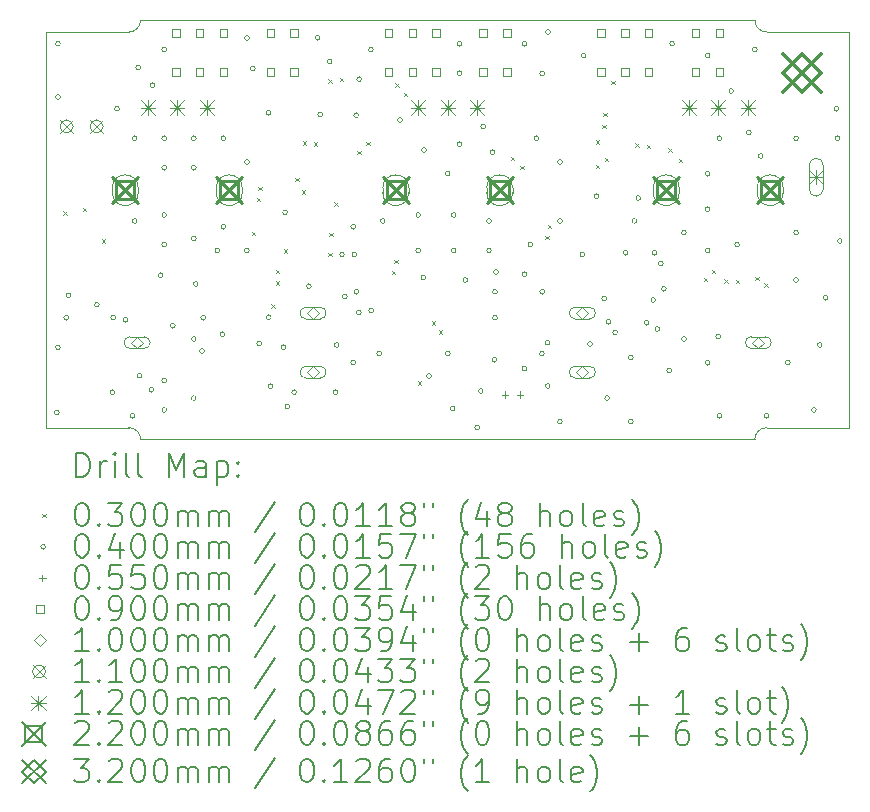
<source format=gbr>
%TF.GenerationSoftware,KiCad,Pcbnew,7.0.9*%
%TF.CreationDate,2023-12-08T16:12:58+01:00*%
%TF.ProjectId,2023_PiezoPreamp,32303233-5f50-4696-957a-6f507265616d,rev?*%
%TF.SameCoordinates,PX2625a00PY1c22260*%
%TF.FileFunction,Drillmap*%
%TF.FilePolarity,Positive*%
%FSLAX45Y45*%
G04 Gerber Fmt 4.5, Leading zero omitted, Abs format (unit mm)*
G04 Created by KiCad (PCBNEW 7.0.9) date 2023-12-08 16:12:58*
%MOMM*%
%LPD*%
G01*
G04 APERTURE LIST*
%ADD10C,0.100000*%
%ADD11C,0.200000*%
%ADD12C,0.110000*%
%ADD13C,0.120000*%
%ADD14C,0.220000*%
%ADD15C,0.320000*%
G04 APERTURE END LIST*
D10*
X0Y-3450000D02*
X700000Y-3450000D01*
X700000Y-100000D02*
G75*
G03*
X800000Y0I0J100000D01*
G01*
X800000Y0D02*
X6000000Y0D01*
X0Y-100000D02*
X0Y-3450000D01*
X800000Y-3550000D02*
X6000000Y-3550000D01*
X6000000Y0D02*
G75*
G03*
X6100000Y-100000I100000J0D01*
G01*
X800000Y-3550000D02*
G75*
G03*
X700000Y-3450000I-100000J0D01*
G01*
X0Y-100000D02*
X700000Y-100000D01*
X6100000Y-3450000D02*
G75*
G03*
X6000000Y-3550000I0J-100000D01*
G01*
X6800000Y-100000D02*
X6100000Y-100000D01*
X6100000Y-3450000D02*
X6800000Y-3450000D01*
X6800000Y-3450000D02*
X6800000Y-100000D01*
D11*
D10*
X145000Y-1619820D02*
X175000Y-1649820D01*
X175000Y-1619820D02*
X145000Y-1649820D01*
X309950Y-1589303D02*
X339950Y-1619303D01*
X339950Y-1589303D02*
X309950Y-1619303D01*
X470050Y-1855000D02*
X500050Y-1885000D01*
X500050Y-1855000D02*
X470050Y-1885000D01*
X1740000Y-1790000D02*
X1770000Y-1820000D01*
X1770000Y-1790000D02*
X1740000Y-1820000D01*
X1782191Y-1504797D02*
X1812191Y-1534797D01*
X1812191Y-1504797D02*
X1782191Y-1534797D01*
X1795528Y-1410788D02*
X1825528Y-1440788D01*
X1825528Y-1410788D02*
X1795528Y-1440788D01*
X1905000Y-2405000D02*
X1935000Y-2435000D01*
X1935000Y-2405000D02*
X1905000Y-2435000D01*
X1945000Y-2115000D02*
X1975000Y-2145000D01*
X1975000Y-2115000D02*
X1945000Y-2145000D01*
X1945000Y-2209950D02*
X1975000Y-2239950D01*
X1975000Y-2209950D02*
X1945000Y-2239950D01*
X2010000Y-1940000D02*
X2040000Y-1970000D01*
X2040000Y-1940000D02*
X2010000Y-1970000D01*
X2108000Y-1333000D02*
X2138000Y-1363000D01*
X2138000Y-1333000D02*
X2108000Y-1363000D01*
X2165000Y-1440000D02*
X2195000Y-1470000D01*
X2195000Y-1440000D02*
X2165000Y-1470000D01*
X2172500Y-1026450D02*
X2202500Y-1056450D01*
X2202500Y-1026450D02*
X2172500Y-1056450D01*
X2267319Y-1031437D02*
X2297319Y-1061437D01*
X2297319Y-1031437D02*
X2267319Y-1061437D01*
X2390000Y-500000D02*
X2420000Y-530000D01*
X2420000Y-500000D02*
X2390000Y-530000D01*
X2390000Y-1970000D02*
X2420000Y-2000000D01*
X2420000Y-1970000D02*
X2390000Y-2000000D01*
X2395000Y-1800000D02*
X2425000Y-1830000D01*
X2425000Y-1800000D02*
X2395000Y-1830000D01*
X2440000Y-1540000D02*
X2470000Y-1570000D01*
X2470000Y-1540000D02*
X2440000Y-1570000D01*
X2486683Y-487201D02*
X2516683Y-517201D01*
X2516683Y-487201D02*
X2486683Y-517201D01*
X2635000Y-1105000D02*
X2665000Y-1135000D01*
X2665000Y-1105000D02*
X2635000Y-1135000D01*
X2707943Y-1027585D02*
X2737943Y-1057585D01*
X2737943Y-1027585D02*
X2707943Y-1057585D01*
X2925153Y-2121042D02*
X2955153Y-2151042D01*
X2955153Y-2121042D02*
X2925153Y-2151042D01*
X2946494Y-2028521D02*
X2976494Y-2058521D01*
X2976494Y-2028521D02*
X2946494Y-2058521D01*
X2955821Y-533956D02*
X2985821Y-563956D01*
X2985821Y-533956D02*
X2955821Y-563956D01*
X3029000Y-614950D02*
X3059000Y-644950D01*
X3059000Y-614950D02*
X3029000Y-644950D01*
X3145000Y-3055000D02*
X3175000Y-3085000D01*
X3175000Y-3055000D02*
X3145000Y-3085000D01*
X3264214Y-2547585D02*
X3294214Y-2577585D01*
X3294214Y-2547585D02*
X3264214Y-2577585D01*
X3325000Y-2625000D02*
X3355000Y-2655000D01*
X3355000Y-2625000D02*
X3325000Y-2655000D01*
X3935000Y-1155000D02*
X3965000Y-1185000D01*
X3965000Y-1155000D02*
X3935000Y-1185000D01*
X4012412Y-1232408D02*
X4042412Y-1262408D01*
X4042412Y-1232408D02*
X4012412Y-1262408D01*
X4225000Y-1825000D02*
X4255000Y-1855000D01*
X4255000Y-1825000D02*
X4225000Y-1855000D01*
X4245598Y-1732311D02*
X4275598Y-1762311D01*
X4275598Y-1732311D02*
X4245598Y-1762311D01*
X4655000Y-1015000D02*
X4685000Y-1045000D01*
X4685000Y-1015000D02*
X4655000Y-1045000D01*
X4655000Y-1225000D02*
X4685000Y-1255000D01*
X4685000Y-1225000D02*
X4655000Y-1255000D01*
X4709477Y-885473D02*
X4739477Y-915473D01*
X4739477Y-885473D02*
X4709477Y-915473D01*
X4715000Y-785000D02*
X4745000Y-815000D01*
X4745000Y-785000D02*
X4715000Y-815000D01*
X4728488Y-1164874D02*
X4758488Y-1194874D01*
X4758488Y-1164874D02*
X4728488Y-1194874D01*
X4785000Y-512585D02*
X4815000Y-542585D01*
X4815000Y-512585D02*
X4785000Y-542585D01*
X4989475Y-1041043D02*
X5019475Y-1071043D01*
X5019475Y-1041043D02*
X4989475Y-1071043D01*
X5085000Y-1055000D02*
X5115000Y-1085000D01*
X5115000Y-1055000D02*
X5085000Y-1085000D01*
X5267759Y-1082241D02*
X5297759Y-1112241D01*
X5297759Y-1082241D02*
X5267759Y-1112241D01*
X5357759Y-1172241D02*
X5387759Y-1202241D01*
X5387759Y-1172241D02*
X5357759Y-1202241D01*
X5567860Y-2182140D02*
X5597860Y-2212140D01*
X5597860Y-2182140D02*
X5567860Y-2212140D01*
X5635000Y-2115000D02*
X5665000Y-2145000D01*
X5665000Y-2115000D02*
X5635000Y-2145000D01*
X5742500Y-2195000D02*
X5772500Y-2225000D01*
X5772500Y-2195000D02*
X5742500Y-2225000D01*
X5838141Y-2198288D02*
X5868141Y-2228288D01*
X5868141Y-2198288D02*
X5838141Y-2228288D01*
X6002585Y-2170599D02*
X6032585Y-2200599D01*
X6032585Y-2170599D02*
X6002585Y-2200599D01*
X6080000Y-2227390D02*
X6110000Y-2257390D01*
X6110000Y-2227390D02*
X6080000Y-2257390D01*
X110000Y-3322000D02*
G75*
G03*
X110000Y-3322000I-20000J0D01*
G01*
X120000Y-200000D02*
G75*
G03*
X120000Y-200000I-20000J0D01*
G01*
X120000Y-650000D02*
G75*
G03*
X120000Y-650000I-20000J0D01*
G01*
X120000Y-2770000D02*
G75*
G03*
X120000Y-2770000I-20000J0D01*
G01*
X190000Y-2520000D02*
G75*
G03*
X190000Y-2520000I-20000J0D01*
G01*
X210000Y-2330000D02*
G75*
G03*
X210000Y-2330000I-20000J0D01*
G01*
X450000Y-2410000D02*
G75*
G03*
X450000Y-2410000I-20000J0D01*
G01*
X580000Y-3150000D02*
G75*
G03*
X580000Y-3150000I-20000J0D01*
G01*
X588873Y-2517521D02*
G75*
G03*
X588873Y-2517521I-20000J0D01*
G01*
X620000Y-750000D02*
G75*
G03*
X620000Y-750000I-20000J0D01*
G01*
X692000Y-2537000D02*
G75*
G03*
X692000Y-2537000I-20000J0D01*
G01*
X750000Y-3350000D02*
G75*
G03*
X750000Y-3350000I-20000J0D01*
G01*
X770000Y-1000000D02*
G75*
G03*
X770000Y-1000000I-20000J0D01*
G01*
X770000Y-1700000D02*
G75*
G03*
X770000Y-1700000I-20000J0D01*
G01*
X800000Y-400000D02*
G75*
G03*
X800000Y-400000I-20000J0D01*
G01*
X810000Y-3010000D02*
G75*
G03*
X810000Y-3010000I-20000J0D01*
G01*
X910000Y-3130000D02*
G75*
G03*
X910000Y-3130000I-20000J0D01*
G01*
X920000Y-550000D02*
G75*
G03*
X920000Y-550000I-20000J0D01*
G01*
X990000Y-2160000D02*
G75*
G03*
X990000Y-2160000I-20000J0D01*
G01*
X1020000Y-250000D02*
G75*
G03*
X1020000Y-250000I-20000J0D01*
G01*
X1020000Y-1000000D02*
G75*
G03*
X1020000Y-1000000I-20000J0D01*
G01*
X1020000Y-1250000D02*
G75*
G03*
X1020000Y-1250000I-20000J0D01*
G01*
X1020000Y-1650000D02*
G75*
G03*
X1020000Y-1650000I-20000J0D01*
G01*
X1020000Y-1900000D02*
G75*
G03*
X1020000Y-1900000I-20000J0D01*
G01*
X1020000Y-3050000D02*
G75*
G03*
X1020000Y-3050000I-20000J0D01*
G01*
X1020000Y-3300000D02*
G75*
G03*
X1020000Y-3300000I-20000J0D01*
G01*
X1092354Y-2587646D02*
G75*
G03*
X1092354Y-2587646I-20000J0D01*
G01*
X1270000Y-1000000D02*
G75*
G03*
X1270000Y-1000000I-20000J0D01*
G01*
X1270000Y-1250000D02*
G75*
G03*
X1270000Y-1250000I-20000J0D01*
G01*
X1270000Y-1850000D02*
G75*
G03*
X1270000Y-1850000I-20000J0D01*
G01*
X1270000Y-2700000D02*
G75*
G03*
X1270000Y-2700000I-20000J0D01*
G01*
X1270000Y-3200000D02*
G75*
G03*
X1270000Y-3200000I-20000J0D01*
G01*
X1286724Y-2233276D02*
G75*
G03*
X1286724Y-2233276I-20000J0D01*
G01*
X1340000Y-2800000D02*
G75*
G03*
X1340000Y-2800000I-20000J0D01*
G01*
X1350000Y-2520000D02*
G75*
G03*
X1350000Y-2520000I-20000J0D01*
G01*
X1470000Y-1950000D02*
G75*
G03*
X1470000Y-1950000I-20000J0D01*
G01*
X1511724Y-2658276D02*
G75*
G03*
X1511724Y-2658276I-20000J0D01*
G01*
X1520000Y-1000000D02*
G75*
G03*
X1520000Y-1000000I-20000J0D01*
G01*
X1520000Y-1750000D02*
G75*
G03*
X1520000Y-1750000I-20000J0D01*
G01*
X1720000Y-150000D02*
G75*
G03*
X1720000Y-150000I-20000J0D01*
G01*
X1720000Y-1200000D02*
G75*
G03*
X1720000Y-1200000I-20000J0D01*
G01*
X1720000Y-1950000D02*
G75*
G03*
X1720000Y-1950000I-20000J0D01*
G01*
X1770000Y-409950D02*
G75*
G03*
X1770000Y-409950I-20000J0D01*
G01*
X1823276Y-2736724D02*
G75*
G03*
X1823276Y-2736724I-20000J0D01*
G01*
X1902415Y-785000D02*
G75*
G03*
X1902415Y-785000I-20000J0D01*
G01*
X1905000Y-2514950D02*
G75*
G03*
X1905000Y-2514950I-20000J0D01*
G01*
X1920000Y-3100000D02*
G75*
G03*
X1920000Y-3100000I-20000J0D01*
G01*
X2030000Y-2770000D02*
G75*
G03*
X2030000Y-2770000I-20000J0D01*
G01*
X2042550Y-1627415D02*
G75*
G03*
X2042550Y-1627415I-20000J0D01*
G01*
X2063000Y-3270000D02*
G75*
G03*
X2063000Y-3270000I-20000J0D01*
G01*
X2120000Y-3150000D02*
G75*
G03*
X2120000Y-3150000I-20000J0D01*
G01*
X2245000Y-2252585D02*
G75*
G03*
X2245000Y-2252585I-20000J0D01*
G01*
X2320000Y-150000D02*
G75*
G03*
X2320000Y-150000I-20000J0D01*
G01*
X2340000Y-800000D02*
G75*
G03*
X2340000Y-800000I-20000J0D01*
G01*
X2420000Y-350000D02*
G75*
G03*
X2420000Y-350000I-20000J0D01*
G01*
X2470000Y-3150000D02*
G75*
G03*
X2470000Y-3150000I-20000J0D01*
G01*
X2480000Y-2750000D02*
G75*
G03*
X2480000Y-2750000I-20000J0D01*
G01*
X2524950Y-1985000D02*
G75*
G03*
X2524950Y-1985000I-20000J0D01*
G01*
X2549567Y-2339258D02*
G75*
G03*
X2549567Y-2339258I-20000J0D01*
G01*
X2620000Y-1750000D02*
G75*
G03*
X2620000Y-1750000I-20000J0D01*
G01*
X2620000Y-2896642D02*
G75*
G03*
X2620000Y-2896642I-20000J0D01*
G01*
X2629901Y-1985000D02*
G75*
G03*
X2629901Y-1985000I-20000J0D01*
G01*
X2645000Y-805000D02*
G75*
G03*
X2645000Y-805000I-20000J0D01*
G01*
X2646735Y-2299597D02*
G75*
G03*
X2646735Y-2299597I-20000J0D01*
G01*
X2667594Y-2474088D02*
G75*
G03*
X2667594Y-2474088I-20000J0D01*
G01*
X2670000Y-500000D02*
G75*
G03*
X2670000Y-500000I-20000J0D01*
G01*
X2770000Y-250000D02*
G75*
G03*
X2770000Y-250000I-20000J0D01*
G01*
X2771396Y-2458604D02*
G75*
G03*
X2771396Y-2458604I-20000J0D01*
G01*
X2840000Y-2821642D02*
G75*
G03*
X2840000Y-2821642I-20000J0D01*
G01*
X2870000Y-1700000D02*
G75*
G03*
X2870000Y-1700000I-20000J0D01*
G01*
X3015000Y-845585D02*
G75*
G03*
X3015000Y-845585I-20000J0D01*
G01*
X3170000Y-1650000D02*
G75*
G03*
X3170000Y-1650000I-20000J0D01*
G01*
X3170000Y-1950000D02*
G75*
G03*
X3170000Y-1950000I-20000J0D01*
G01*
X3214245Y-2180050D02*
G75*
G03*
X3214245Y-2180050I-20000J0D01*
G01*
X3220000Y-1100000D02*
G75*
G03*
X3220000Y-1100000I-20000J0D01*
G01*
X3261333Y-3011905D02*
G75*
G03*
X3261333Y-3011905I-20000J0D01*
G01*
X3420000Y-1300000D02*
G75*
G03*
X3420000Y-1300000I-20000J0D01*
G01*
X3420000Y-2821642D02*
G75*
G03*
X3420000Y-2821642I-20000J0D01*
G01*
X3461031Y-3288677D02*
G75*
G03*
X3461031Y-3288677I-20000J0D01*
G01*
X3470000Y-1650000D02*
G75*
G03*
X3470000Y-1650000I-20000J0D01*
G01*
X3470000Y-1950000D02*
G75*
G03*
X3470000Y-1950000I-20000J0D01*
G01*
X3520000Y-200000D02*
G75*
G03*
X3520000Y-200000I-20000J0D01*
G01*
X3520000Y-450000D02*
G75*
G03*
X3520000Y-450000I-20000J0D01*
G01*
X3520000Y-1050000D02*
G75*
G03*
X3520000Y-1050000I-20000J0D01*
G01*
X3570000Y-2200000D02*
G75*
G03*
X3570000Y-2200000I-20000J0D01*
G01*
X3670000Y-3450000D02*
G75*
G03*
X3670000Y-3450000I-20000J0D01*
G01*
X3700000Y-3140000D02*
G75*
G03*
X3700000Y-3140000I-20000J0D01*
G01*
X3720000Y-900000D02*
G75*
G03*
X3720000Y-900000I-20000J0D01*
G01*
X3770000Y-1700000D02*
G75*
G03*
X3770000Y-1700000I-20000J0D01*
G01*
X3770000Y-1950000D02*
G75*
G03*
X3770000Y-1950000I-20000J0D01*
G01*
X3799831Y-1117648D02*
G75*
G03*
X3799831Y-1117648I-20000J0D01*
G01*
X3815000Y-2875000D02*
G75*
G03*
X3815000Y-2875000I-20000J0D01*
G01*
X3820000Y-2300000D02*
G75*
G03*
X3820000Y-2300000I-20000J0D01*
G01*
X3820000Y-2520000D02*
G75*
G03*
X3820000Y-2520000I-20000J0D01*
G01*
X3830000Y-2132415D02*
G75*
G03*
X3830000Y-2132415I-20000J0D01*
G01*
X4070000Y-200000D02*
G75*
G03*
X4070000Y-200000I-20000J0D01*
G01*
X4070000Y-2150000D02*
G75*
G03*
X4070000Y-2150000I-20000J0D01*
G01*
X4070000Y-2950000D02*
G75*
G03*
X4070000Y-2950000I-20000J0D01*
G01*
X4120000Y-1900000D02*
G75*
G03*
X4120000Y-1900000I-20000J0D01*
G01*
X4170000Y-1000000D02*
G75*
G03*
X4170000Y-1000000I-20000J0D01*
G01*
X4218065Y-2823870D02*
G75*
G03*
X4218065Y-2823870I-20000J0D01*
G01*
X4220000Y-450000D02*
G75*
G03*
X4220000Y-450000I-20000J0D01*
G01*
X4220000Y-2300000D02*
G75*
G03*
X4220000Y-2300000I-20000J0D01*
G01*
X4265000Y-2730000D02*
G75*
G03*
X4265000Y-2730000I-20000J0D01*
G01*
X4266978Y-3097438D02*
G75*
G03*
X4266978Y-3097438I-20000J0D01*
G01*
X4270000Y-100000D02*
G75*
G03*
X4270000Y-100000I-20000J0D01*
G01*
X4370000Y-1200000D02*
G75*
G03*
X4370000Y-1200000I-20000J0D01*
G01*
X4370000Y-1700000D02*
G75*
G03*
X4370000Y-1700000I-20000J0D01*
G01*
X4370000Y-3400000D02*
G75*
G03*
X4370000Y-3400000I-20000J0D01*
G01*
X4560000Y-1985000D02*
G75*
G03*
X4560000Y-1985000I-20000J0D01*
G01*
X4570000Y-300000D02*
G75*
G03*
X4570000Y-300000I-20000J0D01*
G01*
X4623871Y-2741079D02*
G75*
G03*
X4623871Y-2741079I-20000J0D01*
G01*
X4680000Y-1490000D02*
G75*
G03*
X4680000Y-1490000I-20000J0D01*
G01*
X4745000Y-2355000D02*
G75*
G03*
X4745000Y-2355000I-20000J0D01*
G01*
X4770000Y-3200000D02*
G75*
G03*
X4770000Y-3200000I-20000J0D01*
G01*
X4780000Y-2555000D02*
G75*
G03*
X4780000Y-2555000I-20000J0D01*
G01*
X4837741Y-2642639D02*
G75*
G03*
X4837741Y-2642639I-20000J0D01*
G01*
X4927415Y-1970000D02*
G75*
G03*
X4927415Y-1970000I-20000J0D01*
G01*
X4970000Y-2855000D02*
G75*
G03*
X4970000Y-2855000I-20000J0D01*
G01*
X4970000Y-3400000D02*
G75*
G03*
X4970000Y-3400000I-20000J0D01*
G01*
X5000000Y-1700000D02*
G75*
G03*
X5000000Y-1700000I-20000J0D01*
G01*
X5033642Y-1506363D02*
G75*
G03*
X5033642Y-1506363I-20000J0D01*
G01*
X5104346Y-2562119D02*
G75*
G03*
X5104346Y-2562119I-20000J0D01*
G01*
X5160050Y-2370050D02*
G75*
G03*
X5160050Y-2370050I-20000J0D01*
G01*
X5169996Y-1970618D02*
G75*
G03*
X5169996Y-1970618I-20000J0D01*
G01*
X5195000Y-2615000D02*
G75*
G03*
X5195000Y-2615000I-20000J0D01*
G01*
X5225000Y-2060000D02*
G75*
G03*
X5225000Y-2060000I-20000J0D01*
G01*
X5250000Y-2275000D02*
G75*
G03*
X5250000Y-2275000I-20000J0D01*
G01*
X5295000Y-2965000D02*
G75*
G03*
X5295000Y-2965000I-20000J0D01*
G01*
X5320000Y-200000D02*
G75*
G03*
X5320000Y-200000I-20000J0D01*
G01*
X5420000Y-1800000D02*
G75*
G03*
X5420000Y-1800000I-20000J0D01*
G01*
X5420000Y-2700000D02*
G75*
G03*
X5420000Y-2700000I-20000J0D01*
G01*
X5620000Y-300000D02*
G75*
G03*
X5620000Y-300000I-20000J0D01*
G01*
X5620000Y-1300000D02*
G75*
G03*
X5620000Y-1300000I-20000J0D01*
G01*
X5620000Y-1600000D02*
G75*
G03*
X5620000Y-1600000I-20000J0D01*
G01*
X5620000Y-1950000D02*
G75*
G03*
X5620000Y-1950000I-20000J0D01*
G01*
X5620000Y-2900000D02*
G75*
G03*
X5620000Y-2900000I-20000J0D01*
G01*
X5710000Y-2680000D02*
G75*
G03*
X5710000Y-2680000I-20000J0D01*
G01*
X5720000Y-1000000D02*
G75*
G03*
X5720000Y-1000000I-20000J0D01*
G01*
X5720000Y-3350000D02*
G75*
G03*
X5720000Y-3350000I-20000J0D01*
G01*
X5820000Y-600000D02*
G75*
G03*
X5820000Y-600000I-20000J0D01*
G01*
X5870000Y-1900000D02*
G75*
G03*
X5870000Y-1900000I-20000J0D01*
G01*
X5970000Y-950000D02*
G75*
G03*
X5970000Y-950000I-20000J0D01*
G01*
X6020000Y-250000D02*
G75*
G03*
X6020000Y-250000I-20000J0D01*
G01*
X6070000Y-1150000D02*
G75*
G03*
X6070000Y-1150000I-20000J0D01*
G01*
X6120000Y-3350000D02*
G75*
G03*
X6120000Y-3350000I-20000J0D01*
G01*
X6300000Y-2900000D02*
G75*
G03*
X6300000Y-2900000I-20000J0D01*
G01*
X6370000Y-1000000D02*
G75*
G03*
X6370000Y-1000000I-20000J0D01*
G01*
X6370000Y-1800000D02*
G75*
G03*
X6370000Y-1800000I-20000J0D01*
G01*
X6370000Y-2200000D02*
G75*
G03*
X6370000Y-2200000I-20000J0D01*
G01*
X6520000Y-3300000D02*
G75*
G03*
X6520000Y-3300000I-20000J0D01*
G01*
X6570000Y-2750000D02*
G75*
G03*
X6570000Y-2750000I-20000J0D01*
G01*
X6620000Y-2350000D02*
G75*
G03*
X6620000Y-2350000I-20000J0D01*
G01*
X6710000Y-750000D02*
G75*
G03*
X6710000Y-750000I-20000J0D01*
G01*
X6720000Y-1000000D02*
G75*
G03*
X6720000Y-1000000I-20000J0D01*
G01*
X6740000Y-1870000D02*
G75*
G03*
X6740000Y-1870000I-20000J0D01*
G01*
X3885000Y-3142500D02*
X3885000Y-3197500D01*
X3857500Y-3170000D02*
X3912500Y-3170000D01*
X4010000Y-3142500D02*
X4010000Y-3197500D01*
X3982500Y-3170000D02*
X4037500Y-3170000D01*
X1131820Y-141820D02*
X1131820Y-78180D01*
X1068180Y-78180D01*
X1068180Y-141820D01*
X1131820Y-141820D01*
X1131820Y-471820D02*
X1131820Y-408180D01*
X1068180Y-408180D01*
X1068180Y-471820D01*
X1131820Y-471820D01*
X1331820Y-141820D02*
X1331820Y-78180D01*
X1268180Y-78180D01*
X1268180Y-141820D01*
X1331820Y-141820D01*
X1331820Y-471820D02*
X1331820Y-408180D01*
X1268180Y-408180D01*
X1268180Y-471820D01*
X1331820Y-471820D01*
X1531820Y-141820D02*
X1531820Y-78180D01*
X1468180Y-78180D01*
X1468180Y-141820D01*
X1531820Y-141820D01*
X1531820Y-471820D02*
X1531820Y-408180D01*
X1468180Y-408180D01*
X1468180Y-471820D01*
X1531820Y-471820D01*
X1931820Y-141820D02*
X1931820Y-78180D01*
X1868180Y-78180D01*
X1868180Y-141820D01*
X1931820Y-141820D01*
X1931820Y-471820D02*
X1931820Y-408180D01*
X1868180Y-408180D01*
X1868180Y-471820D01*
X1931820Y-471820D01*
X2131820Y-141820D02*
X2131820Y-78180D01*
X2068180Y-78180D01*
X2068180Y-141820D01*
X2131820Y-141820D01*
X2131820Y-471820D02*
X2131820Y-408180D01*
X2068180Y-408180D01*
X2068180Y-471820D01*
X2131820Y-471820D01*
X2931820Y-141820D02*
X2931820Y-78180D01*
X2868180Y-78180D01*
X2868180Y-141820D01*
X2931820Y-141820D01*
X2931820Y-471820D02*
X2931820Y-408180D01*
X2868180Y-408180D01*
X2868180Y-471820D01*
X2931820Y-471820D01*
X3131820Y-141820D02*
X3131820Y-78180D01*
X3068180Y-78180D01*
X3068180Y-141820D01*
X3131820Y-141820D01*
X3131820Y-471820D02*
X3131820Y-408180D01*
X3068180Y-408180D01*
X3068180Y-471820D01*
X3131820Y-471820D01*
X3331820Y-141820D02*
X3331820Y-78180D01*
X3268180Y-78180D01*
X3268180Y-141820D01*
X3331820Y-141820D01*
X3331820Y-471820D02*
X3331820Y-408180D01*
X3268180Y-408180D01*
X3268180Y-471820D01*
X3331820Y-471820D01*
X3731820Y-141820D02*
X3731820Y-78180D01*
X3668180Y-78180D01*
X3668180Y-141820D01*
X3731820Y-141820D01*
X3731820Y-471820D02*
X3731820Y-408180D01*
X3668180Y-408180D01*
X3668180Y-471820D01*
X3731820Y-471820D01*
X3931820Y-141820D02*
X3931820Y-78180D01*
X3868180Y-78180D01*
X3868180Y-141820D01*
X3931820Y-141820D01*
X3931820Y-471820D02*
X3931820Y-408180D01*
X3868180Y-408180D01*
X3868180Y-471820D01*
X3931820Y-471820D01*
X4731820Y-141820D02*
X4731820Y-78180D01*
X4668180Y-78180D01*
X4668180Y-141820D01*
X4731820Y-141820D01*
X4731820Y-471820D02*
X4731820Y-408180D01*
X4668180Y-408180D01*
X4668180Y-471820D01*
X4731820Y-471820D01*
X4931820Y-141820D02*
X4931820Y-78180D01*
X4868180Y-78180D01*
X4868180Y-141820D01*
X4931820Y-141820D01*
X4931820Y-471820D02*
X4931820Y-408180D01*
X4868180Y-408180D01*
X4868180Y-471820D01*
X4931820Y-471820D01*
X5131820Y-141820D02*
X5131820Y-78180D01*
X5068180Y-78180D01*
X5068180Y-141820D01*
X5131820Y-141820D01*
X5131820Y-471820D02*
X5131820Y-408180D01*
X5068180Y-408180D01*
X5068180Y-471820D01*
X5131820Y-471820D01*
X5531820Y-141820D02*
X5531820Y-78180D01*
X5468180Y-78180D01*
X5468180Y-141820D01*
X5531820Y-141820D01*
X5531820Y-471820D02*
X5531820Y-408180D01*
X5468180Y-408180D01*
X5468180Y-471820D01*
X5531820Y-471820D01*
X5731820Y-141820D02*
X5731820Y-78180D01*
X5668180Y-78180D01*
X5668180Y-141820D01*
X5731820Y-141820D01*
X5731820Y-471820D02*
X5731820Y-408180D01*
X5668180Y-408180D01*
X5668180Y-471820D01*
X5731820Y-471820D01*
X770000Y-2780000D02*
X820000Y-2730000D01*
X770000Y-2680000D01*
X720000Y-2730000D01*
X770000Y-2780000D01*
X710000Y-2780000D02*
X830000Y-2780000D01*
X830000Y-2780000D02*
G75*
G03*
X830000Y-2680000I0J50000D01*
G01*
X830000Y-2680000D02*
X710000Y-2680000D01*
X710000Y-2680000D02*
G75*
G03*
X710000Y-2780000I0J-50000D01*
G01*
X2260000Y-2530000D02*
X2310000Y-2480000D01*
X2260000Y-2430000D01*
X2210000Y-2480000D01*
X2260000Y-2530000D01*
X2200000Y-2530000D02*
X2320000Y-2530000D01*
X2320000Y-2530000D02*
G75*
G03*
X2320000Y-2430000I0J50000D01*
G01*
X2320000Y-2430000D02*
X2200000Y-2430000D01*
X2200000Y-2430000D02*
G75*
G03*
X2200000Y-2530000I0J-50000D01*
G01*
X2260000Y-3030000D02*
X2310000Y-2980000D01*
X2260000Y-2930000D01*
X2210000Y-2980000D01*
X2260000Y-3030000D01*
X2200000Y-3030000D02*
X2320000Y-3030000D01*
X2320000Y-3030000D02*
G75*
G03*
X2320000Y-2930000I0J50000D01*
G01*
X2320000Y-2930000D02*
X2200000Y-2930000D01*
X2200000Y-2930000D02*
G75*
G03*
X2200000Y-3030000I0J-50000D01*
G01*
X4540000Y-2530000D02*
X4590000Y-2480000D01*
X4540000Y-2430000D01*
X4490000Y-2480000D01*
X4540000Y-2530000D01*
X4600000Y-2430000D02*
X4480000Y-2430000D01*
X4480000Y-2430000D02*
G75*
G03*
X4480000Y-2530000I0J-50000D01*
G01*
X4480000Y-2530000D02*
X4600000Y-2530000D01*
X4600000Y-2530000D02*
G75*
G03*
X4600000Y-2430000I0J50000D01*
G01*
X4540000Y-3030000D02*
X4590000Y-2980000D01*
X4540000Y-2930000D01*
X4490000Y-2980000D01*
X4540000Y-3030000D01*
X4600000Y-2930000D02*
X4480000Y-2930000D01*
X4480000Y-2930000D02*
G75*
G03*
X4480000Y-3030000I0J-50000D01*
G01*
X4480000Y-3030000D02*
X4600000Y-3030000D01*
X4600000Y-3030000D02*
G75*
G03*
X4600000Y-2930000I0J50000D01*
G01*
X6030000Y-2780000D02*
X6080000Y-2730000D01*
X6030000Y-2680000D01*
X5980000Y-2730000D01*
X6030000Y-2780000D01*
X6090000Y-2680000D02*
X5970000Y-2680000D01*
X5970000Y-2680000D02*
G75*
G03*
X5970000Y-2780000I0J-50000D01*
G01*
X5970000Y-2780000D02*
X6090000Y-2780000D01*
X6090000Y-2780000D02*
G75*
G03*
X6090000Y-2680000I0J50000D01*
G01*
D12*
X118000Y-845000D02*
X228000Y-955000D01*
X228000Y-845000D02*
X118000Y-955000D01*
X228000Y-900000D02*
G75*
G03*
X228000Y-900000I-55000J0D01*
G01*
X372000Y-845000D02*
X482000Y-955000D01*
X482000Y-845000D02*
X372000Y-955000D01*
X482000Y-900000D02*
G75*
G03*
X482000Y-900000I-55000J0D01*
G01*
D13*
X800000Y-680000D02*
X920000Y-800000D01*
X920000Y-680000D02*
X800000Y-800000D01*
X860000Y-680000D02*
X860000Y-800000D01*
X800000Y-740000D02*
X920000Y-740000D01*
X1050000Y-680000D02*
X1170000Y-800000D01*
X1170000Y-680000D02*
X1050000Y-800000D01*
X1110000Y-680000D02*
X1110000Y-800000D01*
X1050000Y-740000D02*
X1170000Y-740000D01*
X1300000Y-680000D02*
X1420000Y-800000D01*
X1420000Y-680000D02*
X1300000Y-800000D01*
X1360000Y-680000D02*
X1360000Y-800000D01*
X1300000Y-740000D02*
X1420000Y-740000D01*
X3090000Y-680000D02*
X3210000Y-800000D01*
X3210000Y-680000D02*
X3090000Y-800000D01*
X3150000Y-680000D02*
X3150000Y-800000D01*
X3090000Y-740000D02*
X3210000Y-740000D01*
X3340000Y-680000D02*
X3460000Y-800000D01*
X3460000Y-680000D02*
X3340000Y-800000D01*
X3400000Y-680000D02*
X3400000Y-800000D01*
X3340000Y-740000D02*
X3460000Y-740000D01*
X3590000Y-680000D02*
X3710000Y-800000D01*
X3710000Y-680000D02*
X3590000Y-800000D01*
X3650000Y-680000D02*
X3650000Y-800000D01*
X3590000Y-740000D02*
X3710000Y-740000D01*
X5380000Y-680000D02*
X5500000Y-800000D01*
X5500000Y-680000D02*
X5380000Y-800000D01*
X5440000Y-680000D02*
X5440000Y-800000D01*
X5380000Y-740000D02*
X5500000Y-740000D01*
X5630000Y-680000D02*
X5750000Y-800000D01*
X5750000Y-680000D02*
X5630000Y-800000D01*
X5690000Y-680000D02*
X5690000Y-800000D01*
X5630000Y-740000D02*
X5750000Y-740000D01*
X5880000Y-680000D02*
X6000000Y-800000D01*
X6000000Y-680000D02*
X5880000Y-800000D01*
X5940000Y-680000D02*
X5940000Y-800000D01*
X5880000Y-740000D02*
X6000000Y-740000D01*
X6460000Y-1270000D02*
X6580000Y-1390000D01*
X6580000Y-1270000D02*
X6460000Y-1390000D01*
X6520000Y-1270000D02*
X6520000Y-1390000D01*
X6460000Y-1330000D02*
X6580000Y-1330000D01*
D10*
X6580000Y-1430000D02*
X6580000Y-1230000D01*
X6580000Y-1230000D02*
G75*
G03*
X6460000Y-1230000I-60000J0D01*
G01*
X6460000Y-1230000D02*
X6460000Y-1430000D01*
X6460000Y-1430000D02*
G75*
G03*
X6580000Y-1430000I60000J0D01*
G01*
D14*
X560000Y-1330000D02*
X780000Y-1550000D01*
X780000Y-1330000D02*
X560000Y-1550000D01*
X747782Y-1517782D02*
X747782Y-1362218D01*
X592218Y-1362218D01*
X592218Y-1517782D01*
X747782Y-1517782D01*
D10*
X780000Y-1460000D02*
X780000Y-1420000D01*
X780000Y-1420000D02*
G75*
G03*
X560000Y-1420000I-110000J0D01*
G01*
X560000Y-1420000D02*
X560000Y-1460000D01*
X560000Y-1460000D02*
G75*
G03*
X780000Y-1460000I110000J0D01*
G01*
D14*
X1440000Y-1330000D02*
X1660000Y-1550000D01*
X1660000Y-1330000D02*
X1440000Y-1550000D01*
X1627782Y-1517782D02*
X1627782Y-1362218D01*
X1472217Y-1362218D01*
X1472217Y-1517782D01*
X1627782Y-1517782D01*
D10*
X1660000Y-1460000D02*
X1660000Y-1420000D01*
X1660000Y-1420000D02*
G75*
G03*
X1440000Y-1420000I-110000J0D01*
G01*
X1440000Y-1420000D02*
X1440000Y-1460000D01*
X1440000Y-1460000D02*
G75*
G03*
X1660000Y-1460000I110000J0D01*
G01*
D14*
X2850000Y-1330000D02*
X3070000Y-1550000D01*
X3070000Y-1330000D02*
X2850000Y-1550000D01*
X3037782Y-1517782D02*
X3037782Y-1362218D01*
X2882217Y-1362218D01*
X2882217Y-1517782D01*
X3037782Y-1517782D01*
D10*
X3070000Y-1460000D02*
X3070000Y-1420000D01*
X3070000Y-1420000D02*
G75*
G03*
X2850000Y-1420000I-110000J0D01*
G01*
X2850000Y-1420000D02*
X2850000Y-1460000D01*
X2850000Y-1460000D02*
G75*
G03*
X3070000Y-1460000I110000J0D01*
G01*
D14*
X3730000Y-1330000D02*
X3950000Y-1550000D01*
X3950000Y-1330000D02*
X3730000Y-1550000D01*
X3917782Y-1517782D02*
X3917782Y-1362218D01*
X3762217Y-1362218D01*
X3762217Y-1517782D01*
X3917782Y-1517782D01*
D10*
X3950000Y-1460000D02*
X3950000Y-1420000D01*
X3950000Y-1420000D02*
G75*
G03*
X3730000Y-1420000I-110000J0D01*
G01*
X3730000Y-1420000D02*
X3730000Y-1460000D01*
X3730000Y-1460000D02*
G75*
G03*
X3950000Y-1460000I110000J0D01*
G01*
D14*
X5140000Y-1330000D02*
X5360000Y-1550000D01*
X5360000Y-1330000D02*
X5140000Y-1550000D01*
X5327783Y-1517782D02*
X5327783Y-1362218D01*
X5172218Y-1362218D01*
X5172218Y-1517782D01*
X5327783Y-1517782D01*
D10*
X5360000Y-1460000D02*
X5360000Y-1420000D01*
X5360000Y-1420000D02*
G75*
G03*
X5140000Y-1420000I-110000J0D01*
G01*
X5140000Y-1420000D02*
X5140000Y-1460000D01*
X5140000Y-1460000D02*
G75*
G03*
X5360000Y-1460000I110000J0D01*
G01*
D14*
X6020000Y-1330000D02*
X6240000Y-1550000D01*
X6240000Y-1330000D02*
X6020000Y-1550000D01*
X6207782Y-1517782D02*
X6207782Y-1362218D01*
X6052217Y-1362218D01*
X6052217Y-1517782D01*
X6207782Y-1517782D01*
D10*
X6240000Y-1460000D02*
X6240000Y-1420000D01*
X6240000Y-1420000D02*
G75*
G03*
X6020000Y-1420000I-110000J0D01*
G01*
X6020000Y-1420000D02*
X6020000Y-1460000D01*
X6020000Y-1460000D02*
G75*
G03*
X6240000Y-1460000I110000J0D01*
G01*
D15*
X6240000Y-290000D02*
X6560000Y-610000D01*
X6560000Y-290000D02*
X6240000Y-610000D01*
X6400000Y-610000D02*
X6560000Y-450000D01*
X6400000Y-290000D01*
X6240000Y-450000D01*
X6400000Y-610000D01*
D11*
X255777Y-3866484D02*
X255777Y-3666484D01*
X255777Y-3666484D02*
X303396Y-3666484D01*
X303396Y-3666484D02*
X331967Y-3676008D01*
X331967Y-3676008D02*
X351015Y-3695055D01*
X351015Y-3695055D02*
X360539Y-3714103D01*
X360539Y-3714103D02*
X370062Y-3752198D01*
X370062Y-3752198D02*
X370062Y-3780769D01*
X370062Y-3780769D02*
X360539Y-3818865D01*
X360539Y-3818865D02*
X351015Y-3837912D01*
X351015Y-3837912D02*
X331967Y-3856960D01*
X331967Y-3856960D02*
X303396Y-3866484D01*
X303396Y-3866484D02*
X255777Y-3866484D01*
X455777Y-3866484D02*
X455777Y-3733150D01*
X455777Y-3771246D02*
X465301Y-3752198D01*
X465301Y-3752198D02*
X474824Y-3742674D01*
X474824Y-3742674D02*
X493872Y-3733150D01*
X493872Y-3733150D02*
X512920Y-3733150D01*
X579586Y-3866484D02*
X579586Y-3733150D01*
X579586Y-3666484D02*
X570063Y-3676008D01*
X570063Y-3676008D02*
X579586Y-3685531D01*
X579586Y-3685531D02*
X589110Y-3676008D01*
X589110Y-3676008D02*
X579586Y-3666484D01*
X579586Y-3666484D02*
X579586Y-3685531D01*
X703396Y-3866484D02*
X684348Y-3856960D01*
X684348Y-3856960D02*
X674824Y-3837912D01*
X674824Y-3837912D02*
X674824Y-3666484D01*
X808158Y-3866484D02*
X789110Y-3856960D01*
X789110Y-3856960D02*
X779586Y-3837912D01*
X779586Y-3837912D02*
X779586Y-3666484D01*
X1036729Y-3866484D02*
X1036729Y-3666484D01*
X1036729Y-3666484D02*
X1103396Y-3809341D01*
X1103396Y-3809341D02*
X1170063Y-3666484D01*
X1170063Y-3666484D02*
X1170063Y-3866484D01*
X1351015Y-3866484D02*
X1351015Y-3761722D01*
X1351015Y-3761722D02*
X1341491Y-3742674D01*
X1341491Y-3742674D02*
X1322444Y-3733150D01*
X1322444Y-3733150D02*
X1284348Y-3733150D01*
X1284348Y-3733150D02*
X1265301Y-3742674D01*
X1351015Y-3856960D02*
X1331967Y-3866484D01*
X1331967Y-3866484D02*
X1284348Y-3866484D01*
X1284348Y-3866484D02*
X1265301Y-3856960D01*
X1265301Y-3856960D02*
X1255777Y-3837912D01*
X1255777Y-3837912D02*
X1255777Y-3818865D01*
X1255777Y-3818865D02*
X1265301Y-3799817D01*
X1265301Y-3799817D02*
X1284348Y-3790293D01*
X1284348Y-3790293D02*
X1331967Y-3790293D01*
X1331967Y-3790293D02*
X1351015Y-3780769D01*
X1446253Y-3733150D02*
X1446253Y-3933150D01*
X1446253Y-3742674D02*
X1465301Y-3733150D01*
X1465301Y-3733150D02*
X1503396Y-3733150D01*
X1503396Y-3733150D02*
X1522443Y-3742674D01*
X1522443Y-3742674D02*
X1531967Y-3752198D01*
X1531967Y-3752198D02*
X1541491Y-3771246D01*
X1541491Y-3771246D02*
X1541491Y-3828388D01*
X1541491Y-3828388D02*
X1531967Y-3847436D01*
X1531967Y-3847436D02*
X1522443Y-3856960D01*
X1522443Y-3856960D02*
X1503396Y-3866484D01*
X1503396Y-3866484D02*
X1465301Y-3866484D01*
X1465301Y-3866484D02*
X1446253Y-3856960D01*
X1627205Y-3847436D02*
X1636729Y-3856960D01*
X1636729Y-3856960D02*
X1627205Y-3866484D01*
X1627205Y-3866484D02*
X1617682Y-3856960D01*
X1617682Y-3856960D02*
X1627205Y-3847436D01*
X1627205Y-3847436D02*
X1627205Y-3866484D01*
X1627205Y-3742674D02*
X1636729Y-3752198D01*
X1636729Y-3752198D02*
X1627205Y-3761722D01*
X1627205Y-3761722D02*
X1617682Y-3752198D01*
X1617682Y-3752198D02*
X1627205Y-3742674D01*
X1627205Y-3742674D02*
X1627205Y-3761722D01*
D10*
X-35000Y-4180000D02*
X-5000Y-4210000D01*
X-5000Y-4180000D02*
X-35000Y-4210000D01*
D11*
X293872Y-4086484D02*
X312920Y-4086484D01*
X312920Y-4086484D02*
X331967Y-4096008D01*
X331967Y-4096008D02*
X341491Y-4105531D01*
X341491Y-4105531D02*
X351015Y-4124579D01*
X351015Y-4124579D02*
X360539Y-4162674D01*
X360539Y-4162674D02*
X360539Y-4210293D01*
X360539Y-4210293D02*
X351015Y-4248389D01*
X351015Y-4248389D02*
X341491Y-4267436D01*
X341491Y-4267436D02*
X331967Y-4276960D01*
X331967Y-4276960D02*
X312920Y-4286484D01*
X312920Y-4286484D02*
X293872Y-4286484D01*
X293872Y-4286484D02*
X274824Y-4276960D01*
X274824Y-4276960D02*
X265301Y-4267436D01*
X265301Y-4267436D02*
X255777Y-4248389D01*
X255777Y-4248389D02*
X246253Y-4210293D01*
X246253Y-4210293D02*
X246253Y-4162674D01*
X246253Y-4162674D02*
X255777Y-4124579D01*
X255777Y-4124579D02*
X265301Y-4105531D01*
X265301Y-4105531D02*
X274824Y-4096008D01*
X274824Y-4096008D02*
X293872Y-4086484D01*
X446253Y-4267436D02*
X455777Y-4276960D01*
X455777Y-4276960D02*
X446253Y-4286484D01*
X446253Y-4286484D02*
X436729Y-4276960D01*
X436729Y-4276960D02*
X446253Y-4267436D01*
X446253Y-4267436D02*
X446253Y-4286484D01*
X522443Y-4086484D02*
X646253Y-4086484D01*
X646253Y-4086484D02*
X579586Y-4162674D01*
X579586Y-4162674D02*
X608158Y-4162674D01*
X608158Y-4162674D02*
X627205Y-4172198D01*
X627205Y-4172198D02*
X636729Y-4181722D01*
X636729Y-4181722D02*
X646253Y-4200770D01*
X646253Y-4200770D02*
X646253Y-4248389D01*
X646253Y-4248389D02*
X636729Y-4267436D01*
X636729Y-4267436D02*
X627205Y-4276960D01*
X627205Y-4276960D02*
X608158Y-4286484D01*
X608158Y-4286484D02*
X551015Y-4286484D01*
X551015Y-4286484D02*
X531967Y-4276960D01*
X531967Y-4276960D02*
X522443Y-4267436D01*
X770062Y-4086484D02*
X789110Y-4086484D01*
X789110Y-4086484D02*
X808158Y-4096008D01*
X808158Y-4096008D02*
X817682Y-4105531D01*
X817682Y-4105531D02*
X827205Y-4124579D01*
X827205Y-4124579D02*
X836729Y-4162674D01*
X836729Y-4162674D02*
X836729Y-4210293D01*
X836729Y-4210293D02*
X827205Y-4248389D01*
X827205Y-4248389D02*
X817682Y-4267436D01*
X817682Y-4267436D02*
X808158Y-4276960D01*
X808158Y-4276960D02*
X789110Y-4286484D01*
X789110Y-4286484D02*
X770062Y-4286484D01*
X770062Y-4286484D02*
X751015Y-4276960D01*
X751015Y-4276960D02*
X741491Y-4267436D01*
X741491Y-4267436D02*
X731967Y-4248389D01*
X731967Y-4248389D02*
X722443Y-4210293D01*
X722443Y-4210293D02*
X722443Y-4162674D01*
X722443Y-4162674D02*
X731967Y-4124579D01*
X731967Y-4124579D02*
X741491Y-4105531D01*
X741491Y-4105531D02*
X751015Y-4096008D01*
X751015Y-4096008D02*
X770062Y-4086484D01*
X960539Y-4086484D02*
X979586Y-4086484D01*
X979586Y-4086484D02*
X998634Y-4096008D01*
X998634Y-4096008D02*
X1008158Y-4105531D01*
X1008158Y-4105531D02*
X1017682Y-4124579D01*
X1017682Y-4124579D02*
X1027205Y-4162674D01*
X1027205Y-4162674D02*
X1027205Y-4210293D01*
X1027205Y-4210293D02*
X1017682Y-4248389D01*
X1017682Y-4248389D02*
X1008158Y-4267436D01*
X1008158Y-4267436D02*
X998634Y-4276960D01*
X998634Y-4276960D02*
X979586Y-4286484D01*
X979586Y-4286484D02*
X960539Y-4286484D01*
X960539Y-4286484D02*
X941491Y-4276960D01*
X941491Y-4276960D02*
X931967Y-4267436D01*
X931967Y-4267436D02*
X922443Y-4248389D01*
X922443Y-4248389D02*
X912920Y-4210293D01*
X912920Y-4210293D02*
X912920Y-4162674D01*
X912920Y-4162674D02*
X922443Y-4124579D01*
X922443Y-4124579D02*
X931967Y-4105531D01*
X931967Y-4105531D02*
X941491Y-4096008D01*
X941491Y-4096008D02*
X960539Y-4086484D01*
X1112920Y-4286484D02*
X1112920Y-4153150D01*
X1112920Y-4172198D02*
X1122444Y-4162674D01*
X1122444Y-4162674D02*
X1141491Y-4153150D01*
X1141491Y-4153150D02*
X1170063Y-4153150D01*
X1170063Y-4153150D02*
X1189110Y-4162674D01*
X1189110Y-4162674D02*
X1198634Y-4181722D01*
X1198634Y-4181722D02*
X1198634Y-4286484D01*
X1198634Y-4181722D02*
X1208158Y-4162674D01*
X1208158Y-4162674D02*
X1227205Y-4153150D01*
X1227205Y-4153150D02*
X1255777Y-4153150D01*
X1255777Y-4153150D02*
X1274825Y-4162674D01*
X1274825Y-4162674D02*
X1284348Y-4181722D01*
X1284348Y-4181722D02*
X1284348Y-4286484D01*
X1379586Y-4286484D02*
X1379586Y-4153150D01*
X1379586Y-4172198D02*
X1389110Y-4162674D01*
X1389110Y-4162674D02*
X1408158Y-4153150D01*
X1408158Y-4153150D02*
X1436729Y-4153150D01*
X1436729Y-4153150D02*
X1455777Y-4162674D01*
X1455777Y-4162674D02*
X1465301Y-4181722D01*
X1465301Y-4181722D02*
X1465301Y-4286484D01*
X1465301Y-4181722D02*
X1474824Y-4162674D01*
X1474824Y-4162674D02*
X1493872Y-4153150D01*
X1493872Y-4153150D02*
X1522443Y-4153150D01*
X1522443Y-4153150D02*
X1541491Y-4162674D01*
X1541491Y-4162674D02*
X1551015Y-4181722D01*
X1551015Y-4181722D02*
X1551015Y-4286484D01*
X1941491Y-4076960D02*
X1770063Y-4334103D01*
X2198634Y-4086484D02*
X2217682Y-4086484D01*
X2217682Y-4086484D02*
X2236729Y-4096008D01*
X2236729Y-4096008D02*
X2246253Y-4105531D01*
X2246253Y-4105531D02*
X2255777Y-4124579D01*
X2255777Y-4124579D02*
X2265301Y-4162674D01*
X2265301Y-4162674D02*
X2265301Y-4210293D01*
X2265301Y-4210293D02*
X2255777Y-4248389D01*
X2255777Y-4248389D02*
X2246253Y-4267436D01*
X2246253Y-4267436D02*
X2236729Y-4276960D01*
X2236729Y-4276960D02*
X2217682Y-4286484D01*
X2217682Y-4286484D02*
X2198634Y-4286484D01*
X2198634Y-4286484D02*
X2179587Y-4276960D01*
X2179587Y-4276960D02*
X2170063Y-4267436D01*
X2170063Y-4267436D02*
X2160539Y-4248389D01*
X2160539Y-4248389D02*
X2151015Y-4210293D01*
X2151015Y-4210293D02*
X2151015Y-4162674D01*
X2151015Y-4162674D02*
X2160539Y-4124579D01*
X2160539Y-4124579D02*
X2170063Y-4105531D01*
X2170063Y-4105531D02*
X2179587Y-4096008D01*
X2179587Y-4096008D02*
X2198634Y-4086484D01*
X2351015Y-4267436D02*
X2360539Y-4276960D01*
X2360539Y-4276960D02*
X2351015Y-4286484D01*
X2351015Y-4286484D02*
X2341491Y-4276960D01*
X2341491Y-4276960D02*
X2351015Y-4267436D01*
X2351015Y-4267436D02*
X2351015Y-4286484D01*
X2484348Y-4086484D02*
X2503396Y-4086484D01*
X2503396Y-4086484D02*
X2522444Y-4096008D01*
X2522444Y-4096008D02*
X2531968Y-4105531D01*
X2531968Y-4105531D02*
X2541491Y-4124579D01*
X2541491Y-4124579D02*
X2551015Y-4162674D01*
X2551015Y-4162674D02*
X2551015Y-4210293D01*
X2551015Y-4210293D02*
X2541491Y-4248389D01*
X2541491Y-4248389D02*
X2531968Y-4267436D01*
X2531968Y-4267436D02*
X2522444Y-4276960D01*
X2522444Y-4276960D02*
X2503396Y-4286484D01*
X2503396Y-4286484D02*
X2484348Y-4286484D01*
X2484348Y-4286484D02*
X2465301Y-4276960D01*
X2465301Y-4276960D02*
X2455777Y-4267436D01*
X2455777Y-4267436D02*
X2446253Y-4248389D01*
X2446253Y-4248389D02*
X2436729Y-4210293D01*
X2436729Y-4210293D02*
X2436729Y-4162674D01*
X2436729Y-4162674D02*
X2446253Y-4124579D01*
X2446253Y-4124579D02*
X2455777Y-4105531D01*
X2455777Y-4105531D02*
X2465301Y-4096008D01*
X2465301Y-4096008D02*
X2484348Y-4086484D01*
X2741491Y-4286484D02*
X2627206Y-4286484D01*
X2684348Y-4286484D02*
X2684348Y-4086484D01*
X2684348Y-4086484D02*
X2665301Y-4115055D01*
X2665301Y-4115055D02*
X2646253Y-4134103D01*
X2646253Y-4134103D02*
X2627206Y-4143627D01*
X2931967Y-4286484D02*
X2817682Y-4286484D01*
X2874825Y-4286484D02*
X2874825Y-4086484D01*
X2874825Y-4086484D02*
X2855777Y-4115055D01*
X2855777Y-4115055D02*
X2836729Y-4134103D01*
X2836729Y-4134103D02*
X2817682Y-4143627D01*
X3046253Y-4172198D02*
X3027206Y-4162674D01*
X3027206Y-4162674D02*
X3017682Y-4153150D01*
X3017682Y-4153150D02*
X3008158Y-4134103D01*
X3008158Y-4134103D02*
X3008158Y-4124579D01*
X3008158Y-4124579D02*
X3017682Y-4105531D01*
X3017682Y-4105531D02*
X3027206Y-4096008D01*
X3027206Y-4096008D02*
X3046253Y-4086484D01*
X3046253Y-4086484D02*
X3084348Y-4086484D01*
X3084348Y-4086484D02*
X3103396Y-4096008D01*
X3103396Y-4096008D02*
X3112920Y-4105531D01*
X3112920Y-4105531D02*
X3122444Y-4124579D01*
X3122444Y-4124579D02*
X3122444Y-4134103D01*
X3122444Y-4134103D02*
X3112920Y-4153150D01*
X3112920Y-4153150D02*
X3103396Y-4162674D01*
X3103396Y-4162674D02*
X3084348Y-4172198D01*
X3084348Y-4172198D02*
X3046253Y-4172198D01*
X3046253Y-4172198D02*
X3027206Y-4181722D01*
X3027206Y-4181722D02*
X3017682Y-4191246D01*
X3017682Y-4191246D02*
X3008158Y-4210293D01*
X3008158Y-4210293D02*
X3008158Y-4248389D01*
X3008158Y-4248389D02*
X3017682Y-4267436D01*
X3017682Y-4267436D02*
X3027206Y-4276960D01*
X3027206Y-4276960D02*
X3046253Y-4286484D01*
X3046253Y-4286484D02*
X3084348Y-4286484D01*
X3084348Y-4286484D02*
X3103396Y-4276960D01*
X3103396Y-4276960D02*
X3112920Y-4267436D01*
X3112920Y-4267436D02*
X3122444Y-4248389D01*
X3122444Y-4248389D02*
X3122444Y-4210293D01*
X3122444Y-4210293D02*
X3112920Y-4191246D01*
X3112920Y-4191246D02*
X3103396Y-4181722D01*
X3103396Y-4181722D02*
X3084348Y-4172198D01*
X3198634Y-4086484D02*
X3198634Y-4124579D01*
X3274825Y-4086484D02*
X3274825Y-4124579D01*
X3570063Y-4362674D02*
X3560539Y-4353150D01*
X3560539Y-4353150D02*
X3541491Y-4324579D01*
X3541491Y-4324579D02*
X3531968Y-4305531D01*
X3531968Y-4305531D02*
X3522444Y-4276960D01*
X3522444Y-4276960D02*
X3512920Y-4229341D01*
X3512920Y-4229341D02*
X3512920Y-4191246D01*
X3512920Y-4191246D02*
X3522444Y-4143627D01*
X3522444Y-4143627D02*
X3531968Y-4115055D01*
X3531968Y-4115055D02*
X3541491Y-4096008D01*
X3541491Y-4096008D02*
X3560539Y-4067436D01*
X3560539Y-4067436D02*
X3570063Y-4057912D01*
X3731968Y-4153150D02*
X3731968Y-4286484D01*
X3684348Y-4076960D02*
X3636729Y-4219817D01*
X3636729Y-4219817D02*
X3760539Y-4219817D01*
X3865301Y-4172198D02*
X3846253Y-4162674D01*
X3846253Y-4162674D02*
X3836729Y-4153150D01*
X3836729Y-4153150D02*
X3827206Y-4134103D01*
X3827206Y-4134103D02*
X3827206Y-4124579D01*
X3827206Y-4124579D02*
X3836729Y-4105531D01*
X3836729Y-4105531D02*
X3846253Y-4096008D01*
X3846253Y-4096008D02*
X3865301Y-4086484D01*
X3865301Y-4086484D02*
X3903396Y-4086484D01*
X3903396Y-4086484D02*
X3922444Y-4096008D01*
X3922444Y-4096008D02*
X3931968Y-4105531D01*
X3931968Y-4105531D02*
X3941491Y-4124579D01*
X3941491Y-4124579D02*
X3941491Y-4134103D01*
X3941491Y-4134103D02*
X3931968Y-4153150D01*
X3931968Y-4153150D02*
X3922444Y-4162674D01*
X3922444Y-4162674D02*
X3903396Y-4172198D01*
X3903396Y-4172198D02*
X3865301Y-4172198D01*
X3865301Y-4172198D02*
X3846253Y-4181722D01*
X3846253Y-4181722D02*
X3836729Y-4191246D01*
X3836729Y-4191246D02*
X3827206Y-4210293D01*
X3827206Y-4210293D02*
X3827206Y-4248389D01*
X3827206Y-4248389D02*
X3836729Y-4267436D01*
X3836729Y-4267436D02*
X3846253Y-4276960D01*
X3846253Y-4276960D02*
X3865301Y-4286484D01*
X3865301Y-4286484D02*
X3903396Y-4286484D01*
X3903396Y-4286484D02*
X3922444Y-4276960D01*
X3922444Y-4276960D02*
X3931968Y-4267436D01*
X3931968Y-4267436D02*
X3941491Y-4248389D01*
X3941491Y-4248389D02*
X3941491Y-4210293D01*
X3941491Y-4210293D02*
X3931968Y-4191246D01*
X3931968Y-4191246D02*
X3922444Y-4181722D01*
X3922444Y-4181722D02*
X3903396Y-4172198D01*
X4179587Y-4286484D02*
X4179587Y-4086484D01*
X4265301Y-4286484D02*
X4265301Y-4181722D01*
X4265301Y-4181722D02*
X4255777Y-4162674D01*
X4255777Y-4162674D02*
X4236730Y-4153150D01*
X4236730Y-4153150D02*
X4208158Y-4153150D01*
X4208158Y-4153150D02*
X4189110Y-4162674D01*
X4189110Y-4162674D02*
X4179587Y-4172198D01*
X4389111Y-4286484D02*
X4370063Y-4276960D01*
X4370063Y-4276960D02*
X4360539Y-4267436D01*
X4360539Y-4267436D02*
X4351015Y-4248389D01*
X4351015Y-4248389D02*
X4351015Y-4191246D01*
X4351015Y-4191246D02*
X4360539Y-4172198D01*
X4360539Y-4172198D02*
X4370063Y-4162674D01*
X4370063Y-4162674D02*
X4389111Y-4153150D01*
X4389111Y-4153150D02*
X4417682Y-4153150D01*
X4417682Y-4153150D02*
X4436730Y-4162674D01*
X4436730Y-4162674D02*
X4446253Y-4172198D01*
X4446253Y-4172198D02*
X4455777Y-4191246D01*
X4455777Y-4191246D02*
X4455777Y-4248389D01*
X4455777Y-4248389D02*
X4446253Y-4267436D01*
X4446253Y-4267436D02*
X4436730Y-4276960D01*
X4436730Y-4276960D02*
X4417682Y-4286484D01*
X4417682Y-4286484D02*
X4389111Y-4286484D01*
X4570063Y-4286484D02*
X4551015Y-4276960D01*
X4551015Y-4276960D02*
X4541492Y-4257912D01*
X4541492Y-4257912D02*
X4541492Y-4086484D01*
X4722444Y-4276960D02*
X4703396Y-4286484D01*
X4703396Y-4286484D02*
X4665301Y-4286484D01*
X4665301Y-4286484D02*
X4646253Y-4276960D01*
X4646253Y-4276960D02*
X4636730Y-4257912D01*
X4636730Y-4257912D02*
X4636730Y-4181722D01*
X4636730Y-4181722D02*
X4646253Y-4162674D01*
X4646253Y-4162674D02*
X4665301Y-4153150D01*
X4665301Y-4153150D02*
X4703396Y-4153150D01*
X4703396Y-4153150D02*
X4722444Y-4162674D01*
X4722444Y-4162674D02*
X4731968Y-4181722D01*
X4731968Y-4181722D02*
X4731968Y-4200770D01*
X4731968Y-4200770D02*
X4636730Y-4219817D01*
X4808158Y-4276960D02*
X4827206Y-4286484D01*
X4827206Y-4286484D02*
X4865301Y-4286484D01*
X4865301Y-4286484D02*
X4884349Y-4276960D01*
X4884349Y-4276960D02*
X4893873Y-4257912D01*
X4893873Y-4257912D02*
X4893873Y-4248389D01*
X4893873Y-4248389D02*
X4884349Y-4229341D01*
X4884349Y-4229341D02*
X4865301Y-4219817D01*
X4865301Y-4219817D02*
X4836730Y-4219817D01*
X4836730Y-4219817D02*
X4817682Y-4210293D01*
X4817682Y-4210293D02*
X4808158Y-4191246D01*
X4808158Y-4191246D02*
X4808158Y-4181722D01*
X4808158Y-4181722D02*
X4817682Y-4162674D01*
X4817682Y-4162674D02*
X4836730Y-4153150D01*
X4836730Y-4153150D02*
X4865301Y-4153150D01*
X4865301Y-4153150D02*
X4884349Y-4162674D01*
X4960539Y-4362674D02*
X4970063Y-4353150D01*
X4970063Y-4353150D02*
X4989111Y-4324579D01*
X4989111Y-4324579D02*
X4998634Y-4305531D01*
X4998634Y-4305531D02*
X5008158Y-4276960D01*
X5008158Y-4276960D02*
X5017682Y-4229341D01*
X5017682Y-4229341D02*
X5017682Y-4191246D01*
X5017682Y-4191246D02*
X5008158Y-4143627D01*
X5008158Y-4143627D02*
X4998634Y-4115055D01*
X4998634Y-4115055D02*
X4989111Y-4096008D01*
X4989111Y-4096008D02*
X4970063Y-4067436D01*
X4970063Y-4067436D02*
X4960539Y-4057912D01*
D10*
X-5000Y-4459000D02*
G75*
G03*
X-5000Y-4459000I-20000J0D01*
G01*
D11*
X293872Y-4350484D02*
X312920Y-4350484D01*
X312920Y-4350484D02*
X331967Y-4360008D01*
X331967Y-4360008D02*
X341491Y-4369531D01*
X341491Y-4369531D02*
X351015Y-4388579D01*
X351015Y-4388579D02*
X360539Y-4426674D01*
X360539Y-4426674D02*
X360539Y-4474293D01*
X360539Y-4474293D02*
X351015Y-4512389D01*
X351015Y-4512389D02*
X341491Y-4531436D01*
X341491Y-4531436D02*
X331967Y-4540960D01*
X331967Y-4540960D02*
X312920Y-4550484D01*
X312920Y-4550484D02*
X293872Y-4550484D01*
X293872Y-4550484D02*
X274824Y-4540960D01*
X274824Y-4540960D02*
X265301Y-4531436D01*
X265301Y-4531436D02*
X255777Y-4512389D01*
X255777Y-4512389D02*
X246253Y-4474293D01*
X246253Y-4474293D02*
X246253Y-4426674D01*
X246253Y-4426674D02*
X255777Y-4388579D01*
X255777Y-4388579D02*
X265301Y-4369531D01*
X265301Y-4369531D02*
X274824Y-4360008D01*
X274824Y-4360008D02*
X293872Y-4350484D01*
X446253Y-4531436D02*
X455777Y-4540960D01*
X455777Y-4540960D02*
X446253Y-4550484D01*
X446253Y-4550484D02*
X436729Y-4540960D01*
X436729Y-4540960D02*
X446253Y-4531436D01*
X446253Y-4531436D02*
X446253Y-4550484D01*
X627205Y-4417150D02*
X627205Y-4550484D01*
X579586Y-4340960D02*
X531967Y-4483817D01*
X531967Y-4483817D02*
X655777Y-4483817D01*
X770062Y-4350484D02*
X789110Y-4350484D01*
X789110Y-4350484D02*
X808158Y-4360008D01*
X808158Y-4360008D02*
X817682Y-4369531D01*
X817682Y-4369531D02*
X827205Y-4388579D01*
X827205Y-4388579D02*
X836729Y-4426674D01*
X836729Y-4426674D02*
X836729Y-4474293D01*
X836729Y-4474293D02*
X827205Y-4512389D01*
X827205Y-4512389D02*
X817682Y-4531436D01*
X817682Y-4531436D02*
X808158Y-4540960D01*
X808158Y-4540960D02*
X789110Y-4550484D01*
X789110Y-4550484D02*
X770062Y-4550484D01*
X770062Y-4550484D02*
X751015Y-4540960D01*
X751015Y-4540960D02*
X741491Y-4531436D01*
X741491Y-4531436D02*
X731967Y-4512389D01*
X731967Y-4512389D02*
X722443Y-4474293D01*
X722443Y-4474293D02*
X722443Y-4426674D01*
X722443Y-4426674D02*
X731967Y-4388579D01*
X731967Y-4388579D02*
X741491Y-4369531D01*
X741491Y-4369531D02*
X751015Y-4360008D01*
X751015Y-4360008D02*
X770062Y-4350484D01*
X960539Y-4350484D02*
X979586Y-4350484D01*
X979586Y-4350484D02*
X998634Y-4360008D01*
X998634Y-4360008D02*
X1008158Y-4369531D01*
X1008158Y-4369531D02*
X1017682Y-4388579D01*
X1017682Y-4388579D02*
X1027205Y-4426674D01*
X1027205Y-4426674D02*
X1027205Y-4474293D01*
X1027205Y-4474293D02*
X1017682Y-4512389D01*
X1017682Y-4512389D02*
X1008158Y-4531436D01*
X1008158Y-4531436D02*
X998634Y-4540960D01*
X998634Y-4540960D02*
X979586Y-4550484D01*
X979586Y-4550484D02*
X960539Y-4550484D01*
X960539Y-4550484D02*
X941491Y-4540960D01*
X941491Y-4540960D02*
X931967Y-4531436D01*
X931967Y-4531436D02*
X922443Y-4512389D01*
X922443Y-4512389D02*
X912920Y-4474293D01*
X912920Y-4474293D02*
X912920Y-4426674D01*
X912920Y-4426674D02*
X922443Y-4388579D01*
X922443Y-4388579D02*
X931967Y-4369531D01*
X931967Y-4369531D02*
X941491Y-4360008D01*
X941491Y-4360008D02*
X960539Y-4350484D01*
X1112920Y-4550484D02*
X1112920Y-4417150D01*
X1112920Y-4436198D02*
X1122444Y-4426674D01*
X1122444Y-4426674D02*
X1141491Y-4417150D01*
X1141491Y-4417150D02*
X1170063Y-4417150D01*
X1170063Y-4417150D02*
X1189110Y-4426674D01*
X1189110Y-4426674D02*
X1198634Y-4445722D01*
X1198634Y-4445722D02*
X1198634Y-4550484D01*
X1198634Y-4445722D02*
X1208158Y-4426674D01*
X1208158Y-4426674D02*
X1227205Y-4417150D01*
X1227205Y-4417150D02*
X1255777Y-4417150D01*
X1255777Y-4417150D02*
X1274825Y-4426674D01*
X1274825Y-4426674D02*
X1284348Y-4445722D01*
X1284348Y-4445722D02*
X1284348Y-4550484D01*
X1379586Y-4550484D02*
X1379586Y-4417150D01*
X1379586Y-4436198D02*
X1389110Y-4426674D01*
X1389110Y-4426674D02*
X1408158Y-4417150D01*
X1408158Y-4417150D02*
X1436729Y-4417150D01*
X1436729Y-4417150D02*
X1455777Y-4426674D01*
X1455777Y-4426674D02*
X1465301Y-4445722D01*
X1465301Y-4445722D02*
X1465301Y-4550484D01*
X1465301Y-4445722D02*
X1474824Y-4426674D01*
X1474824Y-4426674D02*
X1493872Y-4417150D01*
X1493872Y-4417150D02*
X1522443Y-4417150D01*
X1522443Y-4417150D02*
X1541491Y-4426674D01*
X1541491Y-4426674D02*
X1551015Y-4445722D01*
X1551015Y-4445722D02*
X1551015Y-4550484D01*
X1941491Y-4340960D02*
X1770063Y-4598103D01*
X2198634Y-4350484D02*
X2217682Y-4350484D01*
X2217682Y-4350484D02*
X2236729Y-4360008D01*
X2236729Y-4360008D02*
X2246253Y-4369531D01*
X2246253Y-4369531D02*
X2255777Y-4388579D01*
X2255777Y-4388579D02*
X2265301Y-4426674D01*
X2265301Y-4426674D02*
X2265301Y-4474293D01*
X2265301Y-4474293D02*
X2255777Y-4512389D01*
X2255777Y-4512389D02*
X2246253Y-4531436D01*
X2246253Y-4531436D02*
X2236729Y-4540960D01*
X2236729Y-4540960D02*
X2217682Y-4550484D01*
X2217682Y-4550484D02*
X2198634Y-4550484D01*
X2198634Y-4550484D02*
X2179587Y-4540960D01*
X2179587Y-4540960D02*
X2170063Y-4531436D01*
X2170063Y-4531436D02*
X2160539Y-4512389D01*
X2160539Y-4512389D02*
X2151015Y-4474293D01*
X2151015Y-4474293D02*
X2151015Y-4426674D01*
X2151015Y-4426674D02*
X2160539Y-4388579D01*
X2160539Y-4388579D02*
X2170063Y-4369531D01*
X2170063Y-4369531D02*
X2179587Y-4360008D01*
X2179587Y-4360008D02*
X2198634Y-4350484D01*
X2351015Y-4531436D02*
X2360539Y-4540960D01*
X2360539Y-4540960D02*
X2351015Y-4550484D01*
X2351015Y-4550484D02*
X2341491Y-4540960D01*
X2341491Y-4540960D02*
X2351015Y-4531436D01*
X2351015Y-4531436D02*
X2351015Y-4550484D01*
X2484348Y-4350484D02*
X2503396Y-4350484D01*
X2503396Y-4350484D02*
X2522444Y-4360008D01*
X2522444Y-4360008D02*
X2531968Y-4369531D01*
X2531968Y-4369531D02*
X2541491Y-4388579D01*
X2541491Y-4388579D02*
X2551015Y-4426674D01*
X2551015Y-4426674D02*
X2551015Y-4474293D01*
X2551015Y-4474293D02*
X2541491Y-4512389D01*
X2541491Y-4512389D02*
X2531968Y-4531436D01*
X2531968Y-4531436D02*
X2522444Y-4540960D01*
X2522444Y-4540960D02*
X2503396Y-4550484D01*
X2503396Y-4550484D02*
X2484348Y-4550484D01*
X2484348Y-4550484D02*
X2465301Y-4540960D01*
X2465301Y-4540960D02*
X2455777Y-4531436D01*
X2455777Y-4531436D02*
X2446253Y-4512389D01*
X2446253Y-4512389D02*
X2436729Y-4474293D01*
X2436729Y-4474293D02*
X2436729Y-4426674D01*
X2436729Y-4426674D02*
X2446253Y-4388579D01*
X2446253Y-4388579D02*
X2455777Y-4369531D01*
X2455777Y-4369531D02*
X2465301Y-4360008D01*
X2465301Y-4360008D02*
X2484348Y-4350484D01*
X2741491Y-4550484D02*
X2627206Y-4550484D01*
X2684348Y-4550484D02*
X2684348Y-4350484D01*
X2684348Y-4350484D02*
X2665301Y-4379055D01*
X2665301Y-4379055D02*
X2646253Y-4398103D01*
X2646253Y-4398103D02*
X2627206Y-4407627D01*
X2922444Y-4350484D02*
X2827206Y-4350484D01*
X2827206Y-4350484D02*
X2817682Y-4445722D01*
X2817682Y-4445722D02*
X2827206Y-4436198D01*
X2827206Y-4436198D02*
X2846253Y-4426674D01*
X2846253Y-4426674D02*
X2893872Y-4426674D01*
X2893872Y-4426674D02*
X2912920Y-4436198D01*
X2912920Y-4436198D02*
X2922444Y-4445722D01*
X2922444Y-4445722D02*
X2931967Y-4464770D01*
X2931967Y-4464770D02*
X2931967Y-4512389D01*
X2931967Y-4512389D02*
X2922444Y-4531436D01*
X2922444Y-4531436D02*
X2912920Y-4540960D01*
X2912920Y-4540960D02*
X2893872Y-4550484D01*
X2893872Y-4550484D02*
X2846253Y-4550484D01*
X2846253Y-4550484D02*
X2827206Y-4540960D01*
X2827206Y-4540960D02*
X2817682Y-4531436D01*
X2998634Y-4350484D02*
X3131967Y-4350484D01*
X3131967Y-4350484D02*
X3046253Y-4550484D01*
X3198634Y-4350484D02*
X3198634Y-4388579D01*
X3274825Y-4350484D02*
X3274825Y-4388579D01*
X3570063Y-4626674D02*
X3560539Y-4617150D01*
X3560539Y-4617150D02*
X3541491Y-4588579D01*
X3541491Y-4588579D02*
X3531968Y-4569531D01*
X3531968Y-4569531D02*
X3522444Y-4540960D01*
X3522444Y-4540960D02*
X3512920Y-4493341D01*
X3512920Y-4493341D02*
X3512920Y-4455246D01*
X3512920Y-4455246D02*
X3522444Y-4407627D01*
X3522444Y-4407627D02*
X3531968Y-4379055D01*
X3531968Y-4379055D02*
X3541491Y-4360008D01*
X3541491Y-4360008D02*
X3560539Y-4331436D01*
X3560539Y-4331436D02*
X3570063Y-4321912D01*
X3751015Y-4550484D02*
X3636729Y-4550484D01*
X3693872Y-4550484D02*
X3693872Y-4350484D01*
X3693872Y-4350484D02*
X3674825Y-4379055D01*
X3674825Y-4379055D02*
X3655777Y-4398103D01*
X3655777Y-4398103D02*
X3636729Y-4407627D01*
X3931968Y-4350484D02*
X3836729Y-4350484D01*
X3836729Y-4350484D02*
X3827206Y-4445722D01*
X3827206Y-4445722D02*
X3836729Y-4436198D01*
X3836729Y-4436198D02*
X3855777Y-4426674D01*
X3855777Y-4426674D02*
X3903396Y-4426674D01*
X3903396Y-4426674D02*
X3922444Y-4436198D01*
X3922444Y-4436198D02*
X3931968Y-4445722D01*
X3931968Y-4445722D02*
X3941491Y-4464770D01*
X3941491Y-4464770D02*
X3941491Y-4512389D01*
X3941491Y-4512389D02*
X3931968Y-4531436D01*
X3931968Y-4531436D02*
X3922444Y-4540960D01*
X3922444Y-4540960D02*
X3903396Y-4550484D01*
X3903396Y-4550484D02*
X3855777Y-4550484D01*
X3855777Y-4550484D02*
X3836729Y-4540960D01*
X3836729Y-4540960D02*
X3827206Y-4531436D01*
X4112920Y-4350484D02*
X4074825Y-4350484D01*
X4074825Y-4350484D02*
X4055777Y-4360008D01*
X4055777Y-4360008D02*
X4046253Y-4369531D01*
X4046253Y-4369531D02*
X4027206Y-4398103D01*
X4027206Y-4398103D02*
X4017682Y-4436198D01*
X4017682Y-4436198D02*
X4017682Y-4512389D01*
X4017682Y-4512389D02*
X4027206Y-4531436D01*
X4027206Y-4531436D02*
X4036729Y-4540960D01*
X4036729Y-4540960D02*
X4055777Y-4550484D01*
X4055777Y-4550484D02*
X4093872Y-4550484D01*
X4093872Y-4550484D02*
X4112920Y-4540960D01*
X4112920Y-4540960D02*
X4122444Y-4531436D01*
X4122444Y-4531436D02*
X4131968Y-4512389D01*
X4131968Y-4512389D02*
X4131968Y-4464770D01*
X4131968Y-4464770D02*
X4122444Y-4445722D01*
X4122444Y-4445722D02*
X4112920Y-4436198D01*
X4112920Y-4436198D02*
X4093872Y-4426674D01*
X4093872Y-4426674D02*
X4055777Y-4426674D01*
X4055777Y-4426674D02*
X4036729Y-4436198D01*
X4036729Y-4436198D02*
X4027206Y-4445722D01*
X4027206Y-4445722D02*
X4017682Y-4464770D01*
X4370063Y-4550484D02*
X4370063Y-4350484D01*
X4455777Y-4550484D02*
X4455777Y-4445722D01*
X4455777Y-4445722D02*
X4446253Y-4426674D01*
X4446253Y-4426674D02*
X4427206Y-4417150D01*
X4427206Y-4417150D02*
X4398634Y-4417150D01*
X4398634Y-4417150D02*
X4379587Y-4426674D01*
X4379587Y-4426674D02*
X4370063Y-4436198D01*
X4579587Y-4550484D02*
X4560539Y-4540960D01*
X4560539Y-4540960D02*
X4551015Y-4531436D01*
X4551015Y-4531436D02*
X4541492Y-4512389D01*
X4541492Y-4512389D02*
X4541492Y-4455246D01*
X4541492Y-4455246D02*
X4551015Y-4436198D01*
X4551015Y-4436198D02*
X4560539Y-4426674D01*
X4560539Y-4426674D02*
X4579587Y-4417150D01*
X4579587Y-4417150D02*
X4608158Y-4417150D01*
X4608158Y-4417150D02*
X4627206Y-4426674D01*
X4627206Y-4426674D02*
X4636730Y-4436198D01*
X4636730Y-4436198D02*
X4646253Y-4455246D01*
X4646253Y-4455246D02*
X4646253Y-4512389D01*
X4646253Y-4512389D02*
X4636730Y-4531436D01*
X4636730Y-4531436D02*
X4627206Y-4540960D01*
X4627206Y-4540960D02*
X4608158Y-4550484D01*
X4608158Y-4550484D02*
X4579587Y-4550484D01*
X4760539Y-4550484D02*
X4741492Y-4540960D01*
X4741492Y-4540960D02*
X4731968Y-4521912D01*
X4731968Y-4521912D02*
X4731968Y-4350484D01*
X4912920Y-4540960D02*
X4893873Y-4550484D01*
X4893873Y-4550484D02*
X4855777Y-4550484D01*
X4855777Y-4550484D02*
X4836730Y-4540960D01*
X4836730Y-4540960D02*
X4827206Y-4521912D01*
X4827206Y-4521912D02*
X4827206Y-4445722D01*
X4827206Y-4445722D02*
X4836730Y-4426674D01*
X4836730Y-4426674D02*
X4855777Y-4417150D01*
X4855777Y-4417150D02*
X4893873Y-4417150D01*
X4893873Y-4417150D02*
X4912920Y-4426674D01*
X4912920Y-4426674D02*
X4922444Y-4445722D01*
X4922444Y-4445722D02*
X4922444Y-4464770D01*
X4922444Y-4464770D02*
X4827206Y-4483817D01*
X4998634Y-4540960D02*
X5017682Y-4550484D01*
X5017682Y-4550484D02*
X5055777Y-4550484D01*
X5055777Y-4550484D02*
X5074825Y-4540960D01*
X5074825Y-4540960D02*
X5084349Y-4521912D01*
X5084349Y-4521912D02*
X5084349Y-4512389D01*
X5084349Y-4512389D02*
X5074825Y-4493341D01*
X5074825Y-4493341D02*
X5055777Y-4483817D01*
X5055777Y-4483817D02*
X5027206Y-4483817D01*
X5027206Y-4483817D02*
X5008158Y-4474293D01*
X5008158Y-4474293D02*
X4998634Y-4455246D01*
X4998634Y-4455246D02*
X4998634Y-4445722D01*
X4998634Y-4445722D02*
X5008158Y-4426674D01*
X5008158Y-4426674D02*
X5027206Y-4417150D01*
X5027206Y-4417150D02*
X5055777Y-4417150D01*
X5055777Y-4417150D02*
X5074825Y-4426674D01*
X5151015Y-4626674D02*
X5160539Y-4617150D01*
X5160539Y-4617150D02*
X5179587Y-4588579D01*
X5179587Y-4588579D02*
X5189111Y-4569531D01*
X5189111Y-4569531D02*
X5198634Y-4540960D01*
X5198634Y-4540960D02*
X5208158Y-4493341D01*
X5208158Y-4493341D02*
X5208158Y-4455246D01*
X5208158Y-4455246D02*
X5198634Y-4407627D01*
X5198634Y-4407627D02*
X5189111Y-4379055D01*
X5189111Y-4379055D02*
X5179587Y-4360008D01*
X5179587Y-4360008D02*
X5160539Y-4331436D01*
X5160539Y-4331436D02*
X5151015Y-4321912D01*
D10*
X-32500Y-4695500D02*
X-32500Y-4750500D01*
X-60000Y-4723000D02*
X-5000Y-4723000D01*
D11*
X293872Y-4614484D02*
X312920Y-4614484D01*
X312920Y-4614484D02*
X331967Y-4624008D01*
X331967Y-4624008D02*
X341491Y-4633531D01*
X341491Y-4633531D02*
X351015Y-4652579D01*
X351015Y-4652579D02*
X360539Y-4690674D01*
X360539Y-4690674D02*
X360539Y-4738293D01*
X360539Y-4738293D02*
X351015Y-4776389D01*
X351015Y-4776389D02*
X341491Y-4795436D01*
X341491Y-4795436D02*
X331967Y-4804960D01*
X331967Y-4804960D02*
X312920Y-4814484D01*
X312920Y-4814484D02*
X293872Y-4814484D01*
X293872Y-4814484D02*
X274824Y-4804960D01*
X274824Y-4804960D02*
X265301Y-4795436D01*
X265301Y-4795436D02*
X255777Y-4776389D01*
X255777Y-4776389D02*
X246253Y-4738293D01*
X246253Y-4738293D02*
X246253Y-4690674D01*
X246253Y-4690674D02*
X255777Y-4652579D01*
X255777Y-4652579D02*
X265301Y-4633531D01*
X265301Y-4633531D02*
X274824Y-4624008D01*
X274824Y-4624008D02*
X293872Y-4614484D01*
X446253Y-4795436D02*
X455777Y-4804960D01*
X455777Y-4804960D02*
X446253Y-4814484D01*
X446253Y-4814484D02*
X436729Y-4804960D01*
X436729Y-4804960D02*
X446253Y-4795436D01*
X446253Y-4795436D02*
X446253Y-4814484D01*
X636729Y-4614484D02*
X541491Y-4614484D01*
X541491Y-4614484D02*
X531967Y-4709722D01*
X531967Y-4709722D02*
X541491Y-4700198D01*
X541491Y-4700198D02*
X560539Y-4690674D01*
X560539Y-4690674D02*
X608158Y-4690674D01*
X608158Y-4690674D02*
X627205Y-4700198D01*
X627205Y-4700198D02*
X636729Y-4709722D01*
X636729Y-4709722D02*
X646253Y-4728770D01*
X646253Y-4728770D02*
X646253Y-4776389D01*
X646253Y-4776389D02*
X636729Y-4795436D01*
X636729Y-4795436D02*
X627205Y-4804960D01*
X627205Y-4804960D02*
X608158Y-4814484D01*
X608158Y-4814484D02*
X560539Y-4814484D01*
X560539Y-4814484D02*
X541491Y-4804960D01*
X541491Y-4804960D02*
X531967Y-4795436D01*
X827205Y-4614484D02*
X731967Y-4614484D01*
X731967Y-4614484D02*
X722443Y-4709722D01*
X722443Y-4709722D02*
X731967Y-4700198D01*
X731967Y-4700198D02*
X751015Y-4690674D01*
X751015Y-4690674D02*
X798634Y-4690674D01*
X798634Y-4690674D02*
X817682Y-4700198D01*
X817682Y-4700198D02*
X827205Y-4709722D01*
X827205Y-4709722D02*
X836729Y-4728770D01*
X836729Y-4728770D02*
X836729Y-4776389D01*
X836729Y-4776389D02*
X827205Y-4795436D01*
X827205Y-4795436D02*
X817682Y-4804960D01*
X817682Y-4804960D02*
X798634Y-4814484D01*
X798634Y-4814484D02*
X751015Y-4814484D01*
X751015Y-4814484D02*
X731967Y-4804960D01*
X731967Y-4804960D02*
X722443Y-4795436D01*
X960539Y-4614484D02*
X979586Y-4614484D01*
X979586Y-4614484D02*
X998634Y-4624008D01*
X998634Y-4624008D02*
X1008158Y-4633531D01*
X1008158Y-4633531D02*
X1017682Y-4652579D01*
X1017682Y-4652579D02*
X1027205Y-4690674D01*
X1027205Y-4690674D02*
X1027205Y-4738293D01*
X1027205Y-4738293D02*
X1017682Y-4776389D01*
X1017682Y-4776389D02*
X1008158Y-4795436D01*
X1008158Y-4795436D02*
X998634Y-4804960D01*
X998634Y-4804960D02*
X979586Y-4814484D01*
X979586Y-4814484D02*
X960539Y-4814484D01*
X960539Y-4814484D02*
X941491Y-4804960D01*
X941491Y-4804960D02*
X931967Y-4795436D01*
X931967Y-4795436D02*
X922443Y-4776389D01*
X922443Y-4776389D02*
X912920Y-4738293D01*
X912920Y-4738293D02*
X912920Y-4690674D01*
X912920Y-4690674D02*
X922443Y-4652579D01*
X922443Y-4652579D02*
X931967Y-4633531D01*
X931967Y-4633531D02*
X941491Y-4624008D01*
X941491Y-4624008D02*
X960539Y-4614484D01*
X1112920Y-4814484D02*
X1112920Y-4681150D01*
X1112920Y-4700198D02*
X1122444Y-4690674D01*
X1122444Y-4690674D02*
X1141491Y-4681150D01*
X1141491Y-4681150D02*
X1170063Y-4681150D01*
X1170063Y-4681150D02*
X1189110Y-4690674D01*
X1189110Y-4690674D02*
X1198634Y-4709722D01*
X1198634Y-4709722D02*
X1198634Y-4814484D01*
X1198634Y-4709722D02*
X1208158Y-4690674D01*
X1208158Y-4690674D02*
X1227205Y-4681150D01*
X1227205Y-4681150D02*
X1255777Y-4681150D01*
X1255777Y-4681150D02*
X1274825Y-4690674D01*
X1274825Y-4690674D02*
X1284348Y-4709722D01*
X1284348Y-4709722D02*
X1284348Y-4814484D01*
X1379586Y-4814484D02*
X1379586Y-4681150D01*
X1379586Y-4700198D02*
X1389110Y-4690674D01*
X1389110Y-4690674D02*
X1408158Y-4681150D01*
X1408158Y-4681150D02*
X1436729Y-4681150D01*
X1436729Y-4681150D02*
X1455777Y-4690674D01*
X1455777Y-4690674D02*
X1465301Y-4709722D01*
X1465301Y-4709722D02*
X1465301Y-4814484D01*
X1465301Y-4709722D02*
X1474824Y-4690674D01*
X1474824Y-4690674D02*
X1493872Y-4681150D01*
X1493872Y-4681150D02*
X1522443Y-4681150D01*
X1522443Y-4681150D02*
X1541491Y-4690674D01*
X1541491Y-4690674D02*
X1551015Y-4709722D01*
X1551015Y-4709722D02*
X1551015Y-4814484D01*
X1941491Y-4604960D02*
X1770063Y-4862103D01*
X2198634Y-4614484D02*
X2217682Y-4614484D01*
X2217682Y-4614484D02*
X2236729Y-4624008D01*
X2236729Y-4624008D02*
X2246253Y-4633531D01*
X2246253Y-4633531D02*
X2255777Y-4652579D01*
X2255777Y-4652579D02*
X2265301Y-4690674D01*
X2265301Y-4690674D02*
X2265301Y-4738293D01*
X2265301Y-4738293D02*
X2255777Y-4776389D01*
X2255777Y-4776389D02*
X2246253Y-4795436D01*
X2246253Y-4795436D02*
X2236729Y-4804960D01*
X2236729Y-4804960D02*
X2217682Y-4814484D01*
X2217682Y-4814484D02*
X2198634Y-4814484D01*
X2198634Y-4814484D02*
X2179587Y-4804960D01*
X2179587Y-4804960D02*
X2170063Y-4795436D01*
X2170063Y-4795436D02*
X2160539Y-4776389D01*
X2160539Y-4776389D02*
X2151015Y-4738293D01*
X2151015Y-4738293D02*
X2151015Y-4690674D01*
X2151015Y-4690674D02*
X2160539Y-4652579D01*
X2160539Y-4652579D02*
X2170063Y-4633531D01*
X2170063Y-4633531D02*
X2179587Y-4624008D01*
X2179587Y-4624008D02*
X2198634Y-4614484D01*
X2351015Y-4795436D02*
X2360539Y-4804960D01*
X2360539Y-4804960D02*
X2351015Y-4814484D01*
X2351015Y-4814484D02*
X2341491Y-4804960D01*
X2341491Y-4804960D02*
X2351015Y-4795436D01*
X2351015Y-4795436D02*
X2351015Y-4814484D01*
X2484348Y-4614484D02*
X2503396Y-4614484D01*
X2503396Y-4614484D02*
X2522444Y-4624008D01*
X2522444Y-4624008D02*
X2531968Y-4633531D01*
X2531968Y-4633531D02*
X2541491Y-4652579D01*
X2541491Y-4652579D02*
X2551015Y-4690674D01*
X2551015Y-4690674D02*
X2551015Y-4738293D01*
X2551015Y-4738293D02*
X2541491Y-4776389D01*
X2541491Y-4776389D02*
X2531968Y-4795436D01*
X2531968Y-4795436D02*
X2522444Y-4804960D01*
X2522444Y-4804960D02*
X2503396Y-4814484D01*
X2503396Y-4814484D02*
X2484348Y-4814484D01*
X2484348Y-4814484D02*
X2465301Y-4804960D01*
X2465301Y-4804960D02*
X2455777Y-4795436D01*
X2455777Y-4795436D02*
X2446253Y-4776389D01*
X2446253Y-4776389D02*
X2436729Y-4738293D01*
X2436729Y-4738293D02*
X2436729Y-4690674D01*
X2436729Y-4690674D02*
X2446253Y-4652579D01*
X2446253Y-4652579D02*
X2455777Y-4633531D01*
X2455777Y-4633531D02*
X2465301Y-4624008D01*
X2465301Y-4624008D02*
X2484348Y-4614484D01*
X2627206Y-4633531D02*
X2636729Y-4624008D01*
X2636729Y-4624008D02*
X2655777Y-4614484D01*
X2655777Y-4614484D02*
X2703396Y-4614484D01*
X2703396Y-4614484D02*
X2722444Y-4624008D01*
X2722444Y-4624008D02*
X2731968Y-4633531D01*
X2731968Y-4633531D02*
X2741491Y-4652579D01*
X2741491Y-4652579D02*
X2741491Y-4671627D01*
X2741491Y-4671627D02*
X2731968Y-4700198D01*
X2731968Y-4700198D02*
X2617682Y-4814484D01*
X2617682Y-4814484D02*
X2741491Y-4814484D01*
X2931967Y-4814484D02*
X2817682Y-4814484D01*
X2874825Y-4814484D02*
X2874825Y-4614484D01*
X2874825Y-4614484D02*
X2855777Y-4643055D01*
X2855777Y-4643055D02*
X2836729Y-4662103D01*
X2836729Y-4662103D02*
X2817682Y-4671627D01*
X2998634Y-4614484D02*
X3131967Y-4614484D01*
X3131967Y-4614484D02*
X3046253Y-4814484D01*
X3198634Y-4614484D02*
X3198634Y-4652579D01*
X3274825Y-4614484D02*
X3274825Y-4652579D01*
X3570063Y-4890674D02*
X3560539Y-4881150D01*
X3560539Y-4881150D02*
X3541491Y-4852579D01*
X3541491Y-4852579D02*
X3531968Y-4833531D01*
X3531968Y-4833531D02*
X3522444Y-4804960D01*
X3522444Y-4804960D02*
X3512920Y-4757341D01*
X3512920Y-4757341D02*
X3512920Y-4719246D01*
X3512920Y-4719246D02*
X3522444Y-4671627D01*
X3522444Y-4671627D02*
X3531968Y-4643055D01*
X3531968Y-4643055D02*
X3541491Y-4624008D01*
X3541491Y-4624008D02*
X3560539Y-4595436D01*
X3560539Y-4595436D02*
X3570063Y-4585912D01*
X3636729Y-4633531D02*
X3646253Y-4624008D01*
X3646253Y-4624008D02*
X3665301Y-4614484D01*
X3665301Y-4614484D02*
X3712920Y-4614484D01*
X3712920Y-4614484D02*
X3731968Y-4624008D01*
X3731968Y-4624008D02*
X3741491Y-4633531D01*
X3741491Y-4633531D02*
X3751015Y-4652579D01*
X3751015Y-4652579D02*
X3751015Y-4671627D01*
X3751015Y-4671627D02*
X3741491Y-4700198D01*
X3741491Y-4700198D02*
X3627206Y-4814484D01*
X3627206Y-4814484D02*
X3751015Y-4814484D01*
X3989110Y-4814484D02*
X3989110Y-4614484D01*
X4074825Y-4814484D02*
X4074825Y-4709722D01*
X4074825Y-4709722D02*
X4065301Y-4690674D01*
X4065301Y-4690674D02*
X4046253Y-4681150D01*
X4046253Y-4681150D02*
X4017682Y-4681150D01*
X4017682Y-4681150D02*
X3998634Y-4690674D01*
X3998634Y-4690674D02*
X3989110Y-4700198D01*
X4198634Y-4814484D02*
X4179587Y-4804960D01*
X4179587Y-4804960D02*
X4170063Y-4795436D01*
X4170063Y-4795436D02*
X4160539Y-4776389D01*
X4160539Y-4776389D02*
X4160539Y-4719246D01*
X4160539Y-4719246D02*
X4170063Y-4700198D01*
X4170063Y-4700198D02*
X4179587Y-4690674D01*
X4179587Y-4690674D02*
X4198634Y-4681150D01*
X4198634Y-4681150D02*
X4227206Y-4681150D01*
X4227206Y-4681150D02*
X4246253Y-4690674D01*
X4246253Y-4690674D02*
X4255777Y-4700198D01*
X4255777Y-4700198D02*
X4265301Y-4719246D01*
X4265301Y-4719246D02*
X4265301Y-4776389D01*
X4265301Y-4776389D02*
X4255777Y-4795436D01*
X4255777Y-4795436D02*
X4246253Y-4804960D01*
X4246253Y-4804960D02*
X4227206Y-4814484D01*
X4227206Y-4814484D02*
X4198634Y-4814484D01*
X4379587Y-4814484D02*
X4360539Y-4804960D01*
X4360539Y-4804960D02*
X4351015Y-4785912D01*
X4351015Y-4785912D02*
X4351015Y-4614484D01*
X4531968Y-4804960D02*
X4512920Y-4814484D01*
X4512920Y-4814484D02*
X4474825Y-4814484D01*
X4474825Y-4814484D02*
X4455777Y-4804960D01*
X4455777Y-4804960D02*
X4446253Y-4785912D01*
X4446253Y-4785912D02*
X4446253Y-4709722D01*
X4446253Y-4709722D02*
X4455777Y-4690674D01*
X4455777Y-4690674D02*
X4474825Y-4681150D01*
X4474825Y-4681150D02*
X4512920Y-4681150D01*
X4512920Y-4681150D02*
X4531968Y-4690674D01*
X4531968Y-4690674D02*
X4541492Y-4709722D01*
X4541492Y-4709722D02*
X4541492Y-4728770D01*
X4541492Y-4728770D02*
X4446253Y-4747817D01*
X4617682Y-4804960D02*
X4636730Y-4814484D01*
X4636730Y-4814484D02*
X4674825Y-4814484D01*
X4674825Y-4814484D02*
X4693873Y-4804960D01*
X4693873Y-4804960D02*
X4703396Y-4785912D01*
X4703396Y-4785912D02*
X4703396Y-4776389D01*
X4703396Y-4776389D02*
X4693873Y-4757341D01*
X4693873Y-4757341D02*
X4674825Y-4747817D01*
X4674825Y-4747817D02*
X4646253Y-4747817D01*
X4646253Y-4747817D02*
X4627206Y-4738293D01*
X4627206Y-4738293D02*
X4617682Y-4719246D01*
X4617682Y-4719246D02*
X4617682Y-4709722D01*
X4617682Y-4709722D02*
X4627206Y-4690674D01*
X4627206Y-4690674D02*
X4646253Y-4681150D01*
X4646253Y-4681150D02*
X4674825Y-4681150D01*
X4674825Y-4681150D02*
X4693873Y-4690674D01*
X4770063Y-4890674D02*
X4779587Y-4881150D01*
X4779587Y-4881150D02*
X4798634Y-4852579D01*
X4798634Y-4852579D02*
X4808158Y-4833531D01*
X4808158Y-4833531D02*
X4817682Y-4804960D01*
X4817682Y-4804960D02*
X4827206Y-4757341D01*
X4827206Y-4757341D02*
X4827206Y-4719246D01*
X4827206Y-4719246D02*
X4817682Y-4671627D01*
X4817682Y-4671627D02*
X4808158Y-4643055D01*
X4808158Y-4643055D02*
X4798634Y-4624008D01*
X4798634Y-4624008D02*
X4779587Y-4595436D01*
X4779587Y-4595436D02*
X4770063Y-4585912D01*
D10*
X-18180Y-5018820D02*
X-18180Y-4955180D01*
X-81820Y-4955180D01*
X-81820Y-5018820D01*
X-18180Y-5018820D01*
D11*
X293872Y-4878484D02*
X312920Y-4878484D01*
X312920Y-4878484D02*
X331967Y-4888008D01*
X331967Y-4888008D02*
X341491Y-4897531D01*
X341491Y-4897531D02*
X351015Y-4916579D01*
X351015Y-4916579D02*
X360539Y-4954674D01*
X360539Y-4954674D02*
X360539Y-5002293D01*
X360539Y-5002293D02*
X351015Y-5040389D01*
X351015Y-5040389D02*
X341491Y-5059436D01*
X341491Y-5059436D02*
X331967Y-5068960D01*
X331967Y-5068960D02*
X312920Y-5078484D01*
X312920Y-5078484D02*
X293872Y-5078484D01*
X293872Y-5078484D02*
X274824Y-5068960D01*
X274824Y-5068960D02*
X265301Y-5059436D01*
X265301Y-5059436D02*
X255777Y-5040389D01*
X255777Y-5040389D02*
X246253Y-5002293D01*
X246253Y-5002293D02*
X246253Y-4954674D01*
X246253Y-4954674D02*
X255777Y-4916579D01*
X255777Y-4916579D02*
X265301Y-4897531D01*
X265301Y-4897531D02*
X274824Y-4888008D01*
X274824Y-4888008D02*
X293872Y-4878484D01*
X446253Y-5059436D02*
X455777Y-5068960D01*
X455777Y-5068960D02*
X446253Y-5078484D01*
X446253Y-5078484D02*
X436729Y-5068960D01*
X436729Y-5068960D02*
X446253Y-5059436D01*
X446253Y-5059436D02*
X446253Y-5078484D01*
X551015Y-5078484D02*
X589110Y-5078484D01*
X589110Y-5078484D02*
X608158Y-5068960D01*
X608158Y-5068960D02*
X617682Y-5059436D01*
X617682Y-5059436D02*
X636729Y-5030865D01*
X636729Y-5030865D02*
X646253Y-4992770D01*
X646253Y-4992770D02*
X646253Y-4916579D01*
X646253Y-4916579D02*
X636729Y-4897531D01*
X636729Y-4897531D02*
X627205Y-4888008D01*
X627205Y-4888008D02*
X608158Y-4878484D01*
X608158Y-4878484D02*
X570063Y-4878484D01*
X570063Y-4878484D02*
X551015Y-4888008D01*
X551015Y-4888008D02*
X541491Y-4897531D01*
X541491Y-4897531D02*
X531967Y-4916579D01*
X531967Y-4916579D02*
X531967Y-4964198D01*
X531967Y-4964198D02*
X541491Y-4983246D01*
X541491Y-4983246D02*
X551015Y-4992770D01*
X551015Y-4992770D02*
X570063Y-5002293D01*
X570063Y-5002293D02*
X608158Y-5002293D01*
X608158Y-5002293D02*
X627205Y-4992770D01*
X627205Y-4992770D02*
X636729Y-4983246D01*
X636729Y-4983246D02*
X646253Y-4964198D01*
X770062Y-4878484D02*
X789110Y-4878484D01*
X789110Y-4878484D02*
X808158Y-4888008D01*
X808158Y-4888008D02*
X817682Y-4897531D01*
X817682Y-4897531D02*
X827205Y-4916579D01*
X827205Y-4916579D02*
X836729Y-4954674D01*
X836729Y-4954674D02*
X836729Y-5002293D01*
X836729Y-5002293D02*
X827205Y-5040389D01*
X827205Y-5040389D02*
X817682Y-5059436D01*
X817682Y-5059436D02*
X808158Y-5068960D01*
X808158Y-5068960D02*
X789110Y-5078484D01*
X789110Y-5078484D02*
X770062Y-5078484D01*
X770062Y-5078484D02*
X751015Y-5068960D01*
X751015Y-5068960D02*
X741491Y-5059436D01*
X741491Y-5059436D02*
X731967Y-5040389D01*
X731967Y-5040389D02*
X722443Y-5002293D01*
X722443Y-5002293D02*
X722443Y-4954674D01*
X722443Y-4954674D02*
X731967Y-4916579D01*
X731967Y-4916579D02*
X741491Y-4897531D01*
X741491Y-4897531D02*
X751015Y-4888008D01*
X751015Y-4888008D02*
X770062Y-4878484D01*
X960539Y-4878484D02*
X979586Y-4878484D01*
X979586Y-4878484D02*
X998634Y-4888008D01*
X998634Y-4888008D02*
X1008158Y-4897531D01*
X1008158Y-4897531D02*
X1017682Y-4916579D01*
X1017682Y-4916579D02*
X1027205Y-4954674D01*
X1027205Y-4954674D02*
X1027205Y-5002293D01*
X1027205Y-5002293D02*
X1017682Y-5040389D01*
X1017682Y-5040389D02*
X1008158Y-5059436D01*
X1008158Y-5059436D02*
X998634Y-5068960D01*
X998634Y-5068960D02*
X979586Y-5078484D01*
X979586Y-5078484D02*
X960539Y-5078484D01*
X960539Y-5078484D02*
X941491Y-5068960D01*
X941491Y-5068960D02*
X931967Y-5059436D01*
X931967Y-5059436D02*
X922443Y-5040389D01*
X922443Y-5040389D02*
X912920Y-5002293D01*
X912920Y-5002293D02*
X912920Y-4954674D01*
X912920Y-4954674D02*
X922443Y-4916579D01*
X922443Y-4916579D02*
X931967Y-4897531D01*
X931967Y-4897531D02*
X941491Y-4888008D01*
X941491Y-4888008D02*
X960539Y-4878484D01*
X1112920Y-5078484D02*
X1112920Y-4945150D01*
X1112920Y-4964198D02*
X1122444Y-4954674D01*
X1122444Y-4954674D02*
X1141491Y-4945150D01*
X1141491Y-4945150D02*
X1170063Y-4945150D01*
X1170063Y-4945150D02*
X1189110Y-4954674D01*
X1189110Y-4954674D02*
X1198634Y-4973722D01*
X1198634Y-4973722D02*
X1198634Y-5078484D01*
X1198634Y-4973722D02*
X1208158Y-4954674D01*
X1208158Y-4954674D02*
X1227205Y-4945150D01*
X1227205Y-4945150D02*
X1255777Y-4945150D01*
X1255777Y-4945150D02*
X1274825Y-4954674D01*
X1274825Y-4954674D02*
X1284348Y-4973722D01*
X1284348Y-4973722D02*
X1284348Y-5078484D01*
X1379586Y-5078484D02*
X1379586Y-4945150D01*
X1379586Y-4964198D02*
X1389110Y-4954674D01*
X1389110Y-4954674D02*
X1408158Y-4945150D01*
X1408158Y-4945150D02*
X1436729Y-4945150D01*
X1436729Y-4945150D02*
X1455777Y-4954674D01*
X1455777Y-4954674D02*
X1465301Y-4973722D01*
X1465301Y-4973722D02*
X1465301Y-5078484D01*
X1465301Y-4973722D02*
X1474824Y-4954674D01*
X1474824Y-4954674D02*
X1493872Y-4945150D01*
X1493872Y-4945150D02*
X1522443Y-4945150D01*
X1522443Y-4945150D02*
X1541491Y-4954674D01*
X1541491Y-4954674D02*
X1551015Y-4973722D01*
X1551015Y-4973722D02*
X1551015Y-5078484D01*
X1941491Y-4868960D02*
X1770063Y-5126103D01*
X2198634Y-4878484D02*
X2217682Y-4878484D01*
X2217682Y-4878484D02*
X2236729Y-4888008D01*
X2236729Y-4888008D02*
X2246253Y-4897531D01*
X2246253Y-4897531D02*
X2255777Y-4916579D01*
X2255777Y-4916579D02*
X2265301Y-4954674D01*
X2265301Y-4954674D02*
X2265301Y-5002293D01*
X2265301Y-5002293D02*
X2255777Y-5040389D01*
X2255777Y-5040389D02*
X2246253Y-5059436D01*
X2246253Y-5059436D02*
X2236729Y-5068960D01*
X2236729Y-5068960D02*
X2217682Y-5078484D01*
X2217682Y-5078484D02*
X2198634Y-5078484D01*
X2198634Y-5078484D02*
X2179587Y-5068960D01*
X2179587Y-5068960D02*
X2170063Y-5059436D01*
X2170063Y-5059436D02*
X2160539Y-5040389D01*
X2160539Y-5040389D02*
X2151015Y-5002293D01*
X2151015Y-5002293D02*
X2151015Y-4954674D01*
X2151015Y-4954674D02*
X2160539Y-4916579D01*
X2160539Y-4916579D02*
X2170063Y-4897531D01*
X2170063Y-4897531D02*
X2179587Y-4888008D01*
X2179587Y-4888008D02*
X2198634Y-4878484D01*
X2351015Y-5059436D02*
X2360539Y-5068960D01*
X2360539Y-5068960D02*
X2351015Y-5078484D01*
X2351015Y-5078484D02*
X2341491Y-5068960D01*
X2341491Y-5068960D02*
X2351015Y-5059436D01*
X2351015Y-5059436D02*
X2351015Y-5078484D01*
X2484348Y-4878484D02*
X2503396Y-4878484D01*
X2503396Y-4878484D02*
X2522444Y-4888008D01*
X2522444Y-4888008D02*
X2531968Y-4897531D01*
X2531968Y-4897531D02*
X2541491Y-4916579D01*
X2541491Y-4916579D02*
X2551015Y-4954674D01*
X2551015Y-4954674D02*
X2551015Y-5002293D01*
X2551015Y-5002293D02*
X2541491Y-5040389D01*
X2541491Y-5040389D02*
X2531968Y-5059436D01*
X2531968Y-5059436D02*
X2522444Y-5068960D01*
X2522444Y-5068960D02*
X2503396Y-5078484D01*
X2503396Y-5078484D02*
X2484348Y-5078484D01*
X2484348Y-5078484D02*
X2465301Y-5068960D01*
X2465301Y-5068960D02*
X2455777Y-5059436D01*
X2455777Y-5059436D02*
X2446253Y-5040389D01*
X2446253Y-5040389D02*
X2436729Y-5002293D01*
X2436729Y-5002293D02*
X2436729Y-4954674D01*
X2436729Y-4954674D02*
X2446253Y-4916579D01*
X2446253Y-4916579D02*
X2455777Y-4897531D01*
X2455777Y-4897531D02*
X2465301Y-4888008D01*
X2465301Y-4888008D02*
X2484348Y-4878484D01*
X2617682Y-4878484D02*
X2741491Y-4878484D01*
X2741491Y-4878484D02*
X2674825Y-4954674D01*
X2674825Y-4954674D02*
X2703396Y-4954674D01*
X2703396Y-4954674D02*
X2722444Y-4964198D01*
X2722444Y-4964198D02*
X2731968Y-4973722D01*
X2731968Y-4973722D02*
X2741491Y-4992770D01*
X2741491Y-4992770D02*
X2741491Y-5040389D01*
X2741491Y-5040389D02*
X2731968Y-5059436D01*
X2731968Y-5059436D02*
X2722444Y-5068960D01*
X2722444Y-5068960D02*
X2703396Y-5078484D01*
X2703396Y-5078484D02*
X2646253Y-5078484D01*
X2646253Y-5078484D02*
X2627206Y-5068960D01*
X2627206Y-5068960D02*
X2617682Y-5059436D01*
X2922444Y-4878484D02*
X2827206Y-4878484D01*
X2827206Y-4878484D02*
X2817682Y-4973722D01*
X2817682Y-4973722D02*
X2827206Y-4964198D01*
X2827206Y-4964198D02*
X2846253Y-4954674D01*
X2846253Y-4954674D02*
X2893872Y-4954674D01*
X2893872Y-4954674D02*
X2912920Y-4964198D01*
X2912920Y-4964198D02*
X2922444Y-4973722D01*
X2922444Y-4973722D02*
X2931967Y-4992770D01*
X2931967Y-4992770D02*
X2931967Y-5040389D01*
X2931967Y-5040389D02*
X2922444Y-5059436D01*
X2922444Y-5059436D02*
X2912920Y-5068960D01*
X2912920Y-5068960D02*
X2893872Y-5078484D01*
X2893872Y-5078484D02*
X2846253Y-5078484D01*
X2846253Y-5078484D02*
X2827206Y-5068960D01*
X2827206Y-5068960D02*
X2817682Y-5059436D01*
X3103396Y-4945150D02*
X3103396Y-5078484D01*
X3055777Y-4868960D02*
X3008158Y-5011817D01*
X3008158Y-5011817D02*
X3131967Y-5011817D01*
X3198634Y-4878484D02*
X3198634Y-4916579D01*
X3274825Y-4878484D02*
X3274825Y-4916579D01*
X3570063Y-5154674D02*
X3560539Y-5145150D01*
X3560539Y-5145150D02*
X3541491Y-5116579D01*
X3541491Y-5116579D02*
X3531968Y-5097531D01*
X3531968Y-5097531D02*
X3522444Y-5068960D01*
X3522444Y-5068960D02*
X3512920Y-5021341D01*
X3512920Y-5021341D02*
X3512920Y-4983246D01*
X3512920Y-4983246D02*
X3522444Y-4935627D01*
X3522444Y-4935627D02*
X3531968Y-4907055D01*
X3531968Y-4907055D02*
X3541491Y-4888008D01*
X3541491Y-4888008D02*
X3560539Y-4859436D01*
X3560539Y-4859436D02*
X3570063Y-4849912D01*
X3627206Y-4878484D02*
X3751015Y-4878484D01*
X3751015Y-4878484D02*
X3684348Y-4954674D01*
X3684348Y-4954674D02*
X3712920Y-4954674D01*
X3712920Y-4954674D02*
X3731968Y-4964198D01*
X3731968Y-4964198D02*
X3741491Y-4973722D01*
X3741491Y-4973722D02*
X3751015Y-4992770D01*
X3751015Y-4992770D02*
X3751015Y-5040389D01*
X3751015Y-5040389D02*
X3741491Y-5059436D01*
X3741491Y-5059436D02*
X3731968Y-5068960D01*
X3731968Y-5068960D02*
X3712920Y-5078484D01*
X3712920Y-5078484D02*
X3655777Y-5078484D01*
X3655777Y-5078484D02*
X3636729Y-5068960D01*
X3636729Y-5068960D02*
X3627206Y-5059436D01*
X3874825Y-4878484D02*
X3893872Y-4878484D01*
X3893872Y-4878484D02*
X3912920Y-4888008D01*
X3912920Y-4888008D02*
X3922444Y-4897531D01*
X3922444Y-4897531D02*
X3931968Y-4916579D01*
X3931968Y-4916579D02*
X3941491Y-4954674D01*
X3941491Y-4954674D02*
X3941491Y-5002293D01*
X3941491Y-5002293D02*
X3931968Y-5040389D01*
X3931968Y-5040389D02*
X3922444Y-5059436D01*
X3922444Y-5059436D02*
X3912920Y-5068960D01*
X3912920Y-5068960D02*
X3893872Y-5078484D01*
X3893872Y-5078484D02*
X3874825Y-5078484D01*
X3874825Y-5078484D02*
X3855777Y-5068960D01*
X3855777Y-5068960D02*
X3846253Y-5059436D01*
X3846253Y-5059436D02*
X3836729Y-5040389D01*
X3836729Y-5040389D02*
X3827206Y-5002293D01*
X3827206Y-5002293D02*
X3827206Y-4954674D01*
X3827206Y-4954674D02*
X3836729Y-4916579D01*
X3836729Y-4916579D02*
X3846253Y-4897531D01*
X3846253Y-4897531D02*
X3855777Y-4888008D01*
X3855777Y-4888008D02*
X3874825Y-4878484D01*
X4179587Y-5078484D02*
X4179587Y-4878484D01*
X4265301Y-5078484D02*
X4265301Y-4973722D01*
X4265301Y-4973722D02*
X4255777Y-4954674D01*
X4255777Y-4954674D02*
X4236730Y-4945150D01*
X4236730Y-4945150D02*
X4208158Y-4945150D01*
X4208158Y-4945150D02*
X4189110Y-4954674D01*
X4189110Y-4954674D02*
X4179587Y-4964198D01*
X4389111Y-5078484D02*
X4370063Y-5068960D01*
X4370063Y-5068960D02*
X4360539Y-5059436D01*
X4360539Y-5059436D02*
X4351015Y-5040389D01*
X4351015Y-5040389D02*
X4351015Y-4983246D01*
X4351015Y-4983246D02*
X4360539Y-4964198D01*
X4360539Y-4964198D02*
X4370063Y-4954674D01*
X4370063Y-4954674D02*
X4389111Y-4945150D01*
X4389111Y-4945150D02*
X4417682Y-4945150D01*
X4417682Y-4945150D02*
X4436730Y-4954674D01*
X4436730Y-4954674D02*
X4446253Y-4964198D01*
X4446253Y-4964198D02*
X4455777Y-4983246D01*
X4455777Y-4983246D02*
X4455777Y-5040389D01*
X4455777Y-5040389D02*
X4446253Y-5059436D01*
X4446253Y-5059436D02*
X4436730Y-5068960D01*
X4436730Y-5068960D02*
X4417682Y-5078484D01*
X4417682Y-5078484D02*
X4389111Y-5078484D01*
X4570063Y-5078484D02*
X4551015Y-5068960D01*
X4551015Y-5068960D02*
X4541492Y-5049912D01*
X4541492Y-5049912D02*
X4541492Y-4878484D01*
X4722444Y-5068960D02*
X4703396Y-5078484D01*
X4703396Y-5078484D02*
X4665301Y-5078484D01*
X4665301Y-5078484D02*
X4646253Y-5068960D01*
X4646253Y-5068960D02*
X4636730Y-5049912D01*
X4636730Y-5049912D02*
X4636730Y-4973722D01*
X4636730Y-4973722D02*
X4646253Y-4954674D01*
X4646253Y-4954674D02*
X4665301Y-4945150D01*
X4665301Y-4945150D02*
X4703396Y-4945150D01*
X4703396Y-4945150D02*
X4722444Y-4954674D01*
X4722444Y-4954674D02*
X4731968Y-4973722D01*
X4731968Y-4973722D02*
X4731968Y-4992770D01*
X4731968Y-4992770D02*
X4636730Y-5011817D01*
X4808158Y-5068960D02*
X4827206Y-5078484D01*
X4827206Y-5078484D02*
X4865301Y-5078484D01*
X4865301Y-5078484D02*
X4884349Y-5068960D01*
X4884349Y-5068960D02*
X4893873Y-5049912D01*
X4893873Y-5049912D02*
X4893873Y-5040389D01*
X4893873Y-5040389D02*
X4884349Y-5021341D01*
X4884349Y-5021341D02*
X4865301Y-5011817D01*
X4865301Y-5011817D02*
X4836730Y-5011817D01*
X4836730Y-5011817D02*
X4817682Y-5002293D01*
X4817682Y-5002293D02*
X4808158Y-4983246D01*
X4808158Y-4983246D02*
X4808158Y-4973722D01*
X4808158Y-4973722D02*
X4817682Y-4954674D01*
X4817682Y-4954674D02*
X4836730Y-4945150D01*
X4836730Y-4945150D02*
X4865301Y-4945150D01*
X4865301Y-4945150D02*
X4884349Y-4954674D01*
X4960539Y-5154674D02*
X4970063Y-5145150D01*
X4970063Y-5145150D02*
X4989111Y-5116579D01*
X4989111Y-5116579D02*
X4998634Y-5097531D01*
X4998634Y-5097531D02*
X5008158Y-5068960D01*
X5008158Y-5068960D02*
X5017682Y-5021341D01*
X5017682Y-5021341D02*
X5017682Y-4983246D01*
X5017682Y-4983246D02*
X5008158Y-4935627D01*
X5008158Y-4935627D02*
X4998634Y-4907055D01*
X4998634Y-4907055D02*
X4989111Y-4888008D01*
X4989111Y-4888008D02*
X4970063Y-4859436D01*
X4970063Y-4859436D02*
X4960539Y-4849912D01*
D10*
X-55000Y-5301000D02*
X-5000Y-5251000D01*
X-55000Y-5201000D01*
X-105000Y-5251000D01*
X-55000Y-5301000D01*
D11*
X360539Y-5342484D02*
X246253Y-5342484D01*
X303396Y-5342484D02*
X303396Y-5142484D01*
X303396Y-5142484D02*
X284348Y-5171055D01*
X284348Y-5171055D02*
X265301Y-5190103D01*
X265301Y-5190103D02*
X246253Y-5199627D01*
X446253Y-5323436D02*
X455777Y-5332960D01*
X455777Y-5332960D02*
X446253Y-5342484D01*
X446253Y-5342484D02*
X436729Y-5332960D01*
X436729Y-5332960D02*
X446253Y-5323436D01*
X446253Y-5323436D02*
X446253Y-5342484D01*
X579586Y-5142484D02*
X598634Y-5142484D01*
X598634Y-5142484D02*
X617682Y-5152008D01*
X617682Y-5152008D02*
X627205Y-5161531D01*
X627205Y-5161531D02*
X636729Y-5180579D01*
X636729Y-5180579D02*
X646253Y-5218674D01*
X646253Y-5218674D02*
X646253Y-5266293D01*
X646253Y-5266293D02*
X636729Y-5304389D01*
X636729Y-5304389D02*
X627205Y-5323436D01*
X627205Y-5323436D02*
X617682Y-5332960D01*
X617682Y-5332960D02*
X598634Y-5342484D01*
X598634Y-5342484D02*
X579586Y-5342484D01*
X579586Y-5342484D02*
X560539Y-5332960D01*
X560539Y-5332960D02*
X551015Y-5323436D01*
X551015Y-5323436D02*
X541491Y-5304389D01*
X541491Y-5304389D02*
X531967Y-5266293D01*
X531967Y-5266293D02*
X531967Y-5218674D01*
X531967Y-5218674D02*
X541491Y-5180579D01*
X541491Y-5180579D02*
X551015Y-5161531D01*
X551015Y-5161531D02*
X560539Y-5152008D01*
X560539Y-5152008D02*
X579586Y-5142484D01*
X770062Y-5142484D02*
X789110Y-5142484D01*
X789110Y-5142484D02*
X808158Y-5152008D01*
X808158Y-5152008D02*
X817682Y-5161531D01*
X817682Y-5161531D02*
X827205Y-5180579D01*
X827205Y-5180579D02*
X836729Y-5218674D01*
X836729Y-5218674D02*
X836729Y-5266293D01*
X836729Y-5266293D02*
X827205Y-5304389D01*
X827205Y-5304389D02*
X817682Y-5323436D01*
X817682Y-5323436D02*
X808158Y-5332960D01*
X808158Y-5332960D02*
X789110Y-5342484D01*
X789110Y-5342484D02*
X770062Y-5342484D01*
X770062Y-5342484D02*
X751015Y-5332960D01*
X751015Y-5332960D02*
X741491Y-5323436D01*
X741491Y-5323436D02*
X731967Y-5304389D01*
X731967Y-5304389D02*
X722443Y-5266293D01*
X722443Y-5266293D02*
X722443Y-5218674D01*
X722443Y-5218674D02*
X731967Y-5180579D01*
X731967Y-5180579D02*
X741491Y-5161531D01*
X741491Y-5161531D02*
X751015Y-5152008D01*
X751015Y-5152008D02*
X770062Y-5142484D01*
X960539Y-5142484D02*
X979586Y-5142484D01*
X979586Y-5142484D02*
X998634Y-5152008D01*
X998634Y-5152008D02*
X1008158Y-5161531D01*
X1008158Y-5161531D02*
X1017682Y-5180579D01*
X1017682Y-5180579D02*
X1027205Y-5218674D01*
X1027205Y-5218674D02*
X1027205Y-5266293D01*
X1027205Y-5266293D02*
X1017682Y-5304389D01*
X1017682Y-5304389D02*
X1008158Y-5323436D01*
X1008158Y-5323436D02*
X998634Y-5332960D01*
X998634Y-5332960D02*
X979586Y-5342484D01*
X979586Y-5342484D02*
X960539Y-5342484D01*
X960539Y-5342484D02*
X941491Y-5332960D01*
X941491Y-5332960D02*
X931967Y-5323436D01*
X931967Y-5323436D02*
X922443Y-5304389D01*
X922443Y-5304389D02*
X912920Y-5266293D01*
X912920Y-5266293D02*
X912920Y-5218674D01*
X912920Y-5218674D02*
X922443Y-5180579D01*
X922443Y-5180579D02*
X931967Y-5161531D01*
X931967Y-5161531D02*
X941491Y-5152008D01*
X941491Y-5152008D02*
X960539Y-5142484D01*
X1112920Y-5342484D02*
X1112920Y-5209150D01*
X1112920Y-5228198D02*
X1122444Y-5218674D01*
X1122444Y-5218674D02*
X1141491Y-5209150D01*
X1141491Y-5209150D02*
X1170063Y-5209150D01*
X1170063Y-5209150D02*
X1189110Y-5218674D01*
X1189110Y-5218674D02*
X1198634Y-5237722D01*
X1198634Y-5237722D02*
X1198634Y-5342484D01*
X1198634Y-5237722D02*
X1208158Y-5218674D01*
X1208158Y-5218674D02*
X1227205Y-5209150D01*
X1227205Y-5209150D02*
X1255777Y-5209150D01*
X1255777Y-5209150D02*
X1274825Y-5218674D01*
X1274825Y-5218674D02*
X1284348Y-5237722D01*
X1284348Y-5237722D02*
X1284348Y-5342484D01*
X1379586Y-5342484D02*
X1379586Y-5209150D01*
X1379586Y-5228198D02*
X1389110Y-5218674D01*
X1389110Y-5218674D02*
X1408158Y-5209150D01*
X1408158Y-5209150D02*
X1436729Y-5209150D01*
X1436729Y-5209150D02*
X1455777Y-5218674D01*
X1455777Y-5218674D02*
X1465301Y-5237722D01*
X1465301Y-5237722D02*
X1465301Y-5342484D01*
X1465301Y-5237722D02*
X1474824Y-5218674D01*
X1474824Y-5218674D02*
X1493872Y-5209150D01*
X1493872Y-5209150D02*
X1522443Y-5209150D01*
X1522443Y-5209150D02*
X1541491Y-5218674D01*
X1541491Y-5218674D02*
X1551015Y-5237722D01*
X1551015Y-5237722D02*
X1551015Y-5342484D01*
X1941491Y-5132960D02*
X1770063Y-5390103D01*
X2198634Y-5142484D02*
X2217682Y-5142484D01*
X2217682Y-5142484D02*
X2236729Y-5152008D01*
X2236729Y-5152008D02*
X2246253Y-5161531D01*
X2246253Y-5161531D02*
X2255777Y-5180579D01*
X2255777Y-5180579D02*
X2265301Y-5218674D01*
X2265301Y-5218674D02*
X2265301Y-5266293D01*
X2265301Y-5266293D02*
X2255777Y-5304389D01*
X2255777Y-5304389D02*
X2246253Y-5323436D01*
X2246253Y-5323436D02*
X2236729Y-5332960D01*
X2236729Y-5332960D02*
X2217682Y-5342484D01*
X2217682Y-5342484D02*
X2198634Y-5342484D01*
X2198634Y-5342484D02*
X2179587Y-5332960D01*
X2179587Y-5332960D02*
X2170063Y-5323436D01*
X2170063Y-5323436D02*
X2160539Y-5304389D01*
X2160539Y-5304389D02*
X2151015Y-5266293D01*
X2151015Y-5266293D02*
X2151015Y-5218674D01*
X2151015Y-5218674D02*
X2160539Y-5180579D01*
X2160539Y-5180579D02*
X2170063Y-5161531D01*
X2170063Y-5161531D02*
X2179587Y-5152008D01*
X2179587Y-5152008D02*
X2198634Y-5142484D01*
X2351015Y-5323436D02*
X2360539Y-5332960D01*
X2360539Y-5332960D02*
X2351015Y-5342484D01*
X2351015Y-5342484D02*
X2341491Y-5332960D01*
X2341491Y-5332960D02*
X2351015Y-5323436D01*
X2351015Y-5323436D02*
X2351015Y-5342484D01*
X2484348Y-5142484D02*
X2503396Y-5142484D01*
X2503396Y-5142484D02*
X2522444Y-5152008D01*
X2522444Y-5152008D02*
X2531968Y-5161531D01*
X2531968Y-5161531D02*
X2541491Y-5180579D01*
X2541491Y-5180579D02*
X2551015Y-5218674D01*
X2551015Y-5218674D02*
X2551015Y-5266293D01*
X2551015Y-5266293D02*
X2541491Y-5304389D01*
X2541491Y-5304389D02*
X2531968Y-5323436D01*
X2531968Y-5323436D02*
X2522444Y-5332960D01*
X2522444Y-5332960D02*
X2503396Y-5342484D01*
X2503396Y-5342484D02*
X2484348Y-5342484D01*
X2484348Y-5342484D02*
X2465301Y-5332960D01*
X2465301Y-5332960D02*
X2455777Y-5323436D01*
X2455777Y-5323436D02*
X2446253Y-5304389D01*
X2446253Y-5304389D02*
X2436729Y-5266293D01*
X2436729Y-5266293D02*
X2436729Y-5218674D01*
X2436729Y-5218674D02*
X2446253Y-5180579D01*
X2446253Y-5180579D02*
X2455777Y-5161531D01*
X2455777Y-5161531D02*
X2465301Y-5152008D01*
X2465301Y-5152008D02*
X2484348Y-5142484D01*
X2617682Y-5142484D02*
X2741491Y-5142484D01*
X2741491Y-5142484D02*
X2674825Y-5218674D01*
X2674825Y-5218674D02*
X2703396Y-5218674D01*
X2703396Y-5218674D02*
X2722444Y-5228198D01*
X2722444Y-5228198D02*
X2731968Y-5237722D01*
X2731968Y-5237722D02*
X2741491Y-5256770D01*
X2741491Y-5256770D02*
X2741491Y-5304389D01*
X2741491Y-5304389D02*
X2731968Y-5323436D01*
X2731968Y-5323436D02*
X2722444Y-5332960D01*
X2722444Y-5332960D02*
X2703396Y-5342484D01*
X2703396Y-5342484D02*
X2646253Y-5342484D01*
X2646253Y-5342484D02*
X2627206Y-5332960D01*
X2627206Y-5332960D02*
X2617682Y-5323436D01*
X2836729Y-5342484D02*
X2874825Y-5342484D01*
X2874825Y-5342484D02*
X2893872Y-5332960D01*
X2893872Y-5332960D02*
X2903396Y-5323436D01*
X2903396Y-5323436D02*
X2922444Y-5294865D01*
X2922444Y-5294865D02*
X2931967Y-5256770D01*
X2931967Y-5256770D02*
X2931967Y-5180579D01*
X2931967Y-5180579D02*
X2922444Y-5161531D01*
X2922444Y-5161531D02*
X2912920Y-5152008D01*
X2912920Y-5152008D02*
X2893872Y-5142484D01*
X2893872Y-5142484D02*
X2855777Y-5142484D01*
X2855777Y-5142484D02*
X2836729Y-5152008D01*
X2836729Y-5152008D02*
X2827206Y-5161531D01*
X2827206Y-5161531D02*
X2817682Y-5180579D01*
X2817682Y-5180579D02*
X2817682Y-5228198D01*
X2817682Y-5228198D02*
X2827206Y-5247246D01*
X2827206Y-5247246D02*
X2836729Y-5256770D01*
X2836729Y-5256770D02*
X2855777Y-5266293D01*
X2855777Y-5266293D02*
X2893872Y-5266293D01*
X2893872Y-5266293D02*
X2912920Y-5256770D01*
X2912920Y-5256770D02*
X2922444Y-5247246D01*
X2922444Y-5247246D02*
X2931967Y-5228198D01*
X3103396Y-5209150D02*
X3103396Y-5342484D01*
X3055777Y-5132960D02*
X3008158Y-5275817D01*
X3008158Y-5275817D02*
X3131967Y-5275817D01*
X3198634Y-5142484D02*
X3198634Y-5180579D01*
X3274825Y-5142484D02*
X3274825Y-5180579D01*
X3570063Y-5418674D02*
X3560539Y-5409150D01*
X3560539Y-5409150D02*
X3541491Y-5380579D01*
X3541491Y-5380579D02*
X3531968Y-5361531D01*
X3531968Y-5361531D02*
X3522444Y-5332960D01*
X3522444Y-5332960D02*
X3512920Y-5285341D01*
X3512920Y-5285341D02*
X3512920Y-5247246D01*
X3512920Y-5247246D02*
X3522444Y-5199627D01*
X3522444Y-5199627D02*
X3531968Y-5171055D01*
X3531968Y-5171055D02*
X3541491Y-5152008D01*
X3541491Y-5152008D02*
X3560539Y-5123436D01*
X3560539Y-5123436D02*
X3570063Y-5113912D01*
X3684348Y-5142484D02*
X3703396Y-5142484D01*
X3703396Y-5142484D02*
X3722444Y-5152008D01*
X3722444Y-5152008D02*
X3731968Y-5161531D01*
X3731968Y-5161531D02*
X3741491Y-5180579D01*
X3741491Y-5180579D02*
X3751015Y-5218674D01*
X3751015Y-5218674D02*
X3751015Y-5266293D01*
X3751015Y-5266293D02*
X3741491Y-5304389D01*
X3741491Y-5304389D02*
X3731968Y-5323436D01*
X3731968Y-5323436D02*
X3722444Y-5332960D01*
X3722444Y-5332960D02*
X3703396Y-5342484D01*
X3703396Y-5342484D02*
X3684348Y-5342484D01*
X3684348Y-5342484D02*
X3665301Y-5332960D01*
X3665301Y-5332960D02*
X3655777Y-5323436D01*
X3655777Y-5323436D02*
X3646253Y-5304389D01*
X3646253Y-5304389D02*
X3636729Y-5266293D01*
X3636729Y-5266293D02*
X3636729Y-5218674D01*
X3636729Y-5218674D02*
X3646253Y-5180579D01*
X3646253Y-5180579D02*
X3655777Y-5161531D01*
X3655777Y-5161531D02*
X3665301Y-5152008D01*
X3665301Y-5152008D02*
X3684348Y-5142484D01*
X3989110Y-5342484D02*
X3989110Y-5142484D01*
X4074825Y-5342484D02*
X4074825Y-5237722D01*
X4074825Y-5237722D02*
X4065301Y-5218674D01*
X4065301Y-5218674D02*
X4046253Y-5209150D01*
X4046253Y-5209150D02*
X4017682Y-5209150D01*
X4017682Y-5209150D02*
X3998634Y-5218674D01*
X3998634Y-5218674D02*
X3989110Y-5228198D01*
X4198634Y-5342484D02*
X4179587Y-5332960D01*
X4179587Y-5332960D02*
X4170063Y-5323436D01*
X4170063Y-5323436D02*
X4160539Y-5304389D01*
X4160539Y-5304389D02*
X4160539Y-5247246D01*
X4160539Y-5247246D02*
X4170063Y-5228198D01*
X4170063Y-5228198D02*
X4179587Y-5218674D01*
X4179587Y-5218674D02*
X4198634Y-5209150D01*
X4198634Y-5209150D02*
X4227206Y-5209150D01*
X4227206Y-5209150D02*
X4246253Y-5218674D01*
X4246253Y-5218674D02*
X4255777Y-5228198D01*
X4255777Y-5228198D02*
X4265301Y-5247246D01*
X4265301Y-5247246D02*
X4265301Y-5304389D01*
X4265301Y-5304389D02*
X4255777Y-5323436D01*
X4255777Y-5323436D02*
X4246253Y-5332960D01*
X4246253Y-5332960D02*
X4227206Y-5342484D01*
X4227206Y-5342484D02*
X4198634Y-5342484D01*
X4379587Y-5342484D02*
X4360539Y-5332960D01*
X4360539Y-5332960D02*
X4351015Y-5313912D01*
X4351015Y-5313912D02*
X4351015Y-5142484D01*
X4531968Y-5332960D02*
X4512920Y-5342484D01*
X4512920Y-5342484D02*
X4474825Y-5342484D01*
X4474825Y-5342484D02*
X4455777Y-5332960D01*
X4455777Y-5332960D02*
X4446253Y-5313912D01*
X4446253Y-5313912D02*
X4446253Y-5237722D01*
X4446253Y-5237722D02*
X4455777Y-5218674D01*
X4455777Y-5218674D02*
X4474825Y-5209150D01*
X4474825Y-5209150D02*
X4512920Y-5209150D01*
X4512920Y-5209150D02*
X4531968Y-5218674D01*
X4531968Y-5218674D02*
X4541492Y-5237722D01*
X4541492Y-5237722D02*
X4541492Y-5256770D01*
X4541492Y-5256770D02*
X4446253Y-5275817D01*
X4617682Y-5332960D02*
X4636730Y-5342484D01*
X4636730Y-5342484D02*
X4674825Y-5342484D01*
X4674825Y-5342484D02*
X4693873Y-5332960D01*
X4693873Y-5332960D02*
X4703396Y-5313912D01*
X4703396Y-5313912D02*
X4703396Y-5304389D01*
X4703396Y-5304389D02*
X4693873Y-5285341D01*
X4693873Y-5285341D02*
X4674825Y-5275817D01*
X4674825Y-5275817D02*
X4646253Y-5275817D01*
X4646253Y-5275817D02*
X4627206Y-5266293D01*
X4627206Y-5266293D02*
X4617682Y-5247246D01*
X4617682Y-5247246D02*
X4617682Y-5237722D01*
X4617682Y-5237722D02*
X4627206Y-5218674D01*
X4627206Y-5218674D02*
X4646253Y-5209150D01*
X4646253Y-5209150D02*
X4674825Y-5209150D01*
X4674825Y-5209150D02*
X4693873Y-5218674D01*
X4941492Y-5266293D02*
X5093873Y-5266293D01*
X5017682Y-5342484D02*
X5017682Y-5190103D01*
X5427206Y-5142484D02*
X5389111Y-5142484D01*
X5389111Y-5142484D02*
X5370063Y-5152008D01*
X5370063Y-5152008D02*
X5360539Y-5161531D01*
X5360539Y-5161531D02*
X5341492Y-5190103D01*
X5341492Y-5190103D02*
X5331968Y-5228198D01*
X5331968Y-5228198D02*
X5331968Y-5304389D01*
X5331968Y-5304389D02*
X5341492Y-5323436D01*
X5341492Y-5323436D02*
X5351015Y-5332960D01*
X5351015Y-5332960D02*
X5370063Y-5342484D01*
X5370063Y-5342484D02*
X5408158Y-5342484D01*
X5408158Y-5342484D02*
X5427206Y-5332960D01*
X5427206Y-5332960D02*
X5436730Y-5323436D01*
X5436730Y-5323436D02*
X5446254Y-5304389D01*
X5446254Y-5304389D02*
X5446254Y-5256770D01*
X5446254Y-5256770D02*
X5436730Y-5237722D01*
X5436730Y-5237722D02*
X5427206Y-5228198D01*
X5427206Y-5228198D02*
X5408158Y-5218674D01*
X5408158Y-5218674D02*
X5370063Y-5218674D01*
X5370063Y-5218674D02*
X5351015Y-5228198D01*
X5351015Y-5228198D02*
X5341492Y-5237722D01*
X5341492Y-5237722D02*
X5331968Y-5256770D01*
X5674825Y-5332960D02*
X5693873Y-5342484D01*
X5693873Y-5342484D02*
X5731968Y-5342484D01*
X5731968Y-5342484D02*
X5751015Y-5332960D01*
X5751015Y-5332960D02*
X5760539Y-5313912D01*
X5760539Y-5313912D02*
X5760539Y-5304389D01*
X5760539Y-5304389D02*
X5751015Y-5285341D01*
X5751015Y-5285341D02*
X5731968Y-5275817D01*
X5731968Y-5275817D02*
X5703396Y-5275817D01*
X5703396Y-5275817D02*
X5684349Y-5266293D01*
X5684349Y-5266293D02*
X5674825Y-5247246D01*
X5674825Y-5247246D02*
X5674825Y-5237722D01*
X5674825Y-5237722D02*
X5684349Y-5218674D01*
X5684349Y-5218674D02*
X5703396Y-5209150D01*
X5703396Y-5209150D02*
X5731968Y-5209150D01*
X5731968Y-5209150D02*
X5751015Y-5218674D01*
X5874825Y-5342484D02*
X5855777Y-5332960D01*
X5855777Y-5332960D02*
X5846254Y-5313912D01*
X5846254Y-5313912D02*
X5846254Y-5142484D01*
X5979587Y-5342484D02*
X5960539Y-5332960D01*
X5960539Y-5332960D02*
X5951015Y-5323436D01*
X5951015Y-5323436D02*
X5941492Y-5304389D01*
X5941492Y-5304389D02*
X5941492Y-5247246D01*
X5941492Y-5247246D02*
X5951015Y-5228198D01*
X5951015Y-5228198D02*
X5960539Y-5218674D01*
X5960539Y-5218674D02*
X5979587Y-5209150D01*
X5979587Y-5209150D02*
X6008158Y-5209150D01*
X6008158Y-5209150D02*
X6027206Y-5218674D01*
X6027206Y-5218674D02*
X6036730Y-5228198D01*
X6036730Y-5228198D02*
X6046254Y-5247246D01*
X6046254Y-5247246D02*
X6046254Y-5304389D01*
X6046254Y-5304389D02*
X6036730Y-5323436D01*
X6036730Y-5323436D02*
X6027206Y-5332960D01*
X6027206Y-5332960D02*
X6008158Y-5342484D01*
X6008158Y-5342484D02*
X5979587Y-5342484D01*
X6103396Y-5209150D02*
X6179587Y-5209150D01*
X6131968Y-5142484D02*
X6131968Y-5313912D01*
X6131968Y-5313912D02*
X6141492Y-5332960D01*
X6141492Y-5332960D02*
X6160539Y-5342484D01*
X6160539Y-5342484D02*
X6179587Y-5342484D01*
X6236730Y-5332960D02*
X6255777Y-5342484D01*
X6255777Y-5342484D02*
X6293873Y-5342484D01*
X6293873Y-5342484D02*
X6312920Y-5332960D01*
X6312920Y-5332960D02*
X6322444Y-5313912D01*
X6322444Y-5313912D02*
X6322444Y-5304389D01*
X6322444Y-5304389D02*
X6312920Y-5285341D01*
X6312920Y-5285341D02*
X6293873Y-5275817D01*
X6293873Y-5275817D02*
X6265301Y-5275817D01*
X6265301Y-5275817D02*
X6246254Y-5266293D01*
X6246254Y-5266293D02*
X6236730Y-5247246D01*
X6236730Y-5247246D02*
X6236730Y-5237722D01*
X6236730Y-5237722D02*
X6246254Y-5218674D01*
X6246254Y-5218674D02*
X6265301Y-5209150D01*
X6265301Y-5209150D02*
X6293873Y-5209150D01*
X6293873Y-5209150D02*
X6312920Y-5218674D01*
X6389111Y-5418674D02*
X6398635Y-5409150D01*
X6398635Y-5409150D02*
X6417682Y-5380579D01*
X6417682Y-5380579D02*
X6427206Y-5361531D01*
X6427206Y-5361531D02*
X6436730Y-5332960D01*
X6436730Y-5332960D02*
X6446254Y-5285341D01*
X6446254Y-5285341D02*
X6446254Y-5247246D01*
X6446254Y-5247246D02*
X6436730Y-5199627D01*
X6436730Y-5199627D02*
X6427206Y-5171055D01*
X6427206Y-5171055D02*
X6417682Y-5152008D01*
X6417682Y-5152008D02*
X6398635Y-5123436D01*
X6398635Y-5123436D02*
X6389111Y-5113912D01*
D12*
X-115000Y-5460000D02*
X-5000Y-5570000D01*
X-5000Y-5460000D02*
X-115000Y-5570000D01*
X-5000Y-5515000D02*
G75*
G03*
X-5000Y-5515000I-55000J0D01*
G01*
D11*
X360539Y-5606484D02*
X246253Y-5606484D01*
X303396Y-5606484D02*
X303396Y-5406484D01*
X303396Y-5406484D02*
X284348Y-5435055D01*
X284348Y-5435055D02*
X265301Y-5454103D01*
X265301Y-5454103D02*
X246253Y-5463627D01*
X446253Y-5587436D02*
X455777Y-5596960D01*
X455777Y-5596960D02*
X446253Y-5606484D01*
X446253Y-5606484D02*
X436729Y-5596960D01*
X436729Y-5596960D02*
X446253Y-5587436D01*
X446253Y-5587436D02*
X446253Y-5606484D01*
X646253Y-5606484D02*
X531967Y-5606484D01*
X589110Y-5606484D02*
X589110Y-5406484D01*
X589110Y-5406484D02*
X570063Y-5435055D01*
X570063Y-5435055D02*
X551015Y-5454103D01*
X551015Y-5454103D02*
X531967Y-5463627D01*
X770062Y-5406484D02*
X789110Y-5406484D01*
X789110Y-5406484D02*
X808158Y-5416008D01*
X808158Y-5416008D02*
X817682Y-5425531D01*
X817682Y-5425531D02*
X827205Y-5444579D01*
X827205Y-5444579D02*
X836729Y-5482674D01*
X836729Y-5482674D02*
X836729Y-5530293D01*
X836729Y-5530293D02*
X827205Y-5568389D01*
X827205Y-5568389D02*
X817682Y-5587436D01*
X817682Y-5587436D02*
X808158Y-5596960D01*
X808158Y-5596960D02*
X789110Y-5606484D01*
X789110Y-5606484D02*
X770062Y-5606484D01*
X770062Y-5606484D02*
X751015Y-5596960D01*
X751015Y-5596960D02*
X741491Y-5587436D01*
X741491Y-5587436D02*
X731967Y-5568389D01*
X731967Y-5568389D02*
X722443Y-5530293D01*
X722443Y-5530293D02*
X722443Y-5482674D01*
X722443Y-5482674D02*
X731967Y-5444579D01*
X731967Y-5444579D02*
X741491Y-5425531D01*
X741491Y-5425531D02*
X751015Y-5416008D01*
X751015Y-5416008D02*
X770062Y-5406484D01*
X960539Y-5406484D02*
X979586Y-5406484D01*
X979586Y-5406484D02*
X998634Y-5416008D01*
X998634Y-5416008D02*
X1008158Y-5425531D01*
X1008158Y-5425531D02*
X1017682Y-5444579D01*
X1017682Y-5444579D02*
X1027205Y-5482674D01*
X1027205Y-5482674D02*
X1027205Y-5530293D01*
X1027205Y-5530293D02*
X1017682Y-5568389D01*
X1017682Y-5568389D02*
X1008158Y-5587436D01*
X1008158Y-5587436D02*
X998634Y-5596960D01*
X998634Y-5596960D02*
X979586Y-5606484D01*
X979586Y-5606484D02*
X960539Y-5606484D01*
X960539Y-5606484D02*
X941491Y-5596960D01*
X941491Y-5596960D02*
X931967Y-5587436D01*
X931967Y-5587436D02*
X922443Y-5568389D01*
X922443Y-5568389D02*
X912920Y-5530293D01*
X912920Y-5530293D02*
X912920Y-5482674D01*
X912920Y-5482674D02*
X922443Y-5444579D01*
X922443Y-5444579D02*
X931967Y-5425531D01*
X931967Y-5425531D02*
X941491Y-5416008D01*
X941491Y-5416008D02*
X960539Y-5406484D01*
X1112920Y-5606484D02*
X1112920Y-5473150D01*
X1112920Y-5492198D02*
X1122444Y-5482674D01*
X1122444Y-5482674D02*
X1141491Y-5473150D01*
X1141491Y-5473150D02*
X1170063Y-5473150D01*
X1170063Y-5473150D02*
X1189110Y-5482674D01*
X1189110Y-5482674D02*
X1198634Y-5501722D01*
X1198634Y-5501722D02*
X1198634Y-5606484D01*
X1198634Y-5501722D02*
X1208158Y-5482674D01*
X1208158Y-5482674D02*
X1227205Y-5473150D01*
X1227205Y-5473150D02*
X1255777Y-5473150D01*
X1255777Y-5473150D02*
X1274825Y-5482674D01*
X1274825Y-5482674D02*
X1284348Y-5501722D01*
X1284348Y-5501722D02*
X1284348Y-5606484D01*
X1379586Y-5606484D02*
X1379586Y-5473150D01*
X1379586Y-5492198D02*
X1389110Y-5482674D01*
X1389110Y-5482674D02*
X1408158Y-5473150D01*
X1408158Y-5473150D02*
X1436729Y-5473150D01*
X1436729Y-5473150D02*
X1455777Y-5482674D01*
X1455777Y-5482674D02*
X1465301Y-5501722D01*
X1465301Y-5501722D02*
X1465301Y-5606484D01*
X1465301Y-5501722D02*
X1474824Y-5482674D01*
X1474824Y-5482674D02*
X1493872Y-5473150D01*
X1493872Y-5473150D02*
X1522443Y-5473150D01*
X1522443Y-5473150D02*
X1541491Y-5482674D01*
X1541491Y-5482674D02*
X1551015Y-5501722D01*
X1551015Y-5501722D02*
X1551015Y-5606484D01*
X1941491Y-5396960D02*
X1770063Y-5654103D01*
X2198634Y-5406484D02*
X2217682Y-5406484D01*
X2217682Y-5406484D02*
X2236729Y-5416008D01*
X2236729Y-5416008D02*
X2246253Y-5425531D01*
X2246253Y-5425531D02*
X2255777Y-5444579D01*
X2255777Y-5444579D02*
X2265301Y-5482674D01*
X2265301Y-5482674D02*
X2265301Y-5530293D01*
X2265301Y-5530293D02*
X2255777Y-5568389D01*
X2255777Y-5568389D02*
X2246253Y-5587436D01*
X2246253Y-5587436D02*
X2236729Y-5596960D01*
X2236729Y-5596960D02*
X2217682Y-5606484D01*
X2217682Y-5606484D02*
X2198634Y-5606484D01*
X2198634Y-5606484D02*
X2179587Y-5596960D01*
X2179587Y-5596960D02*
X2170063Y-5587436D01*
X2170063Y-5587436D02*
X2160539Y-5568389D01*
X2160539Y-5568389D02*
X2151015Y-5530293D01*
X2151015Y-5530293D02*
X2151015Y-5482674D01*
X2151015Y-5482674D02*
X2160539Y-5444579D01*
X2160539Y-5444579D02*
X2170063Y-5425531D01*
X2170063Y-5425531D02*
X2179587Y-5416008D01*
X2179587Y-5416008D02*
X2198634Y-5406484D01*
X2351015Y-5587436D02*
X2360539Y-5596960D01*
X2360539Y-5596960D02*
X2351015Y-5606484D01*
X2351015Y-5606484D02*
X2341491Y-5596960D01*
X2341491Y-5596960D02*
X2351015Y-5587436D01*
X2351015Y-5587436D02*
X2351015Y-5606484D01*
X2484348Y-5406484D02*
X2503396Y-5406484D01*
X2503396Y-5406484D02*
X2522444Y-5416008D01*
X2522444Y-5416008D02*
X2531968Y-5425531D01*
X2531968Y-5425531D02*
X2541491Y-5444579D01*
X2541491Y-5444579D02*
X2551015Y-5482674D01*
X2551015Y-5482674D02*
X2551015Y-5530293D01*
X2551015Y-5530293D02*
X2541491Y-5568389D01*
X2541491Y-5568389D02*
X2531968Y-5587436D01*
X2531968Y-5587436D02*
X2522444Y-5596960D01*
X2522444Y-5596960D02*
X2503396Y-5606484D01*
X2503396Y-5606484D02*
X2484348Y-5606484D01*
X2484348Y-5606484D02*
X2465301Y-5596960D01*
X2465301Y-5596960D02*
X2455777Y-5587436D01*
X2455777Y-5587436D02*
X2446253Y-5568389D01*
X2446253Y-5568389D02*
X2436729Y-5530293D01*
X2436729Y-5530293D02*
X2436729Y-5482674D01*
X2436729Y-5482674D02*
X2446253Y-5444579D01*
X2446253Y-5444579D02*
X2455777Y-5425531D01*
X2455777Y-5425531D02*
X2465301Y-5416008D01*
X2465301Y-5416008D02*
X2484348Y-5406484D01*
X2722444Y-5473150D02*
X2722444Y-5606484D01*
X2674825Y-5396960D02*
X2627206Y-5539817D01*
X2627206Y-5539817D02*
X2751015Y-5539817D01*
X2808158Y-5406484D02*
X2931967Y-5406484D01*
X2931967Y-5406484D02*
X2865301Y-5482674D01*
X2865301Y-5482674D02*
X2893872Y-5482674D01*
X2893872Y-5482674D02*
X2912920Y-5492198D01*
X2912920Y-5492198D02*
X2922444Y-5501722D01*
X2922444Y-5501722D02*
X2931967Y-5520770D01*
X2931967Y-5520770D02*
X2931967Y-5568389D01*
X2931967Y-5568389D02*
X2922444Y-5587436D01*
X2922444Y-5587436D02*
X2912920Y-5596960D01*
X2912920Y-5596960D02*
X2893872Y-5606484D01*
X2893872Y-5606484D02*
X2836729Y-5606484D01*
X2836729Y-5606484D02*
X2817682Y-5596960D01*
X2817682Y-5596960D02*
X2808158Y-5587436D01*
X2998634Y-5406484D02*
X3122444Y-5406484D01*
X3122444Y-5406484D02*
X3055777Y-5482674D01*
X3055777Y-5482674D02*
X3084348Y-5482674D01*
X3084348Y-5482674D02*
X3103396Y-5492198D01*
X3103396Y-5492198D02*
X3112920Y-5501722D01*
X3112920Y-5501722D02*
X3122444Y-5520770D01*
X3122444Y-5520770D02*
X3122444Y-5568389D01*
X3122444Y-5568389D02*
X3112920Y-5587436D01*
X3112920Y-5587436D02*
X3103396Y-5596960D01*
X3103396Y-5596960D02*
X3084348Y-5606484D01*
X3084348Y-5606484D02*
X3027206Y-5606484D01*
X3027206Y-5606484D02*
X3008158Y-5596960D01*
X3008158Y-5596960D02*
X2998634Y-5587436D01*
X3198634Y-5406484D02*
X3198634Y-5444579D01*
X3274825Y-5406484D02*
X3274825Y-5444579D01*
X3570063Y-5682674D02*
X3560539Y-5673150D01*
X3560539Y-5673150D02*
X3541491Y-5644579D01*
X3541491Y-5644579D02*
X3531968Y-5625531D01*
X3531968Y-5625531D02*
X3522444Y-5596960D01*
X3522444Y-5596960D02*
X3512920Y-5549341D01*
X3512920Y-5549341D02*
X3512920Y-5511246D01*
X3512920Y-5511246D02*
X3522444Y-5463627D01*
X3522444Y-5463627D02*
X3531968Y-5435055D01*
X3531968Y-5435055D02*
X3541491Y-5416008D01*
X3541491Y-5416008D02*
X3560539Y-5387436D01*
X3560539Y-5387436D02*
X3570063Y-5377912D01*
X3636729Y-5425531D02*
X3646253Y-5416008D01*
X3646253Y-5416008D02*
X3665301Y-5406484D01*
X3665301Y-5406484D02*
X3712920Y-5406484D01*
X3712920Y-5406484D02*
X3731968Y-5416008D01*
X3731968Y-5416008D02*
X3741491Y-5425531D01*
X3741491Y-5425531D02*
X3751015Y-5444579D01*
X3751015Y-5444579D02*
X3751015Y-5463627D01*
X3751015Y-5463627D02*
X3741491Y-5492198D01*
X3741491Y-5492198D02*
X3627206Y-5606484D01*
X3627206Y-5606484D02*
X3751015Y-5606484D01*
X3989110Y-5606484D02*
X3989110Y-5406484D01*
X4074825Y-5606484D02*
X4074825Y-5501722D01*
X4074825Y-5501722D02*
X4065301Y-5482674D01*
X4065301Y-5482674D02*
X4046253Y-5473150D01*
X4046253Y-5473150D02*
X4017682Y-5473150D01*
X4017682Y-5473150D02*
X3998634Y-5482674D01*
X3998634Y-5482674D02*
X3989110Y-5492198D01*
X4198634Y-5606484D02*
X4179587Y-5596960D01*
X4179587Y-5596960D02*
X4170063Y-5587436D01*
X4170063Y-5587436D02*
X4160539Y-5568389D01*
X4160539Y-5568389D02*
X4160539Y-5511246D01*
X4160539Y-5511246D02*
X4170063Y-5492198D01*
X4170063Y-5492198D02*
X4179587Y-5482674D01*
X4179587Y-5482674D02*
X4198634Y-5473150D01*
X4198634Y-5473150D02*
X4227206Y-5473150D01*
X4227206Y-5473150D02*
X4246253Y-5482674D01*
X4246253Y-5482674D02*
X4255777Y-5492198D01*
X4255777Y-5492198D02*
X4265301Y-5511246D01*
X4265301Y-5511246D02*
X4265301Y-5568389D01*
X4265301Y-5568389D02*
X4255777Y-5587436D01*
X4255777Y-5587436D02*
X4246253Y-5596960D01*
X4246253Y-5596960D02*
X4227206Y-5606484D01*
X4227206Y-5606484D02*
X4198634Y-5606484D01*
X4379587Y-5606484D02*
X4360539Y-5596960D01*
X4360539Y-5596960D02*
X4351015Y-5577912D01*
X4351015Y-5577912D02*
X4351015Y-5406484D01*
X4531968Y-5596960D02*
X4512920Y-5606484D01*
X4512920Y-5606484D02*
X4474825Y-5606484D01*
X4474825Y-5606484D02*
X4455777Y-5596960D01*
X4455777Y-5596960D02*
X4446253Y-5577912D01*
X4446253Y-5577912D02*
X4446253Y-5501722D01*
X4446253Y-5501722D02*
X4455777Y-5482674D01*
X4455777Y-5482674D02*
X4474825Y-5473150D01*
X4474825Y-5473150D02*
X4512920Y-5473150D01*
X4512920Y-5473150D02*
X4531968Y-5482674D01*
X4531968Y-5482674D02*
X4541492Y-5501722D01*
X4541492Y-5501722D02*
X4541492Y-5520770D01*
X4541492Y-5520770D02*
X4446253Y-5539817D01*
X4617682Y-5596960D02*
X4636730Y-5606484D01*
X4636730Y-5606484D02*
X4674825Y-5606484D01*
X4674825Y-5606484D02*
X4693873Y-5596960D01*
X4693873Y-5596960D02*
X4703396Y-5577912D01*
X4703396Y-5577912D02*
X4703396Y-5568389D01*
X4703396Y-5568389D02*
X4693873Y-5549341D01*
X4693873Y-5549341D02*
X4674825Y-5539817D01*
X4674825Y-5539817D02*
X4646253Y-5539817D01*
X4646253Y-5539817D02*
X4627206Y-5530293D01*
X4627206Y-5530293D02*
X4617682Y-5511246D01*
X4617682Y-5511246D02*
X4617682Y-5501722D01*
X4617682Y-5501722D02*
X4627206Y-5482674D01*
X4627206Y-5482674D02*
X4646253Y-5473150D01*
X4646253Y-5473150D02*
X4674825Y-5473150D01*
X4674825Y-5473150D02*
X4693873Y-5482674D01*
X4770063Y-5682674D02*
X4779587Y-5673150D01*
X4779587Y-5673150D02*
X4798634Y-5644579D01*
X4798634Y-5644579D02*
X4808158Y-5625531D01*
X4808158Y-5625531D02*
X4817682Y-5596960D01*
X4817682Y-5596960D02*
X4827206Y-5549341D01*
X4827206Y-5549341D02*
X4827206Y-5511246D01*
X4827206Y-5511246D02*
X4817682Y-5463627D01*
X4817682Y-5463627D02*
X4808158Y-5435055D01*
X4808158Y-5435055D02*
X4798634Y-5416008D01*
X4798634Y-5416008D02*
X4779587Y-5387436D01*
X4779587Y-5387436D02*
X4770063Y-5377912D01*
D13*
X-125000Y-5719000D02*
X-5000Y-5839000D01*
X-5000Y-5719000D02*
X-125000Y-5839000D01*
X-65000Y-5719000D02*
X-65000Y-5839000D01*
X-125000Y-5779000D02*
X-5000Y-5779000D01*
D11*
X360539Y-5870484D02*
X246253Y-5870484D01*
X303396Y-5870484D02*
X303396Y-5670484D01*
X303396Y-5670484D02*
X284348Y-5699055D01*
X284348Y-5699055D02*
X265301Y-5718103D01*
X265301Y-5718103D02*
X246253Y-5727627D01*
X446253Y-5851436D02*
X455777Y-5860960D01*
X455777Y-5860960D02*
X446253Y-5870484D01*
X446253Y-5870484D02*
X436729Y-5860960D01*
X436729Y-5860960D02*
X446253Y-5851436D01*
X446253Y-5851436D02*
X446253Y-5870484D01*
X531967Y-5689531D02*
X541491Y-5680008D01*
X541491Y-5680008D02*
X560539Y-5670484D01*
X560539Y-5670484D02*
X608158Y-5670484D01*
X608158Y-5670484D02*
X627205Y-5680008D01*
X627205Y-5680008D02*
X636729Y-5689531D01*
X636729Y-5689531D02*
X646253Y-5708579D01*
X646253Y-5708579D02*
X646253Y-5727627D01*
X646253Y-5727627D02*
X636729Y-5756198D01*
X636729Y-5756198D02*
X522443Y-5870484D01*
X522443Y-5870484D02*
X646253Y-5870484D01*
X770062Y-5670484D02*
X789110Y-5670484D01*
X789110Y-5670484D02*
X808158Y-5680008D01*
X808158Y-5680008D02*
X817682Y-5689531D01*
X817682Y-5689531D02*
X827205Y-5708579D01*
X827205Y-5708579D02*
X836729Y-5746674D01*
X836729Y-5746674D02*
X836729Y-5794293D01*
X836729Y-5794293D02*
X827205Y-5832388D01*
X827205Y-5832388D02*
X817682Y-5851436D01*
X817682Y-5851436D02*
X808158Y-5860960D01*
X808158Y-5860960D02*
X789110Y-5870484D01*
X789110Y-5870484D02*
X770062Y-5870484D01*
X770062Y-5870484D02*
X751015Y-5860960D01*
X751015Y-5860960D02*
X741491Y-5851436D01*
X741491Y-5851436D02*
X731967Y-5832388D01*
X731967Y-5832388D02*
X722443Y-5794293D01*
X722443Y-5794293D02*
X722443Y-5746674D01*
X722443Y-5746674D02*
X731967Y-5708579D01*
X731967Y-5708579D02*
X741491Y-5689531D01*
X741491Y-5689531D02*
X751015Y-5680008D01*
X751015Y-5680008D02*
X770062Y-5670484D01*
X960539Y-5670484D02*
X979586Y-5670484D01*
X979586Y-5670484D02*
X998634Y-5680008D01*
X998634Y-5680008D02*
X1008158Y-5689531D01*
X1008158Y-5689531D02*
X1017682Y-5708579D01*
X1017682Y-5708579D02*
X1027205Y-5746674D01*
X1027205Y-5746674D02*
X1027205Y-5794293D01*
X1027205Y-5794293D02*
X1017682Y-5832388D01*
X1017682Y-5832388D02*
X1008158Y-5851436D01*
X1008158Y-5851436D02*
X998634Y-5860960D01*
X998634Y-5860960D02*
X979586Y-5870484D01*
X979586Y-5870484D02*
X960539Y-5870484D01*
X960539Y-5870484D02*
X941491Y-5860960D01*
X941491Y-5860960D02*
X931967Y-5851436D01*
X931967Y-5851436D02*
X922443Y-5832388D01*
X922443Y-5832388D02*
X912920Y-5794293D01*
X912920Y-5794293D02*
X912920Y-5746674D01*
X912920Y-5746674D02*
X922443Y-5708579D01*
X922443Y-5708579D02*
X931967Y-5689531D01*
X931967Y-5689531D02*
X941491Y-5680008D01*
X941491Y-5680008D02*
X960539Y-5670484D01*
X1112920Y-5870484D02*
X1112920Y-5737150D01*
X1112920Y-5756198D02*
X1122444Y-5746674D01*
X1122444Y-5746674D02*
X1141491Y-5737150D01*
X1141491Y-5737150D02*
X1170063Y-5737150D01*
X1170063Y-5737150D02*
X1189110Y-5746674D01*
X1189110Y-5746674D02*
X1198634Y-5765722D01*
X1198634Y-5765722D02*
X1198634Y-5870484D01*
X1198634Y-5765722D02*
X1208158Y-5746674D01*
X1208158Y-5746674D02*
X1227205Y-5737150D01*
X1227205Y-5737150D02*
X1255777Y-5737150D01*
X1255777Y-5737150D02*
X1274825Y-5746674D01*
X1274825Y-5746674D02*
X1284348Y-5765722D01*
X1284348Y-5765722D02*
X1284348Y-5870484D01*
X1379586Y-5870484D02*
X1379586Y-5737150D01*
X1379586Y-5756198D02*
X1389110Y-5746674D01*
X1389110Y-5746674D02*
X1408158Y-5737150D01*
X1408158Y-5737150D02*
X1436729Y-5737150D01*
X1436729Y-5737150D02*
X1455777Y-5746674D01*
X1455777Y-5746674D02*
X1465301Y-5765722D01*
X1465301Y-5765722D02*
X1465301Y-5870484D01*
X1465301Y-5765722D02*
X1474824Y-5746674D01*
X1474824Y-5746674D02*
X1493872Y-5737150D01*
X1493872Y-5737150D02*
X1522443Y-5737150D01*
X1522443Y-5737150D02*
X1541491Y-5746674D01*
X1541491Y-5746674D02*
X1551015Y-5765722D01*
X1551015Y-5765722D02*
X1551015Y-5870484D01*
X1941491Y-5660960D02*
X1770063Y-5918103D01*
X2198634Y-5670484D02*
X2217682Y-5670484D01*
X2217682Y-5670484D02*
X2236729Y-5680008D01*
X2236729Y-5680008D02*
X2246253Y-5689531D01*
X2246253Y-5689531D02*
X2255777Y-5708579D01*
X2255777Y-5708579D02*
X2265301Y-5746674D01*
X2265301Y-5746674D02*
X2265301Y-5794293D01*
X2265301Y-5794293D02*
X2255777Y-5832388D01*
X2255777Y-5832388D02*
X2246253Y-5851436D01*
X2246253Y-5851436D02*
X2236729Y-5860960D01*
X2236729Y-5860960D02*
X2217682Y-5870484D01*
X2217682Y-5870484D02*
X2198634Y-5870484D01*
X2198634Y-5870484D02*
X2179587Y-5860960D01*
X2179587Y-5860960D02*
X2170063Y-5851436D01*
X2170063Y-5851436D02*
X2160539Y-5832388D01*
X2160539Y-5832388D02*
X2151015Y-5794293D01*
X2151015Y-5794293D02*
X2151015Y-5746674D01*
X2151015Y-5746674D02*
X2160539Y-5708579D01*
X2160539Y-5708579D02*
X2170063Y-5689531D01*
X2170063Y-5689531D02*
X2179587Y-5680008D01*
X2179587Y-5680008D02*
X2198634Y-5670484D01*
X2351015Y-5851436D02*
X2360539Y-5860960D01*
X2360539Y-5860960D02*
X2351015Y-5870484D01*
X2351015Y-5870484D02*
X2341491Y-5860960D01*
X2341491Y-5860960D02*
X2351015Y-5851436D01*
X2351015Y-5851436D02*
X2351015Y-5870484D01*
X2484348Y-5670484D02*
X2503396Y-5670484D01*
X2503396Y-5670484D02*
X2522444Y-5680008D01*
X2522444Y-5680008D02*
X2531968Y-5689531D01*
X2531968Y-5689531D02*
X2541491Y-5708579D01*
X2541491Y-5708579D02*
X2551015Y-5746674D01*
X2551015Y-5746674D02*
X2551015Y-5794293D01*
X2551015Y-5794293D02*
X2541491Y-5832388D01*
X2541491Y-5832388D02*
X2531968Y-5851436D01*
X2531968Y-5851436D02*
X2522444Y-5860960D01*
X2522444Y-5860960D02*
X2503396Y-5870484D01*
X2503396Y-5870484D02*
X2484348Y-5870484D01*
X2484348Y-5870484D02*
X2465301Y-5860960D01*
X2465301Y-5860960D02*
X2455777Y-5851436D01*
X2455777Y-5851436D02*
X2446253Y-5832388D01*
X2446253Y-5832388D02*
X2436729Y-5794293D01*
X2436729Y-5794293D02*
X2436729Y-5746674D01*
X2436729Y-5746674D02*
X2446253Y-5708579D01*
X2446253Y-5708579D02*
X2455777Y-5689531D01*
X2455777Y-5689531D02*
X2465301Y-5680008D01*
X2465301Y-5680008D02*
X2484348Y-5670484D01*
X2722444Y-5737150D02*
X2722444Y-5870484D01*
X2674825Y-5660960D02*
X2627206Y-5803817D01*
X2627206Y-5803817D02*
X2751015Y-5803817D01*
X2808158Y-5670484D02*
X2941491Y-5670484D01*
X2941491Y-5670484D02*
X2855777Y-5870484D01*
X3008158Y-5689531D02*
X3017682Y-5680008D01*
X3017682Y-5680008D02*
X3036729Y-5670484D01*
X3036729Y-5670484D02*
X3084348Y-5670484D01*
X3084348Y-5670484D02*
X3103396Y-5680008D01*
X3103396Y-5680008D02*
X3112920Y-5689531D01*
X3112920Y-5689531D02*
X3122444Y-5708579D01*
X3122444Y-5708579D02*
X3122444Y-5727627D01*
X3122444Y-5727627D02*
X3112920Y-5756198D01*
X3112920Y-5756198D02*
X2998634Y-5870484D01*
X2998634Y-5870484D02*
X3122444Y-5870484D01*
X3198634Y-5670484D02*
X3198634Y-5708579D01*
X3274825Y-5670484D02*
X3274825Y-5708579D01*
X3570063Y-5946674D02*
X3560539Y-5937150D01*
X3560539Y-5937150D02*
X3541491Y-5908579D01*
X3541491Y-5908579D02*
X3531968Y-5889531D01*
X3531968Y-5889531D02*
X3522444Y-5860960D01*
X3522444Y-5860960D02*
X3512920Y-5813341D01*
X3512920Y-5813341D02*
X3512920Y-5775246D01*
X3512920Y-5775246D02*
X3522444Y-5727627D01*
X3522444Y-5727627D02*
X3531968Y-5699055D01*
X3531968Y-5699055D02*
X3541491Y-5680008D01*
X3541491Y-5680008D02*
X3560539Y-5651436D01*
X3560539Y-5651436D02*
X3570063Y-5641912D01*
X3655777Y-5870484D02*
X3693872Y-5870484D01*
X3693872Y-5870484D02*
X3712920Y-5860960D01*
X3712920Y-5860960D02*
X3722444Y-5851436D01*
X3722444Y-5851436D02*
X3741491Y-5822865D01*
X3741491Y-5822865D02*
X3751015Y-5784769D01*
X3751015Y-5784769D02*
X3751015Y-5708579D01*
X3751015Y-5708579D02*
X3741491Y-5689531D01*
X3741491Y-5689531D02*
X3731968Y-5680008D01*
X3731968Y-5680008D02*
X3712920Y-5670484D01*
X3712920Y-5670484D02*
X3674825Y-5670484D01*
X3674825Y-5670484D02*
X3655777Y-5680008D01*
X3655777Y-5680008D02*
X3646253Y-5689531D01*
X3646253Y-5689531D02*
X3636729Y-5708579D01*
X3636729Y-5708579D02*
X3636729Y-5756198D01*
X3636729Y-5756198D02*
X3646253Y-5775246D01*
X3646253Y-5775246D02*
X3655777Y-5784769D01*
X3655777Y-5784769D02*
X3674825Y-5794293D01*
X3674825Y-5794293D02*
X3712920Y-5794293D01*
X3712920Y-5794293D02*
X3731968Y-5784769D01*
X3731968Y-5784769D02*
X3741491Y-5775246D01*
X3741491Y-5775246D02*
X3751015Y-5756198D01*
X3989110Y-5870484D02*
X3989110Y-5670484D01*
X4074825Y-5870484D02*
X4074825Y-5765722D01*
X4074825Y-5765722D02*
X4065301Y-5746674D01*
X4065301Y-5746674D02*
X4046253Y-5737150D01*
X4046253Y-5737150D02*
X4017682Y-5737150D01*
X4017682Y-5737150D02*
X3998634Y-5746674D01*
X3998634Y-5746674D02*
X3989110Y-5756198D01*
X4198634Y-5870484D02*
X4179587Y-5860960D01*
X4179587Y-5860960D02*
X4170063Y-5851436D01*
X4170063Y-5851436D02*
X4160539Y-5832388D01*
X4160539Y-5832388D02*
X4160539Y-5775246D01*
X4160539Y-5775246D02*
X4170063Y-5756198D01*
X4170063Y-5756198D02*
X4179587Y-5746674D01*
X4179587Y-5746674D02*
X4198634Y-5737150D01*
X4198634Y-5737150D02*
X4227206Y-5737150D01*
X4227206Y-5737150D02*
X4246253Y-5746674D01*
X4246253Y-5746674D02*
X4255777Y-5756198D01*
X4255777Y-5756198D02*
X4265301Y-5775246D01*
X4265301Y-5775246D02*
X4265301Y-5832388D01*
X4265301Y-5832388D02*
X4255777Y-5851436D01*
X4255777Y-5851436D02*
X4246253Y-5860960D01*
X4246253Y-5860960D02*
X4227206Y-5870484D01*
X4227206Y-5870484D02*
X4198634Y-5870484D01*
X4379587Y-5870484D02*
X4360539Y-5860960D01*
X4360539Y-5860960D02*
X4351015Y-5841912D01*
X4351015Y-5841912D02*
X4351015Y-5670484D01*
X4531968Y-5860960D02*
X4512920Y-5870484D01*
X4512920Y-5870484D02*
X4474825Y-5870484D01*
X4474825Y-5870484D02*
X4455777Y-5860960D01*
X4455777Y-5860960D02*
X4446253Y-5841912D01*
X4446253Y-5841912D02*
X4446253Y-5765722D01*
X4446253Y-5765722D02*
X4455777Y-5746674D01*
X4455777Y-5746674D02*
X4474825Y-5737150D01*
X4474825Y-5737150D02*
X4512920Y-5737150D01*
X4512920Y-5737150D02*
X4531968Y-5746674D01*
X4531968Y-5746674D02*
X4541492Y-5765722D01*
X4541492Y-5765722D02*
X4541492Y-5784769D01*
X4541492Y-5784769D02*
X4446253Y-5803817D01*
X4617682Y-5860960D02*
X4636730Y-5870484D01*
X4636730Y-5870484D02*
X4674825Y-5870484D01*
X4674825Y-5870484D02*
X4693873Y-5860960D01*
X4693873Y-5860960D02*
X4703396Y-5841912D01*
X4703396Y-5841912D02*
X4703396Y-5832388D01*
X4703396Y-5832388D02*
X4693873Y-5813341D01*
X4693873Y-5813341D02*
X4674825Y-5803817D01*
X4674825Y-5803817D02*
X4646253Y-5803817D01*
X4646253Y-5803817D02*
X4627206Y-5794293D01*
X4627206Y-5794293D02*
X4617682Y-5775246D01*
X4617682Y-5775246D02*
X4617682Y-5765722D01*
X4617682Y-5765722D02*
X4627206Y-5746674D01*
X4627206Y-5746674D02*
X4646253Y-5737150D01*
X4646253Y-5737150D02*
X4674825Y-5737150D01*
X4674825Y-5737150D02*
X4693873Y-5746674D01*
X4941492Y-5794293D02*
X5093873Y-5794293D01*
X5017682Y-5870484D02*
X5017682Y-5718103D01*
X5446254Y-5870484D02*
X5331968Y-5870484D01*
X5389111Y-5870484D02*
X5389111Y-5670484D01*
X5389111Y-5670484D02*
X5370063Y-5699055D01*
X5370063Y-5699055D02*
X5351015Y-5718103D01*
X5351015Y-5718103D02*
X5331968Y-5727627D01*
X5674825Y-5860960D02*
X5693873Y-5870484D01*
X5693873Y-5870484D02*
X5731968Y-5870484D01*
X5731968Y-5870484D02*
X5751015Y-5860960D01*
X5751015Y-5860960D02*
X5760539Y-5841912D01*
X5760539Y-5841912D02*
X5760539Y-5832388D01*
X5760539Y-5832388D02*
X5751015Y-5813341D01*
X5751015Y-5813341D02*
X5731968Y-5803817D01*
X5731968Y-5803817D02*
X5703396Y-5803817D01*
X5703396Y-5803817D02*
X5684349Y-5794293D01*
X5684349Y-5794293D02*
X5674825Y-5775246D01*
X5674825Y-5775246D02*
X5674825Y-5765722D01*
X5674825Y-5765722D02*
X5684349Y-5746674D01*
X5684349Y-5746674D02*
X5703396Y-5737150D01*
X5703396Y-5737150D02*
X5731968Y-5737150D01*
X5731968Y-5737150D02*
X5751015Y-5746674D01*
X5874825Y-5870484D02*
X5855777Y-5860960D01*
X5855777Y-5860960D02*
X5846254Y-5841912D01*
X5846254Y-5841912D02*
X5846254Y-5670484D01*
X5979587Y-5870484D02*
X5960539Y-5860960D01*
X5960539Y-5860960D02*
X5951015Y-5851436D01*
X5951015Y-5851436D02*
X5941492Y-5832388D01*
X5941492Y-5832388D02*
X5941492Y-5775246D01*
X5941492Y-5775246D02*
X5951015Y-5756198D01*
X5951015Y-5756198D02*
X5960539Y-5746674D01*
X5960539Y-5746674D02*
X5979587Y-5737150D01*
X5979587Y-5737150D02*
X6008158Y-5737150D01*
X6008158Y-5737150D02*
X6027206Y-5746674D01*
X6027206Y-5746674D02*
X6036730Y-5756198D01*
X6036730Y-5756198D02*
X6046254Y-5775246D01*
X6046254Y-5775246D02*
X6046254Y-5832388D01*
X6046254Y-5832388D02*
X6036730Y-5851436D01*
X6036730Y-5851436D02*
X6027206Y-5860960D01*
X6027206Y-5860960D02*
X6008158Y-5870484D01*
X6008158Y-5870484D02*
X5979587Y-5870484D01*
X6103396Y-5737150D02*
X6179587Y-5737150D01*
X6131968Y-5670484D02*
X6131968Y-5841912D01*
X6131968Y-5841912D02*
X6141492Y-5860960D01*
X6141492Y-5860960D02*
X6160539Y-5870484D01*
X6160539Y-5870484D02*
X6179587Y-5870484D01*
X6227206Y-5946674D02*
X6236730Y-5937150D01*
X6236730Y-5937150D02*
X6255777Y-5908579D01*
X6255777Y-5908579D02*
X6265301Y-5889531D01*
X6265301Y-5889531D02*
X6274825Y-5860960D01*
X6274825Y-5860960D02*
X6284349Y-5813341D01*
X6284349Y-5813341D02*
X6284349Y-5775246D01*
X6284349Y-5775246D02*
X6274825Y-5727627D01*
X6274825Y-5727627D02*
X6265301Y-5699055D01*
X6265301Y-5699055D02*
X6255777Y-5680008D01*
X6255777Y-5680008D02*
X6236730Y-5651436D01*
X6236730Y-5651436D02*
X6227206Y-5641912D01*
X-205000Y-5943000D02*
X-5000Y-6143000D01*
X-5000Y-5943000D02*
X-205000Y-6143000D01*
X-34289Y-6113711D02*
X-34289Y-5972289D01*
X-175711Y-5972289D01*
X-175711Y-6113711D01*
X-34289Y-6113711D01*
X246253Y-5953531D02*
X255777Y-5944008D01*
X255777Y-5944008D02*
X274824Y-5934484D01*
X274824Y-5934484D02*
X322444Y-5934484D01*
X322444Y-5934484D02*
X341491Y-5944008D01*
X341491Y-5944008D02*
X351015Y-5953531D01*
X351015Y-5953531D02*
X360539Y-5972579D01*
X360539Y-5972579D02*
X360539Y-5991627D01*
X360539Y-5991627D02*
X351015Y-6020198D01*
X351015Y-6020198D02*
X236729Y-6134484D01*
X236729Y-6134484D02*
X360539Y-6134484D01*
X446253Y-6115436D02*
X455777Y-6124960D01*
X455777Y-6124960D02*
X446253Y-6134484D01*
X446253Y-6134484D02*
X436729Y-6124960D01*
X436729Y-6124960D02*
X446253Y-6115436D01*
X446253Y-6115436D02*
X446253Y-6134484D01*
X531967Y-5953531D02*
X541491Y-5944008D01*
X541491Y-5944008D02*
X560539Y-5934484D01*
X560539Y-5934484D02*
X608158Y-5934484D01*
X608158Y-5934484D02*
X627205Y-5944008D01*
X627205Y-5944008D02*
X636729Y-5953531D01*
X636729Y-5953531D02*
X646253Y-5972579D01*
X646253Y-5972579D02*
X646253Y-5991627D01*
X646253Y-5991627D02*
X636729Y-6020198D01*
X636729Y-6020198D02*
X522443Y-6134484D01*
X522443Y-6134484D02*
X646253Y-6134484D01*
X770062Y-5934484D02*
X789110Y-5934484D01*
X789110Y-5934484D02*
X808158Y-5944008D01*
X808158Y-5944008D02*
X817682Y-5953531D01*
X817682Y-5953531D02*
X827205Y-5972579D01*
X827205Y-5972579D02*
X836729Y-6010674D01*
X836729Y-6010674D02*
X836729Y-6058293D01*
X836729Y-6058293D02*
X827205Y-6096388D01*
X827205Y-6096388D02*
X817682Y-6115436D01*
X817682Y-6115436D02*
X808158Y-6124960D01*
X808158Y-6124960D02*
X789110Y-6134484D01*
X789110Y-6134484D02*
X770062Y-6134484D01*
X770062Y-6134484D02*
X751015Y-6124960D01*
X751015Y-6124960D02*
X741491Y-6115436D01*
X741491Y-6115436D02*
X731967Y-6096388D01*
X731967Y-6096388D02*
X722443Y-6058293D01*
X722443Y-6058293D02*
X722443Y-6010674D01*
X722443Y-6010674D02*
X731967Y-5972579D01*
X731967Y-5972579D02*
X741491Y-5953531D01*
X741491Y-5953531D02*
X751015Y-5944008D01*
X751015Y-5944008D02*
X770062Y-5934484D01*
X960539Y-5934484D02*
X979586Y-5934484D01*
X979586Y-5934484D02*
X998634Y-5944008D01*
X998634Y-5944008D02*
X1008158Y-5953531D01*
X1008158Y-5953531D02*
X1017682Y-5972579D01*
X1017682Y-5972579D02*
X1027205Y-6010674D01*
X1027205Y-6010674D02*
X1027205Y-6058293D01*
X1027205Y-6058293D02*
X1017682Y-6096388D01*
X1017682Y-6096388D02*
X1008158Y-6115436D01*
X1008158Y-6115436D02*
X998634Y-6124960D01*
X998634Y-6124960D02*
X979586Y-6134484D01*
X979586Y-6134484D02*
X960539Y-6134484D01*
X960539Y-6134484D02*
X941491Y-6124960D01*
X941491Y-6124960D02*
X931967Y-6115436D01*
X931967Y-6115436D02*
X922443Y-6096388D01*
X922443Y-6096388D02*
X912920Y-6058293D01*
X912920Y-6058293D02*
X912920Y-6010674D01*
X912920Y-6010674D02*
X922443Y-5972579D01*
X922443Y-5972579D02*
X931967Y-5953531D01*
X931967Y-5953531D02*
X941491Y-5944008D01*
X941491Y-5944008D02*
X960539Y-5934484D01*
X1112920Y-6134484D02*
X1112920Y-6001150D01*
X1112920Y-6020198D02*
X1122444Y-6010674D01*
X1122444Y-6010674D02*
X1141491Y-6001150D01*
X1141491Y-6001150D02*
X1170063Y-6001150D01*
X1170063Y-6001150D02*
X1189110Y-6010674D01*
X1189110Y-6010674D02*
X1198634Y-6029722D01*
X1198634Y-6029722D02*
X1198634Y-6134484D01*
X1198634Y-6029722D02*
X1208158Y-6010674D01*
X1208158Y-6010674D02*
X1227205Y-6001150D01*
X1227205Y-6001150D02*
X1255777Y-6001150D01*
X1255777Y-6001150D02*
X1274825Y-6010674D01*
X1274825Y-6010674D02*
X1284348Y-6029722D01*
X1284348Y-6029722D02*
X1284348Y-6134484D01*
X1379586Y-6134484D02*
X1379586Y-6001150D01*
X1379586Y-6020198D02*
X1389110Y-6010674D01*
X1389110Y-6010674D02*
X1408158Y-6001150D01*
X1408158Y-6001150D02*
X1436729Y-6001150D01*
X1436729Y-6001150D02*
X1455777Y-6010674D01*
X1455777Y-6010674D02*
X1465301Y-6029722D01*
X1465301Y-6029722D02*
X1465301Y-6134484D01*
X1465301Y-6029722D02*
X1474824Y-6010674D01*
X1474824Y-6010674D02*
X1493872Y-6001150D01*
X1493872Y-6001150D02*
X1522443Y-6001150D01*
X1522443Y-6001150D02*
X1541491Y-6010674D01*
X1541491Y-6010674D02*
X1551015Y-6029722D01*
X1551015Y-6029722D02*
X1551015Y-6134484D01*
X1941491Y-5924960D02*
X1770063Y-6182103D01*
X2198634Y-5934484D02*
X2217682Y-5934484D01*
X2217682Y-5934484D02*
X2236729Y-5944008D01*
X2236729Y-5944008D02*
X2246253Y-5953531D01*
X2246253Y-5953531D02*
X2255777Y-5972579D01*
X2255777Y-5972579D02*
X2265301Y-6010674D01*
X2265301Y-6010674D02*
X2265301Y-6058293D01*
X2265301Y-6058293D02*
X2255777Y-6096388D01*
X2255777Y-6096388D02*
X2246253Y-6115436D01*
X2246253Y-6115436D02*
X2236729Y-6124960D01*
X2236729Y-6124960D02*
X2217682Y-6134484D01*
X2217682Y-6134484D02*
X2198634Y-6134484D01*
X2198634Y-6134484D02*
X2179587Y-6124960D01*
X2179587Y-6124960D02*
X2170063Y-6115436D01*
X2170063Y-6115436D02*
X2160539Y-6096388D01*
X2160539Y-6096388D02*
X2151015Y-6058293D01*
X2151015Y-6058293D02*
X2151015Y-6010674D01*
X2151015Y-6010674D02*
X2160539Y-5972579D01*
X2160539Y-5972579D02*
X2170063Y-5953531D01*
X2170063Y-5953531D02*
X2179587Y-5944008D01*
X2179587Y-5944008D02*
X2198634Y-5934484D01*
X2351015Y-6115436D02*
X2360539Y-6124960D01*
X2360539Y-6124960D02*
X2351015Y-6134484D01*
X2351015Y-6134484D02*
X2341491Y-6124960D01*
X2341491Y-6124960D02*
X2351015Y-6115436D01*
X2351015Y-6115436D02*
X2351015Y-6134484D01*
X2484348Y-5934484D02*
X2503396Y-5934484D01*
X2503396Y-5934484D02*
X2522444Y-5944008D01*
X2522444Y-5944008D02*
X2531968Y-5953531D01*
X2531968Y-5953531D02*
X2541491Y-5972579D01*
X2541491Y-5972579D02*
X2551015Y-6010674D01*
X2551015Y-6010674D02*
X2551015Y-6058293D01*
X2551015Y-6058293D02*
X2541491Y-6096388D01*
X2541491Y-6096388D02*
X2531968Y-6115436D01*
X2531968Y-6115436D02*
X2522444Y-6124960D01*
X2522444Y-6124960D02*
X2503396Y-6134484D01*
X2503396Y-6134484D02*
X2484348Y-6134484D01*
X2484348Y-6134484D02*
X2465301Y-6124960D01*
X2465301Y-6124960D02*
X2455777Y-6115436D01*
X2455777Y-6115436D02*
X2446253Y-6096388D01*
X2446253Y-6096388D02*
X2436729Y-6058293D01*
X2436729Y-6058293D02*
X2436729Y-6010674D01*
X2436729Y-6010674D02*
X2446253Y-5972579D01*
X2446253Y-5972579D02*
X2455777Y-5953531D01*
X2455777Y-5953531D02*
X2465301Y-5944008D01*
X2465301Y-5944008D02*
X2484348Y-5934484D01*
X2665301Y-6020198D02*
X2646253Y-6010674D01*
X2646253Y-6010674D02*
X2636729Y-6001150D01*
X2636729Y-6001150D02*
X2627206Y-5982103D01*
X2627206Y-5982103D02*
X2627206Y-5972579D01*
X2627206Y-5972579D02*
X2636729Y-5953531D01*
X2636729Y-5953531D02*
X2646253Y-5944008D01*
X2646253Y-5944008D02*
X2665301Y-5934484D01*
X2665301Y-5934484D02*
X2703396Y-5934484D01*
X2703396Y-5934484D02*
X2722444Y-5944008D01*
X2722444Y-5944008D02*
X2731968Y-5953531D01*
X2731968Y-5953531D02*
X2741491Y-5972579D01*
X2741491Y-5972579D02*
X2741491Y-5982103D01*
X2741491Y-5982103D02*
X2731968Y-6001150D01*
X2731968Y-6001150D02*
X2722444Y-6010674D01*
X2722444Y-6010674D02*
X2703396Y-6020198D01*
X2703396Y-6020198D02*
X2665301Y-6020198D01*
X2665301Y-6020198D02*
X2646253Y-6029722D01*
X2646253Y-6029722D02*
X2636729Y-6039246D01*
X2636729Y-6039246D02*
X2627206Y-6058293D01*
X2627206Y-6058293D02*
X2627206Y-6096388D01*
X2627206Y-6096388D02*
X2636729Y-6115436D01*
X2636729Y-6115436D02*
X2646253Y-6124960D01*
X2646253Y-6124960D02*
X2665301Y-6134484D01*
X2665301Y-6134484D02*
X2703396Y-6134484D01*
X2703396Y-6134484D02*
X2722444Y-6124960D01*
X2722444Y-6124960D02*
X2731968Y-6115436D01*
X2731968Y-6115436D02*
X2741491Y-6096388D01*
X2741491Y-6096388D02*
X2741491Y-6058293D01*
X2741491Y-6058293D02*
X2731968Y-6039246D01*
X2731968Y-6039246D02*
X2722444Y-6029722D01*
X2722444Y-6029722D02*
X2703396Y-6020198D01*
X2912920Y-5934484D02*
X2874825Y-5934484D01*
X2874825Y-5934484D02*
X2855777Y-5944008D01*
X2855777Y-5944008D02*
X2846253Y-5953531D01*
X2846253Y-5953531D02*
X2827206Y-5982103D01*
X2827206Y-5982103D02*
X2817682Y-6020198D01*
X2817682Y-6020198D02*
X2817682Y-6096388D01*
X2817682Y-6096388D02*
X2827206Y-6115436D01*
X2827206Y-6115436D02*
X2836729Y-6124960D01*
X2836729Y-6124960D02*
X2855777Y-6134484D01*
X2855777Y-6134484D02*
X2893872Y-6134484D01*
X2893872Y-6134484D02*
X2912920Y-6124960D01*
X2912920Y-6124960D02*
X2922444Y-6115436D01*
X2922444Y-6115436D02*
X2931967Y-6096388D01*
X2931967Y-6096388D02*
X2931967Y-6048769D01*
X2931967Y-6048769D02*
X2922444Y-6029722D01*
X2922444Y-6029722D02*
X2912920Y-6020198D01*
X2912920Y-6020198D02*
X2893872Y-6010674D01*
X2893872Y-6010674D02*
X2855777Y-6010674D01*
X2855777Y-6010674D02*
X2836729Y-6020198D01*
X2836729Y-6020198D02*
X2827206Y-6029722D01*
X2827206Y-6029722D02*
X2817682Y-6048769D01*
X3103396Y-5934484D02*
X3065301Y-5934484D01*
X3065301Y-5934484D02*
X3046253Y-5944008D01*
X3046253Y-5944008D02*
X3036729Y-5953531D01*
X3036729Y-5953531D02*
X3017682Y-5982103D01*
X3017682Y-5982103D02*
X3008158Y-6020198D01*
X3008158Y-6020198D02*
X3008158Y-6096388D01*
X3008158Y-6096388D02*
X3017682Y-6115436D01*
X3017682Y-6115436D02*
X3027206Y-6124960D01*
X3027206Y-6124960D02*
X3046253Y-6134484D01*
X3046253Y-6134484D02*
X3084348Y-6134484D01*
X3084348Y-6134484D02*
X3103396Y-6124960D01*
X3103396Y-6124960D02*
X3112920Y-6115436D01*
X3112920Y-6115436D02*
X3122444Y-6096388D01*
X3122444Y-6096388D02*
X3122444Y-6048769D01*
X3122444Y-6048769D02*
X3112920Y-6029722D01*
X3112920Y-6029722D02*
X3103396Y-6020198D01*
X3103396Y-6020198D02*
X3084348Y-6010674D01*
X3084348Y-6010674D02*
X3046253Y-6010674D01*
X3046253Y-6010674D02*
X3027206Y-6020198D01*
X3027206Y-6020198D02*
X3017682Y-6029722D01*
X3017682Y-6029722D02*
X3008158Y-6048769D01*
X3198634Y-5934484D02*
X3198634Y-5972579D01*
X3274825Y-5934484D02*
X3274825Y-5972579D01*
X3570063Y-6210674D02*
X3560539Y-6201150D01*
X3560539Y-6201150D02*
X3541491Y-6172579D01*
X3541491Y-6172579D02*
X3531968Y-6153531D01*
X3531968Y-6153531D02*
X3522444Y-6124960D01*
X3522444Y-6124960D02*
X3512920Y-6077341D01*
X3512920Y-6077341D02*
X3512920Y-6039246D01*
X3512920Y-6039246D02*
X3522444Y-5991627D01*
X3522444Y-5991627D02*
X3531968Y-5963055D01*
X3531968Y-5963055D02*
X3541491Y-5944008D01*
X3541491Y-5944008D02*
X3560539Y-5915436D01*
X3560539Y-5915436D02*
X3570063Y-5905912D01*
X3684348Y-5934484D02*
X3703396Y-5934484D01*
X3703396Y-5934484D02*
X3722444Y-5944008D01*
X3722444Y-5944008D02*
X3731968Y-5953531D01*
X3731968Y-5953531D02*
X3741491Y-5972579D01*
X3741491Y-5972579D02*
X3751015Y-6010674D01*
X3751015Y-6010674D02*
X3751015Y-6058293D01*
X3751015Y-6058293D02*
X3741491Y-6096388D01*
X3741491Y-6096388D02*
X3731968Y-6115436D01*
X3731968Y-6115436D02*
X3722444Y-6124960D01*
X3722444Y-6124960D02*
X3703396Y-6134484D01*
X3703396Y-6134484D02*
X3684348Y-6134484D01*
X3684348Y-6134484D02*
X3665301Y-6124960D01*
X3665301Y-6124960D02*
X3655777Y-6115436D01*
X3655777Y-6115436D02*
X3646253Y-6096388D01*
X3646253Y-6096388D02*
X3636729Y-6058293D01*
X3636729Y-6058293D02*
X3636729Y-6010674D01*
X3636729Y-6010674D02*
X3646253Y-5972579D01*
X3646253Y-5972579D02*
X3655777Y-5953531D01*
X3655777Y-5953531D02*
X3665301Y-5944008D01*
X3665301Y-5944008D02*
X3684348Y-5934484D01*
X3989110Y-6134484D02*
X3989110Y-5934484D01*
X4074825Y-6134484D02*
X4074825Y-6029722D01*
X4074825Y-6029722D02*
X4065301Y-6010674D01*
X4065301Y-6010674D02*
X4046253Y-6001150D01*
X4046253Y-6001150D02*
X4017682Y-6001150D01*
X4017682Y-6001150D02*
X3998634Y-6010674D01*
X3998634Y-6010674D02*
X3989110Y-6020198D01*
X4198634Y-6134484D02*
X4179587Y-6124960D01*
X4179587Y-6124960D02*
X4170063Y-6115436D01*
X4170063Y-6115436D02*
X4160539Y-6096388D01*
X4160539Y-6096388D02*
X4160539Y-6039246D01*
X4160539Y-6039246D02*
X4170063Y-6020198D01*
X4170063Y-6020198D02*
X4179587Y-6010674D01*
X4179587Y-6010674D02*
X4198634Y-6001150D01*
X4198634Y-6001150D02*
X4227206Y-6001150D01*
X4227206Y-6001150D02*
X4246253Y-6010674D01*
X4246253Y-6010674D02*
X4255777Y-6020198D01*
X4255777Y-6020198D02*
X4265301Y-6039246D01*
X4265301Y-6039246D02*
X4265301Y-6096388D01*
X4265301Y-6096388D02*
X4255777Y-6115436D01*
X4255777Y-6115436D02*
X4246253Y-6124960D01*
X4246253Y-6124960D02*
X4227206Y-6134484D01*
X4227206Y-6134484D02*
X4198634Y-6134484D01*
X4379587Y-6134484D02*
X4360539Y-6124960D01*
X4360539Y-6124960D02*
X4351015Y-6105912D01*
X4351015Y-6105912D02*
X4351015Y-5934484D01*
X4531968Y-6124960D02*
X4512920Y-6134484D01*
X4512920Y-6134484D02*
X4474825Y-6134484D01*
X4474825Y-6134484D02*
X4455777Y-6124960D01*
X4455777Y-6124960D02*
X4446253Y-6105912D01*
X4446253Y-6105912D02*
X4446253Y-6029722D01*
X4446253Y-6029722D02*
X4455777Y-6010674D01*
X4455777Y-6010674D02*
X4474825Y-6001150D01*
X4474825Y-6001150D02*
X4512920Y-6001150D01*
X4512920Y-6001150D02*
X4531968Y-6010674D01*
X4531968Y-6010674D02*
X4541492Y-6029722D01*
X4541492Y-6029722D02*
X4541492Y-6048769D01*
X4541492Y-6048769D02*
X4446253Y-6067817D01*
X4617682Y-6124960D02*
X4636730Y-6134484D01*
X4636730Y-6134484D02*
X4674825Y-6134484D01*
X4674825Y-6134484D02*
X4693873Y-6124960D01*
X4693873Y-6124960D02*
X4703396Y-6105912D01*
X4703396Y-6105912D02*
X4703396Y-6096388D01*
X4703396Y-6096388D02*
X4693873Y-6077341D01*
X4693873Y-6077341D02*
X4674825Y-6067817D01*
X4674825Y-6067817D02*
X4646253Y-6067817D01*
X4646253Y-6067817D02*
X4627206Y-6058293D01*
X4627206Y-6058293D02*
X4617682Y-6039246D01*
X4617682Y-6039246D02*
X4617682Y-6029722D01*
X4617682Y-6029722D02*
X4627206Y-6010674D01*
X4627206Y-6010674D02*
X4646253Y-6001150D01*
X4646253Y-6001150D02*
X4674825Y-6001150D01*
X4674825Y-6001150D02*
X4693873Y-6010674D01*
X4941492Y-6058293D02*
X5093873Y-6058293D01*
X5017682Y-6134484D02*
X5017682Y-5982103D01*
X5427206Y-5934484D02*
X5389111Y-5934484D01*
X5389111Y-5934484D02*
X5370063Y-5944008D01*
X5370063Y-5944008D02*
X5360539Y-5953531D01*
X5360539Y-5953531D02*
X5341492Y-5982103D01*
X5341492Y-5982103D02*
X5331968Y-6020198D01*
X5331968Y-6020198D02*
X5331968Y-6096388D01*
X5331968Y-6096388D02*
X5341492Y-6115436D01*
X5341492Y-6115436D02*
X5351015Y-6124960D01*
X5351015Y-6124960D02*
X5370063Y-6134484D01*
X5370063Y-6134484D02*
X5408158Y-6134484D01*
X5408158Y-6134484D02*
X5427206Y-6124960D01*
X5427206Y-6124960D02*
X5436730Y-6115436D01*
X5436730Y-6115436D02*
X5446254Y-6096388D01*
X5446254Y-6096388D02*
X5446254Y-6048769D01*
X5446254Y-6048769D02*
X5436730Y-6029722D01*
X5436730Y-6029722D02*
X5427206Y-6020198D01*
X5427206Y-6020198D02*
X5408158Y-6010674D01*
X5408158Y-6010674D02*
X5370063Y-6010674D01*
X5370063Y-6010674D02*
X5351015Y-6020198D01*
X5351015Y-6020198D02*
X5341492Y-6029722D01*
X5341492Y-6029722D02*
X5331968Y-6048769D01*
X5674825Y-6124960D02*
X5693873Y-6134484D01*
X5693873Y-6134484D02*
X5731968Y-6134484D01*
X5731968Y-6134484D02*
X5751015Y-6124960D01*
X5751015Y-6124960D02*
X5760539Y-6105912D01*
X5760539Y-6105912D02*
X5760539Y-6096388D01*
X5760539Y-6096388D02*
X5751015Y-6077341D01*
X5751015Y-6077341D02*
X5731968Y-6067817D01*
X5731968Y-6067817D02*
X5703396Y-6067817D01*
X5703396Y-6067817D02*
X5684349Y-6058293D01*
X5684349Y-6058293D02*
X5674825Y-6039246D01*
X5674825Y-6039246D02*
X5674825Y-6029722D01*
X5674825Y-6029722D02*
X5684349Y-6010674D01*
X5684349Y-6010674D02*
X5703396Y-6001150D01*
X5703396Y-6001150D02*
X5731968Y-6001150D01*
X5731968Y-6001150D02*
X5751015Y-6010674D01*
X5874825Y-6134484D02*
X5855777Y-6124960D01*
X5855777Y-6124960D02*
X5846254Y-6105912D01*
X5846254Y-6105912D02*
X5846254Y-5934484D01*
X5979587Y-6134484D02*
X5960539Y-6124960D01*
X5960539Y-6124960D02*
X5951015Y-6115436D01*
X5951015Y-6115436D02*
X5941492Y-6096388D01*
X5941492Y-6096388D02*
X5941492Y-6039246D01*
X5941492Y-6039246D02*
X5951015Y-6020198D01*
X5951015Y-6020198D02*
X5960539Y-6010674D01*
X5960539Y-6010674D02*
X5979587Y-6001150D01*
X5979587Y-6001150D02*
X6008158Y-6001150D01*
X6008158Y-6001150D02*
X6027206Y-6010674D01*
X6027206Y-6010674D02*
X6036730Y-6020198D01*
X6036730Y-6020198D02*
X6046254Y-6039246D01*
X6046254Y-6039246D02*
X6046254Y-6096388D01*
X6046254Y-6096388D02*
X6036730Y-6115436D01*
X6036730Y-6115436D02*
X6027206Y-6124960D01*
X6027206Y-6124960D02*
X6008158Y-6134484D01*
X6008158Y-6134484D02*
X5979587Y-6134484D01*
X6103396Y-6001150D02*
X6179587Y-6001150D01*
X6131968Y-5934484D02*
X6131968Y-6105912D01*
X6131968Y-6105912D02*
X6141492Y-6124960D01*
X6141492Y-6124960D02*
X6160539Y-6134484D01*
X6160539Y-6134484D02*
X6179587Y-6134484D01*
X6236730Y-6124960D02*
X6255777Y-6134484D01*
X6255777Y-6134484D02*
X6293873Y-6134484D01*
X6293873Y-6134484D02*
X6312920Y-6124960D01*
X6312920Y-6124960D02*
X6322444Y-6105912D01*
X6322444Y-6105912D02*
X6322444Y-6096388D01*
X6322444Y-6096388D02*
X6312920Y-6077341D01*
X6312920Y-6077341D02*
X6293873Y-6067817D01*
X6293873Y-6067817D02*
X6265301Y-6067817D01*
X6265301Y-6067817D02*
X6246254Y-6058293D01*
X6246254Y-6058293D02*
X6236730Y-6039246D01*
X6236730Y-6039246D02*
X6236730Y-6029722D01*
X6236730Y-6029722D02*
X6246254Y-6010674D01*
X6246254Y-6010674D02*
X6265301Y-6001150D01*
X6265301Y-6001150D02*
X6293873Y-6001150D01*
X6293873Y-6001150D02*
X6312920Y-6010674D01*
X6389111Y-6210674D02*
X6398635Y-6201150D01*
X6398635Y-6201150D02*
X6417682Y-6172579D01*
X6417682Y-6172579D02*
X6427206Y-6153531D01*
X6427206Y-6153531D02*
X6436730Y-6124960D01*
X6436730Y-6124960D02*
X6446254Y-6077341D01*
X6446254Y-6077341D02*
X6446254Y-6039246D01*
X6446254Y-6039246D02*
X6436730Y-5991627D01*
X6436730Y-5991627D02*
X6427206Y-5963055D01*
X6427206Y-5963055D02*
X6417682Y-5944008D01*
X6417682Y-5944008D02*
X6398635Y-5915436D01*
X6398635Y-5915436D02*
X6389111Y-5905912D01*
X-205000Y-6263000D02*
X-5000Y-6463000D01*
X-5000Y-6263000D02*
X-205000Y-6463000D01*
X-105000Y-6463000D02*
X-5000Y-6363000D01*
X-105000Y-6263000D01*
X-205000Y-6363000D01*
X-105000Y-6463000D01*
X236729Y-6254484D02*
X360539Y-6254484D01*
X360539Y-6254484D02*
X293872Y-6330674D01*
X293872Y-6330674D02*
X322444Y-6330674D01*
X322444Y-6330674D02*
X341491Y-6340198D01*
X341491Y-6340198D02*
X351015Y-6349722D01*
X351015Y-6349722D02*
X360539Y-6368769D01*
X360539Y-6368769D02*
X360539Y-6416388D01*
X360539Y-6416388D02*
X351015Y-6435436D01*
X351015Y-6435436D02*
X341491Y-6444960D01*
X341491Y-6444960D02*
X322444Y-6454484D01*
X322444Y-6454484D02*
X265301Y-6454484D01*
X265301Y-6454484D02*
X246253Y-6444960D01*
X246253Y-6444960D02*
X236729Y-6435436D01*
X446253Y-6435436D02*
X455777Y-6444960D01*
X455777Y-6444960D02*
X446253Y-6454484D01*
X446253Y-6454484D02*
X436729Y-6444960D01*
X436729Y-6444960D02*
X446253Y-6435436D01*
X446253Y-6435436D02*
X446253Y-6454484D01*
X531967Y-6273531D02*
X541491Y-6264008D01*
X541491Y-6264008D02*
X560539Y-6254484D01*
X560539Y-6254484D02*
X608158Y-6254484D01*
X608158Y-6254484D02*
X627205Y-6264008D01*
X627205Y-6264008D02*
X636729Y-6273531D01*
X636729Y-6273531D02*
X646253Y-6292579D01*
X646253Y-6292579D02*
X646253Y-6311627D01*
X646253Y-6311627D02*
X636729Y-6340198D01*
X636729Y-6340198D02*
X522443Y-6454484D01*
X522443Y-6454484D02*
X646253Y-6454484D01*
X770062Y-6254484D02*
X789110Y-6254484D01*
X789110Y-6254484D02*
X808158Y-6264008D01*
X808158Y-6264008D02*
X817682Y-6273531D01*
X817682Y-6273531D02*
X827205Y-6292579D01*
X827205Y-6292579D02*
X836729Y-6330674D01*
X836729Y-6330674D02*
X836729Y-6378293D01*
X836729Y-6378293D02*
X827205Y-6416388D01*
X827205Y-6416388D02*
X817682Y-6435436D01*
X817682Y-6435436D02*
X808158Y-6444960D01*
X808158Y-6444960D02*
X789110Y-6454484D01*
X789110Y-6454484D02*
X770062Y-6454484D01*
X770062Y-6454484D02*
X751015Y-6444960D01*
X751015Y-6444960D02*
X741491Y-6435436D01*
X741491Y-6435436D02*
X731967Y-6416388D01*
X731967Y-6416388D02*
X722443Y-6378293D01*
X722443Y-6378293D02*
X722443Y-6330674D01*
X722443Y-6330674D02*
X731967Y-6292579D01*
X731967Y-6292579D02*
X741491Y-6273531D01*
X741491Y-6273531D02*
X751015Y-6264008D01*
X751015Y-6264008D02*
X770062Y-6254484D01*
X960539Y-6254484D02*
X979586Y-6254484D01*
X979586Y-6254484D02*
X998634Y-6264008D01*
X998634Y-6264008D02*
X1008158Y-6273531D01*
X1008158Y-6273531D02*
X1017682Y-6292579D01*
X1017682Y-6292579D02*
X1027205Y-6330674D01*
X1027205Y-6330674D02*
X1027205Y-6378293D01*
X1027205Y-6378293D02*
X1017682Y-6416388D01*
X1017682Y-6416388D02*
X1008158Y-6435436D01*
X1008158Y-6435436D02*
X998634Y-6444960D01*
X998634Y-6444960D02*
X979586Y-6454484D01*
X979586Y-6454484D02*
X960539Y-6454484D01*
X960539Y-6454484D02*
X941491Y-6444960D01*
X941491Y-6444960D02*
X931967Y-6435436D01*
X931967Y-6435436D02*
X922443Y-6416388D01*
X922443Y-6416388D02*
X912920Y-6378293D01*
X912920Y-6378293D02*
X912920Y-6330674D01*
X912920Y-6330674D02*
X922443Y-6292579D01*
X922443Y-6292579D02*
X931967Y-6273531D01*
X931967Y-6273531D02*
X941491Y-6264008D01*
X941491Y-6264008D02*
X960539Y-6254484D01*
X1112920Y-6454484D02*
X1112920Y-6321150D01*
X1112920Y-6340198D02*
X1122444Y-6330674D01*
X1122444Y-6330674D02*
X1141491Y-6321150D01*
X1141491Y-6321150D02*
X1170063Y-6321150D01*
X1170063Y-6321150D02*
X1189110Y-6330674D01*
X1189110Y-6330674D02*
X1198634Y-6349722D01*
X1198634Y-6349722D02*
X1198634Y-6454484D01*
X1198634Y-6349722D02*
X1208158Y-6330674D01*
X1208158Y-6330674D02*
X1227205Y-6321150D01*
X1227205Y-6321150D02*
X1255777Y-6321150D01*
X1255777Y-6321150D02*
X1274825Y-6330674D01*
X1274825Y-6330674D02*
X1284348Y-6349722D01*
X1284348Y-6349722D02*
X1284348Y-6454484D01*
X1379586Y-6454484D02*
X1379586Y-6321150D01*
X1379586Y-6340198D02*
X1389110Y-6330674D01*
X1389110Y-6330674D02*
X1408158Y-6321150D01*
X1408158Y-6321150D02*
X1436729Y-6321150D01*
X1436729Y-6321150D02*
X1455777Y-6330674D01*
X1455777Y-6330674D02*
X1465301Y-6349722D01*
X1465301Y-6349722D02*
X1465301Y-6454484D01*
X1465301Y-6349722D02*
X1474824Y-6330674D01*
X1474824Y-6330674D02*
X1493872Y-6321150D01*
X1493872Y-6321150D02*
X1522443Y-6321150D01*
X1522443Y-6321150D02*
X1541491Y-6330674D01*
X1541491Y-6330674D02*
X1551015Y-6349722D01*
X1551015Y-6349722D02*
X1551015Y-6454484D01*
X1941491Y-6244960D02*
X1770063Y-6502103D01*
X2198634Y-6254484D02*
X2217682Y-6254484D01*
X2217682Y-6254484D02*
X2236729Y-6264008D01*
X2236729Y-6264008D02*
X2246253Y-6273531D01*
X2246253Y-6273531D02*
X2255777Y-6292579D01*
X2255777Y-6292579D02*
X2265301Y-6330674D01*
X2265301Y-6330674D02*
X2265301Y-6378293D01*
X2265301Y-6378293D02*
X2255777Y-6416388D01*
X2255777Y-6416388D02*
X2246253Y-6435436D01*
X2246253Y-6435436D02*
X2236729Y-6444960D01*
X2236729Y-6444960D02*
X2217682Y-6454484D01*
X2217682Y-6454484D02*
X2198634Y-6454484D01*
X2198634Y-6454484D02*
X2179587Y-6444960D01*
X2179587Y-6444960D02*
X2170063Y-6435436D01*
X2170063Y-6435436D02*
X2160539Y-6416388D01*
X2160539Y-6416388D02*
X2151015Y-6378293D01*
X2151015Y-6378293D02*
X2151015Y-6330674D01*
X2151015Y-6330674D02*
X2160539Y-6292579D01*
X2160539Y-6292579D02*
X2170063Y-6273531D01*
X2170063Y-6273531D02*
X2179587Y-6264008D01*
X2179587Y-6264008D02*
X2198634Y-6254484D01*
X2351015Y-6435436D02*
X2360539Y-6444960D01*
X2360539Y-6444960D02*
X2351015Y-6454484D01*
X2351015Y-6454484D02*
X2341491Y-6444960D01*
X2341491Y-6444960D02*
X2351015Y-6435436D01*
X2351015Y-6435436D02*
X2351015Y-6454484D01*
X2551015Y-6454484D02*
X2436729Y-6454484D01*
X2493872Y-6454484D02*
X2493872Y-6254484D01*
X2493872Y-6254484D02*
X2474825Y-6283055D01*
X2474825Y-6283055D02*
X2455777Y-6302103D01*
X2455777Y-6302103D02*
X2436729Y-6311627D01*
X2627206Y-6273531D02*
X2636729Y-6264008D01*
X2636729Y-6264008D02*
X2655777Y-6254484D01*
X2655777Y-6254484D02*
X2703396Y-6254484D01*
X2703396Y-6254484D02*
X2722444Y-6264008D01*
X2722444Y-6264008D02*
X2731968Y-6273531D01*
X2731968Y-6273531D02*
X2741491Y-6292579D01*
X2741491Y-6292579D02*
X2741491Y-6311627D01*
X2741491Y-6311627D02*
X2731968Y-6340198D01*
X2731968Y-6340198D02*
X2617682Y-6454484D01*
X2617682Y-6454484D02*
X2741491Y-6454484D01*
X2912920Y-6254484D02*
X2874825Y-6254484D01*
X2874825Y-6254484D02*
X2855777Y-6264008D01*
X2855777Y-6264008D02*
X2846253Y-6273531D01*
X2846253Y-6273531D02*
X2827206Y-6302103D01*
X2827206Y-6302103D02*
X2817682Y-6340198D01*
X2817682Y-6340198D02*
X2817682Y-6416388D01*
X2817682Y-6416388D02*
X2827206Y-6435436D01*
X2827206Y-6435436D02*
X2836729Y-6444960D01*
X2836729Y-6444960D02*
X2855777Y-6454484D01*
X2855777Y-6454484D02*
X2893872Y-6454484D01*
X2893872Y-6454484D02*
X2912920Y-6444960D01*
X2912920Y-6444960D02*
X2922444Y-6435436D01*
X2922444Y-6435436D02*
X2931967Y-6416388D01*
X2931967Y-6416388D02*
X2931967Y-6368769D01*
X2931967Y-6368769D02*
X2922444Y-6349722D01*
X2922444Y-6349722D02*
X2912920Y-6340198D01*
X2912920Y-6340198D02*
X2893872Y-6330674D01*
X2893872Y-6330674D02*
X2855777Y-6330674D01*
X2855777Y-6330674D02*
X2836729Y-6340198D01*
X2836729Y-6340198D02*
X2827206Y-6349722D01*
X2827206Y-6349722D02*
X2817682Y-6368769D01*
X3055777Y-6254484D02*
X3074825Y-6254484D01*
X3074825Y-6254484D02*
X3093872Y-6264008D01*
X3093872Y-6264008D02*
X3103396Y-6273531D01*
X3103396Y-6273531D02*
X3112920Y-6292579D01*
X3112920Y-6292579D02*
X3122444Y-6330674D01*
X3122444Y-6330674D02*
X3122444Y-6378293D01*
X3122444Y-6378293D02*
X3112920Y-6416388D01*
X3112920Y-6416388D02*
X3103396Y-6435436D01*
X3103396Y-6435436D02*
X3093872Y-6444960D01*
X3093872Y-6444960D02*
X3074825Y-6454484D01*
X3074825Y-6454484D02*
X3055777Y-6454484D01*
X3055777Y-6454484D02*
X3036729Y-6444960D01*
X3036729Y-6444960D02*
X3027206Y-6435436D01*
X3027206Y-6435436D02*
X3017682Y-6416388D01*
X3017682Y-6416388D02*
X3008158Y-6378293D01*
X3008158Y-6378293D02*
X3008158Y-6330674D01*
X3008158Y-6330674D02*
X3017682Y-6292579D01*
X3017682Y-6292579D02*
X3027206Y-6273531D01*
X3027206Y-6273531D02*
X3036729Y-6264008D01*
X3036729Y-6264008D02*
X3055777Y-6254484D01*
X3198634Y-6254484D02*
X3198634Y-6292579D01*
X3274825Y-6254484D02*
X3274825Y-6292579D01*
X3570063Y-6530674D02*
X3560539Y-6521150D01*
X3560539Y-6521150D02*
X3541491Y-6492579D01*
X3541491Y-6492579D02*
X3531968Y-6473531D01*
X3531968Y-6473531D02*
X3522444Y-6444960D01*
X3522444Y-6444960D02*
X3512920Y-6397341D01*
X3512920Y-6397341D02*
X3512920Y-6359246D01*
X3512920Y-6359246D02*
X3522444Y-6311627D01*
X3522444Y-6311627D02*
X3531968Y-6283055D01*
X3531968Y-6283055D02*
X3541491Y-6264008D01*
X3541491Y-6264008D02*
X3560539Y-6235436D01*
X3560539Y-6235436D02*
X3570063Y-6225912D01*
X3751015Y-6454484D02*
X3636729Y-6454484D01*
X3693872Y-6454484D02*
X3693872Y-6254484D01*
X3693872Y-6254484D02*
X3674825Y-6283055D01*
X3674825Y-6283055D02*
X3655777Y-6302103D01*
X3655777Y-6302103D02*
X3636729Y-6311627D01*
X3989110Y-6454484D02*
X3989110Y-6254484D01*
X4074825Y-6454484D02*
X4074825Y-6349722D01*
X4074825Y-6349722D02*
X4065301Y-6330674D01*
X4065301Y-6330674D02*
X4046253Y-6321150D01*
X4046253Y-6321150D02*
X4017682Y-6321150D01*
X4017682Y-6321150D02*
X3998634Y-6330674D01*
X3998634Y-6330674D02*
X3989110Y-6340198D01*
X4198634Y-6454484D02*
X4179587Y-6444960D01*
X4179587Y-6444960D02*
X4170063Y-6435436D01*
X4170063Y-6435436D02*
X4160539Y-6416388D01*
X4160539Y-6416388D02*
X4160539Y-6359246D01*
X4160539Y-6359246D02*
X4170063Y-6340198D01*
X4170063Y-6340198D02*
X4179587Y-6330674D01*
X4179587Y-6330674D02*
X4198634Y-6321150D01*
X4198634Y-6321150D02*
X4227206Y-6321150D01*
X4227206Y-6321150D02*
X4246253Y-6330674D01*
X4246253Y-6330674D02*
X4255777Y-6340198D01*
X4255777Y-6340198D02*
X4265301Y-6359246D01*
X4265301Y-6359246D02*
X4265301Y-6416388D01*
X4265301Y-6416388D02*
X4255777Y-6435436D01*
X4255777Y-6435436D02*
X4246253Y-6444960D01*
X4246253Y-6444960D02*
X4227206Y-6454484D01*
X4227206Y-6454484D02*
X4198634Y-6454484D01*
X4379587Y-6454484D02*
X4360539Y-6444960D01*
X4360539Y-6444960D02*
X4351015Y-6425912D01*
X4351015Y-6425912D02*
X4351015Y-6254484D01*
X4531968Y-6444960D02*
X4512920Y-6454484D01*
X4512920Y-6454484D02*
X4474825Y-6454484D01*
X4474825Y-6454484D02*
X4455777Y-6444960D01*
X4455777Y-6444960D02*
X4446253Y-6425912D01*
X4446253Y-6425912D02*
X4446253Y-6349722D01*
X4446253Y-6349722D02*
X4455777Y-6330674D01*
X4455777Y-6330674D02*
X4474825Y-6321150D01*
X4474825Y-6321150D02*
X4512920Y-6321150D01*
X4512920Y-6321150D02*
X4531968Y-6330674D01*
X4531968Y-6330674D02*
X4541492Y-6349722D01*
X4541492Y-6349722D02*
X4541492Y-6368769D01*
X4541492Y-6368769D02*
X4446253Y-6387817D01*
X4608158Y-6530674D02*
X4617682Y-6521150D01*
X4617682Y-6521150D02*
X4636730Y-6492579D01*
X4636730Y-6492579D02*
X4646253Y-6473531D01*
X4646253Y-6473531D02*
X4655777Y-6444960D01*
X4655777Y-6444960D02*
X4665301Y-6397341D01*
X4665301Y-6397341D02*
X4665301Y-6359246D01*
X4665301Y-6359246D02*
X4655777Y-6311627D01*
X4655777Y-6311627D02*
X4646253Y-6283055D01*
X4646253Y-6283055D02*
X4636730Y-6264008D01*
X4636730Y-6264008D02*
X4617682Y-6235436D01*
X4617682Y-6235436D02*
X4608158Y-6225912D01*
M02*

</source>
